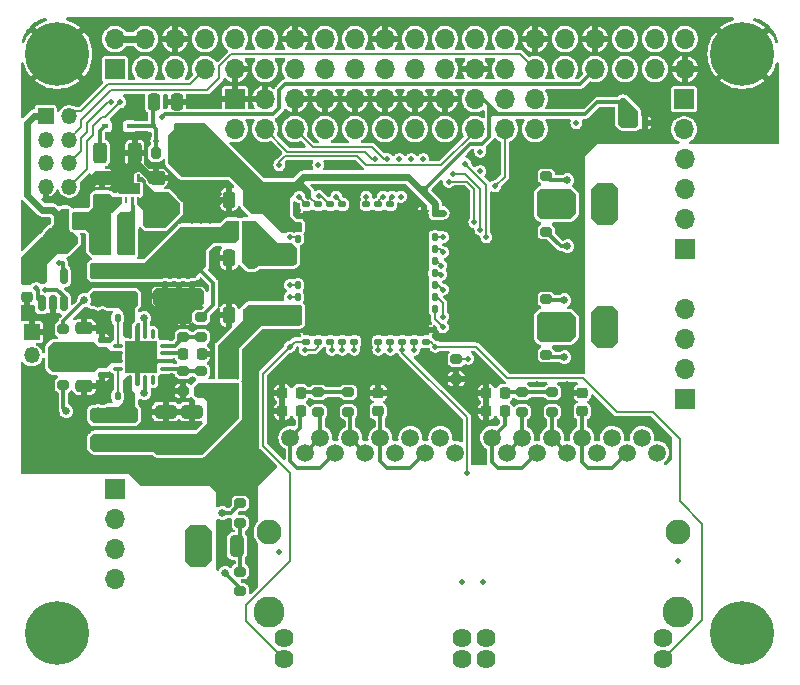
<source format=gtl>
%TF.GenerationSoftware,KiCad,Pcbnew,7.0.1-0*%
%TF.CreationDate,2023-07-11T12:02:19-05:00*%
%TF.ProjectId,little_switch,6c697474-6c65-45f7-9377-697463682e6b,2*%
%TF.SameCoordinates,PX4221330PY3d0af40*%
%TF.FileFunction,Copper,L1,Top*%
%TF.FilePolarity,Positive*%
%FSLAX46Y46*%
G04 Gerber Fmt 4.6, Leading zero omitted, Abs format (unit mm)*
G04 Created by KiCad (PCBNEW 7.0.1-0) date 2023-07-11 12:02:19*
%MOMM*%
%LPD*%
G01*
G04 APERTURE LIST*
G04 Aperture macros list*
%AMRoundRect*
0 Rectangle with rounded corners*
0 $1 Rounding radius*
0 $2 $3 $4 $5 $6 $7 $8 $9 X,Y pos of 4 corners*
0 Add a 4 corners polygon primitive as box body*
4,1,4,$2,$3,$4,$5,$6,$7,$8,$9,$2,$3,0*
0 Add four circle primitives for the rounded corners*
1,1,$1+$1,$2,$3*
1,1,$1+$1,$4,$5*
1,1,$1+$1,$6,$7*
1,1,$1+$1,$8,$9*
0 Add four rect primitives between the rounded corners*
20,1,$1+$1,$2,$3,$4,$5,0*
20,1,$1+$1,$4,$5,$6,$7,0*
20,1,$1+$1,$6,$7,$8,$9,0*
20,1,$1+$1,$8,$9,$2,$3,0*%
%AMFreePoly0*
4,1,19,0.500000,-0.750000,0.000000,-0.750000,0.000000,-0.744911,-0.071157,-0.744911,-0.207708,-0.704816,-0.327430,-0.627875,-0.420627,-0.520320,-0.479746,-0.390866,-0.500000,-0.250000,-0.500000,0.250000,-0.479746,0.390866,-0.420627,0.520320,-0.327430,0.627875,-0.207708,0.704816,-0.071157,0.744911,0.000000,0.744911,0.000000,0.750000,0.500000,0.750000,0.500000,-0.750000,0.500000,-0.750000,
$1*%
%AMFreePoly1*
4,1,19,0.000000,0.744911,0.071157,0.744911,0.207708,0.704816,0.327430,0.627875,0.420627,0.520320,0.479746,0.390866,0.500000,0.250000,0.500000,-0.250000,0.479746,-0.390866,0.420627,-0.520320,0.327430,-0.627875,0.207708,-0.704816,0.071157,-0.744911,0.000000,-0.744911,0.000000,-0.750000,-0.500000,-0.750000,-0.500000,0.750000,0.000000,0.750000,0.000000,0.744911,0.000000,0.744911,
$1*%
G04 Aperture macros list end*
%TA.AperFunction,SMDPad,CuDef*%
%ADD10RoundRect,0.140000X-0.170000X0.140000X-0.170000X-0.140000X0.170000X-0.140000X0.170000X0.140000X0*%
%TD*%
%TA.AperFunction,SMDPad,CuDef*%
%ADD11RoundRect,0.250000X0.650000X-0.325000X0.650000X0.325000X-0.650000X0.325000X-0.650000X-0.325000X0*%
%TD*%
%TA.AperFunction,SMDPad,CuDef*%
%ADD12RoundRect,0.250000X-0.312500X-0.625000X0.312500X-0.625000X0.312500X0.625000X-0.312500X0.625000X0*%
%TD*%
%TA.AperFunction,SMDPad,CuDef*%
%ADD13RoundRect,0.200000X0.275000X-0.200000X0.275000X0.200000X-0.275000X0.200000X-0.275000X-0.200000X0*%
%TD*%
%TA.AperFunction,SMDPad,CuDef*%
%ADD14RoundRect,0.140000X0.140000X0.170000X-0.140000X0.170000X-0.140000X-0.170000X0.140000X-0.170000X0*%
%TD*%
%TA.AperFunction,SMDPad,CuDef*%
%ADD15RoundRect,0.087500X-0.325000X-0.087500X0.325000X-0.087500X0.325000X0.087500X-0.325000X0.087500X0*%
%TD*%
%TA.AperFunction,SMDPad,CuDef*%
%ADD16RoundRect,0.087500X-0.087500X-0.325000X0.087500X-0.325000X0.087500X0.325000X-0.087500X0.325000X0*%
%TD*%
%TA.AperFunction,SMDPad,CuDef*%
%ADD17R,2.700000X2.700000*%
%TD*%
%TA.AperFunction,SMDPad,CuDef*%
%ADD18RoundRect,0.250000X-0.250000X-0.475000X0.250000X-0.475000X0.250000X0.475000X-0.250000X0.475000X0*%
%TD*%
%TA.AperFunction,SMDPad,CuDef*%
%ADD19R,0.250000X0.500000*%
%TD*%
%TA.AperFunction,SMDPad,CuDef*%
%ADD20R,1.600000X0.900000*%
%TD*%
%TA.AperFunction,SMDPad,CuDef*%
%ADD21RoundRect,0.250000X-0.475000X0.250000X-0.475000X-0.250000X0.475000X-0.250000X0.475000X0.250000X0*%
%TD*%
%TA.AperFunction,SMDPad,CuDef*%
%ADD22RoundRect,0.225000X-0.250000X0.225000X-0.250000X-0.225000X0.250000X-0.225000X0.250000X0.225000X0*%
%TD*%
%TA.AperFunction,SMDPad,CuDef*%
%ADD23RoundRect,0.140000X0.170000X-0.140000X0.170000X0.140000X-0.170000X0.140000X-0.170000X-0.140000X0*%
%TD*%
%TA.AperFunction,ComponentPad*%
%ADD24R,1.700000X1.700000*%
%TD*%
%TA.AperFunction,ComponentPad*%
%ADD25O,1.700000X1.700000*%
%TD*%
%TA.AperFunction,SMDPad,CuDef*%
%ADD26RoundRect,0.250000X0.325000X0.650000X-0.325000X0.650000X-0.325000X-0.650000X0.325000X-0.650000X0*%
%TD*%
%TA.AperFunction,SMDPad,CuDef*%
%ADD27RoundRect,0.200000X-0.275000X0.200000X-0.275000X-0.200000X0.275000X-0.200000X0.275000X0.200000X0*%
%TD*%
%TA.AperFunction,ComponentPad*%
%ADD28R,1.350000X1.350000*%
%TD*%
%TA.AperFunction,ComponentPad*%
%ADD29O,1.350000X1.350000*%
%TD*%
%TA.AperFunction,SMDPad,CuDef*%
%ADD30RoundRect,0.140000X-0.140000X-0.170000X0.140000X-0.170000X0.140000X0.170000X-0.140000X0.170000X0*%
%TD*%
%TA.AperFunction,SMDPad,CuDef*%
%ADD31RoundRect,0.250000X-0.650000X0.325000X-0.650000X-0.325000X0.650000X-0.325000X0.650000X0.325000X0*%
%TD*%
%TA.AperFunction,SMDPad,CuDef*%
%ADD32R,1.350000X3.400000*%
%TD*%
%TA.AperFunction,SMDPad,CuDef*%
%ADD33R,3.700000X0.980000*%
%TD*%
%TA.AperFunction,SMDPad,CuDef*%
%ADD34FreePoly0,180.000000*%
%TD*%
%TA.AperFunction,SMDPad,CuDef*%
%ADD35FreePoly1,180.000000*%
%TD*%
%TA.AperFunction,SMDPad,CuDef*%
%ADD36FreePoly0,0.000000*%
%TD*%
%TA.AperFunction,SMDPad,CuDef*%
%ADD37FreePoly1,0.000000*%
%TD*%
%TA.AperFunction,SMDPad,CuDef*%
%ADD38R,0.600000X0.450000*%
%TD*%
%TA.AperFunction,SMDPad,CuDef*%
%ADD39RoundRect,0.250000X-0.325000X-0.650000X0.325000X-0.650000X0.325000X0.650000X-0.325000X0.650000X0*%
%TD*%
%TA.AperFunction,SMDPad,CuDef*%
%ADD40RoundRect,0.150000X0.150000X-0.512500X0.150000X0.512500X-0.150000X0.512500X-0.150000X-0.512500X0*%
%TD*%
%TA.AperFunction,SMDPad,CuDef*%
%ADD41RoundRect,0.250000X0.475000X-0.250000X0.475000X0.250000X-0.475000X0.250000X-0.475000X-0.250000X0*%
%TD*%
%TA.AperFunction,SMDPad,CuDef*%
%ADD42RoundRect,0.225000X-0.225000X-0.250000X0.225000X-0.250000X0.225000X0.250000X-0.225000X0.250000X0*%
%TD*%
%TA.AperFunction,SMDPad,CuDef*%
%ADD43RoundRect,0.225000X0.250000X-0.225000X0.250000X0.225000X-0.250000X0.225000X-0.250000X-0.225000X0*%
%TD*%
%TA.AperFunction,ComponentPad*%
%ADD44C,5.400000*%
%TD*%
%TA.AperFunction,SMDPad,CuDef*%
%ADD45RoundRect,0.200000X-0.200000X-0.275000X0.200000X-0.275000X0.200000X0.275000X-0.200000X0.275000X0*%
%TD*%
%TA.AperFunction,SMDPad,CuDef*%
%ADD46FreePoly0,90.000000*%
%TD*%
%TA.AperFunction,SMDPad,CuDef*%
%ADD47FreePoly1,90.000000*%
%TD*%
%TA.AperFunction,ComponentPad*%
%ADD48C,2.630000*%
%TD*%
%TA.AperFunction,ComponentPad*%
%ADD49C,2.120000*%
%TD*%
%TA.AperFunction,ComponentPad*%
%ADD50C,1.620000*%
%TD*%
%TA.AperFunction,ComponentPad*%
%ADD51C,1.510000*%
%TD*%
%TA.AperFunction,ViaPad*%
%ADD52C,0.508000*%
%TD*%
%TA.AperFunction,ViaPad*%
%ADD53C,0.762000*%
%TD*%
%TA.AperFunction,ViaPad*%
%ADD54C,0.660400*%
%TD*%
%TA.AperFunction,Conductor*%
%ADD55C,0.304800*%
%TD*%
%TA.AperFunction,Conductor*%
%ADD56C,0.609600*%
%TD*%
%TA.AperFunction,Conductor*%
%ADD57C,0.203200*%
%TD*%
%TA.AperFunction,Conductor*%
%ADD58C,0.152400*%
%TD*%
%TA.AperFunction,Conductor*%
%ADD59C,0.127000*%
%TD*%
G04 APERTURE END LIST*
D10*
%TO.P,C24,1*%
%TO.N,GND*%
X25146000Y-23396000D03*
%TO.P,C24,2*%
%TO.N,+1V2*%
X25146000Y-24356000D03*
%TD*%
D11*
%TO.P,C62,1*%
%TO.N,GND*%
X9144000Y-20525000D03*
%TO.P,C62,2*%
%TO.N,Net-(JP1-A)*%
X9144000Y-17575000D03*
%TD*%
%TO.P,C64,1*%
%TO.N,GND*%
X11430000Y-20525000D03*
%TO.P,C64,2*%
%TO.N,Net-(JP1-A)*%
X11430000Y-17575000D03*
%TD*%
D12*
%TO.P,SW1,1,1*%
%TO.N,Net-(D2-K)*%
X3617500Y-8382000D03*
%TO.P,SW1,2,2*%
%TO.N,GND*%
X6542500Y-8382000D03*
%TD*%
D13*
%TO.P,R12,1*%
%TO.N,Net-(R12-Pad1)*%
X15494000Y-45466000D03*
%TO.P,R12,2*%
%TO.N,Net-(C10-Pad2)*%
X15494000Y-43816000D03*
%TD*%
%TO.P,R10,1*%
%TO.N,Net-(R10-Pad1)*%
X41402000Y-15049000D03*
%TO.P,R10,2*%
%TO.N,Net-(C11-Pad2)*%
X41402000Y-13399000D03*
%TD*%
D14*
%TO.P,C46,1*%
%TO.N,GND*%
X21308000Y-15621000D03*
%TO.P,C46,2*%
%TO.N,+1V2*%
X20348000Y-15621000D03*
%TD*%
D15*
%TO.P,U3,1,VBST2*%
%TO.N,Net-(U3-VBST2)*%
X5149500Y-24679000D03*
%TO.P,U3,2,VIN2*%
%TO.N,+5V*%
X5149500Y-25329000D03*
%TO.P,U3,3,VIN1*%
X5149500Y-25979000D03*
%TO.P,U3,4,VBST1*%
%TO.N,Net-(U3-VBST1)*%
X5149500Y-26629000D03*
D16*
%TO.P,U3,5,SW1*%
%TO.N,Net-(U3-SW1)*%
X6137000Y-27616500D03*
%TO.P,U3,6,PGND1*%
%TO.N,GND*%
X6787000Y-27616500D03*
%TO.P,U3,7,EN1*%
%TO.N,/power/1V2_EN*%
X7437000Y-27616500D03*
%TO.P,U3,8,PG1*%
%TO.N,/power/1V2_PG*%
X8087000Y-27616500D03*
D15*
%TO.P,U3,9,VFB1*%
%TO.N,Net-(U3-VFB1)*%
X9074500Y-26629000D03*
%TO.P,U3,10,GND*%
%TO.N,GND*%
X9074500Y-25979000D03*
%TO.P,U3,11,VREG5*%
%TO.N,Net-(U3-VREG5)*%
X9074500Y-25329000D03*
%TO.P,U3,12,VFB2*%
%TO.N,Net-(U3-VFB2)*%
X9074500Y-24679000D03*
D16*
%TO.P,U3,13,PG2*%
%TO.N,/power/2V5_PG*%
X8087000Y-23691500D03*
%TO.P,U3,14,EN2*%
%TO.N,/power/2V5_EN*%
X7437000Y-23691500D03*
%TO.P,U3,15,PGND2*%
%TO.N,GND*%
X6787000Y-23691500D03*
%TO.P,U3,16,SW2*%
%TO.N,Net-(U3-SW2)*%
X6137000Y-23691500D03*
D17*
%TO.P,U3,17,GND*%
%TO.N,GND*%
X7112000Y-25654000D03*
%TD*%
D18*
%TO.P,C14,1*%
%TO.N,GND*%
X14544000Y-12319000D03*
%TO.P,C14,2*%
%TO.N,+3V3*%
X16444000Y-12319000D03*
%TD*%
D19*
%TO.P,U4,1,EN*%
%TO.N,+5V*%
X6846000Y-10480000D03*
%TO.P,U4,2,GND*%
%TO.N,GND*%
X6346000Y-10480000D03*
%TO.P,U4,3,MODE*%
X5846000Y-10480000D03*
%TO.P,U4,4,FB*%
X5346000Y-10480000D03*
%TO.P,U4,5,VOS*%
%TO.N,Net-(JP3-A)*%
X5346000Y-12380000D03*
%TO.P,U4,6,PG*%
%TO.N,/power/3V3_PG*%
X5846000Y-12380000D03*
%TO.P,U4,7,SW*%
%TO.N,Net-(U4-SW)*%
X6346000Y-12380000D03*
%TO.P,U4,8,VIN*%
%TO.N,+5V*%
X6846000Y-12380000D03*
D20*
%TO.P,U4,9,GND*%
%TO.N,GND*%
X6096000Y-11430000D03*
%TD*%
D21*
%TO.P,C63,1*%
%TO.N,GND*%
X3810000Y-10480000D03*
%TO.P,C63,2*%
%TO.N,Net-(JP3-A)*%
X3810000Y-12380000D03*
%TD*%
D13*
%TO.P,R4,1*%
%TO.N,Net-(J3-PadP10B)*%
X22098000Y-30289000D03*
%TO.P,R4,2*%
%TO.N,Net-(C6-Pad2)*%
X22098000Y-28639000D03*
%TD*%
D22*
%TO.P,C1,1*%
%TO.N,GND*%
X44450000Y-28689000D03*
%TO.P,C1,2*%
%TO.N,Net-(C1-Pad2)*%
X44450000Y-30239000D03*
%TD*%
D10*
%TO.P,C29,1*%
%TO.N,GND*%
X31242000Y-23396000D03*
%TO.P,C29,2*%
%TO.N,+2V5*%
X31242000Y-24356000D03*
%TD*%
D23*
%TO.P,C42,1*%
%TO.N,GND*%
X23114000Y-13688000D03*
%TO.P,C42,2*%
%TO.N,+1V2*%
X23114000Y-12728000D03*
%TD*%
D24*
%TO.P,J6,1,Pin_1*%
%TO.N,/phy/JRX1_N*%
X53129993Y-29210000D03*
D25*
%TO.P,J6,2,Pin_2*%
%TO.N,/phy/JRX1_P*%
X53129993Y-26670000D03*
%TO.P,J6,3,Pin_3*%
%TO.N,/phy/JTX1_N*%
X53129993Y-24130000D03*
%TO.P,J6,4,Pin_4*%
%TO.N,/phy/JTX1_P*%
X53129993Y-21590000D03*
%TD*%
D26*
%TO.P,C11,1*%
%TO.N,GNDPWR*%
X45925000Y-12700000D03*
%TO.P,C11,2*%
%TO.N,Net-(C11-Pad2)*%
X42975000Y-12700000D03*
%TD*%
%TO.P,C12,1*%
%TO.N,GNDPWR*%
X45925000Y-23114000D03*
%TO.P,C12,2*%
%TO.N,Net-(C12-Pad2)*%
X42975000Y-23114000D03*
%TD*%
D27*
%TO.P,R24,1*%
%TO.N,Net-(U1C-ISET)*%
X33782000Y-25845000D03*
%TO.P,R24,2*%
%TO.N,GND*%
X33782000Y-27495000D03*
%TD*%
D28*
%TO.P,J2,1,Pin_1*%
%TO.N,+3V3*%
X-999998Y-5250002D03*
D29*
%TO.P,J2,2,Pin_2*%
%TO.N,/phy/TIMEPIX_TX*%
X1000002Y-5250002D03*
%TO.P,J2,3,Pin_3*%
%TO.N,unconnected-(J2-Pin_3-Pad3)*%
X-999998Y-7250002D03*
%TO.P,J2,4,Pin_4*%
%TO.N,/phy/TIMEPIX_RX*%
X1000002Y-7250002D03*
%TO.P,J2,5,Pin_5*%
%TO.N,unconnected-(J2-Pin_5-Pad5)*%
X-999998Y-9250002D03*
%TO.P,J2,6,Pin_6*%
%TO.N,/phy/TIMEPIX_RTS*%
X1000002Y-9250002D03*
%TO.P,J2,7,Pin_7*%
%TO.N,GND*%
X-999998Y-11250002D03*
%TO.P,J2,8,Pin_8*%
%TO.N,/phy/TIMEPIX_CTS*%
X1000002Y-11250002D03*
%TD*%
D27*
%TO.P,R30,1*%
%TO.N,Net-(JP1-A)*%
X12192000Y-22289000D03*
%TO.P,R30,2*%
%TO.N,Net-(U3-VFB2)*%
X12192000Y-23939000D03*
%TD*%
D30*
%TO.P,C32,1*%
%TO.N,GND*%
X31016000Y-19558000D03*
%TO.P,C32,2*%
%TO.N,+1V2*%
X31976000Y-19558000D03*
%TD*%
D10*
%TO.P,C22,1*%
%TO.N,GND*%
X23114000Y-23396000D03*
%TO.P,C22,2*%
%TO.N,+1V2*%
X23114000Y-24356000D03*
%TD*%
D18*
%TO.P,C49,1*%
%TO.N,/config/nRST_SWITCH*%
X8194000Y-4064000D03*
%TO.P,C49,2*%
%TO.N,GND*%
X10094000Y-4064000D03*
%TD*%
D31*
%TO.P,C53,1*%
%TO.N,GND*%
X11430000Y-30275000D03*
%TO.P,C53,2*%
%TO.N,Net-(JP2-A)*%
X11430000Y-33225000D03*
%TD*%
D14*
%TO.P,C16,1*%
%TO.N,GND*%
X21308000Y-19558000D03*
%TO.P,C16,2*%
%TO.N,+1V2*%
X20348000Y-19558000D03*
%TD*%
D23*
%TO.P,C61,1*%
%TO.N,GND*%
X3810000Y-27150000D03*
%TO.P,C61,2*%
%TO.N,+5V*%
X3810000Y-26190000D03*
%TD*%
D10*
%TO.P,C20,1*%
%TO.N,GND*%
X21082000Y-23396000D03*
%TO.P,C20,2*%
%TO.N,+2V5*%
X21082000Y-24356000D03*
%TD*%
D32*
%TO.P,L3,1,1*%
%TO.N,Net-(U4-SW)*%
X5901000Y-15240000D03*
%TO.P,L3,2,2*%
%TO.N,Net-(JP3-A)*%
X3751000Y-15240000D03*
%TD*%
D10*
%TO.P,C27,1*%
%TO.N,GND*%
X29210000Y-23396000D03*
%TO.P,C27,2*%
%TO.N,+2V5*%
X29210000Y-24356000D03*
%TD*%
D27*
%TO.P,R13,1*%
%TO.N,Net-(R13-Pad1)*%
X41402000Y-10351000D03*
%TO.P,R13,2*%
%TO.N,Net-(C11-Pad2)*%
X41402000Y-12001000D03*
%TD*%
D13*
%TO.P,R27,1*%
%TO.N,GND*%
X10668000Y-28511000D03*
%TO.P,R27,2*%
%TO.N,Net-(U3-VFB1)*%
X10668000Y-26861000D03*
%TD*%
D14*
%TO.P,C17,1*%
%TO.N,GND*%
X21308000Y-20574000D03*
%TO.P,C17,2*%
%TO.N,+2V5*%
X20348000Y-20574000D03*
%TD*%
%TO.P,C50,1*%
%TO.N,GND*%
X49756000Y-5842000D03*
%TO.P,C50,2*%
%TO.N,+3V3*%
X48796000Y-5842000D03*
%TD*%
D30*
%TO.P,C30,1*%
%TO.N,GND*%
X31016000Y-21565997D03*
%TO.P,C30,2*%
%TO.N,+1V2*%
X31976000Y-21565997D03*
%TD*%
D28*
%TO.P,J9,1,Pin_1*%
%TO.N,GND*%
X-2159000Y-23511000D03*
D29*
%TO.P,J9,2,Pin_2*%
%TO.N,/phy/CMD_RX_RS232*%
X-2159000Y-25511000D03*
%TD*%
D13*
%TO.P,R31,1*%
%TO.N,Net-(U3-VFB2)*%
X10668000Y-23939000D03*
%TO.P,R31,2*%
%TO.N,GND*%
X10668000Y-22289000D03*
%TD*%
D23*
%TO.P,C43,1*%
%TO.N,GND*%
X22098000Y-13688000D03*
%TO.P,C43,2*%
%TO.N,+3V3*%
X22098000Y-12728000D03*
%TD*%
D31*
%TO.P,C52,1*%
%TO.N,GND*%
X9180000Y-30275000D03*
%TO.P,C52,2*%
%TO.N,Net-(JP2-A)*%
X9180000Y-33225000D03*
%TD*%
D10*
%TO.P,C23,1*%
%TO.N,GND*%
X24130000Y-23396000D03*
%TO.P,C23,2*%
%TO.N,+2V5*%
X24130000Y-24356000D03*
%TD*%
D30*
%TO.P,C36,1*%
%TO.N,GND*%
X31016000Y-15494000D03*
%TO.P,C36,2*%
%TO.N,+1V2*%
X31976000Y-15494000D03*
%TD*%
D33*
%TO.P,L2,1,1*%
%TO.N,Net-(U3-SW2)*%
X4826000Y-20743000D03*
%TO.P,L2,2,2*%
%TO.N,Net-(JP1-A)*%
X4826000Y-18373000D03*
%TD*%
D30*
%TO.P,C34,1*%
%TO.N,GND*%
X31016000Y-17526000D03*
%TO.P,C34,2*%
%TO.N,+2V5*%
X31976000Y-17526000D03*
%TD*%
D18*
%TO.P,C15,1*%
%TO.N,GND*%
X14544000Y-17272000D03*
%TO.P,C15,2*%
%TO.N,+2V5*%
X16444000Y-17272000D03*
%TD*%
D30*
%TO.P,C55,1*%
%TO.N,Net-(U3-VBST1)*%
X5108000Y-28956000D03*
%TO.P,C55,2*%
%TO.N,Net-(U3-SW1)*%
X6068000Y-28956000D03*
%TD*%
D27*
%TO.P,R26,1*%
%TO.N,Net-(U3-VFB1)*%
X12192000Y-26861000D03*
%TO.P,R26,2*%
%TO.N,Net-(JP2-A)*%
X12192000Y-28511000D03*
%TD*%
D34*
%TO.P,JP3,1,A*%
%TO.N,Net-(JP3-A)*%
X1793000Y-14097000D03*
D35*
%TO.P,JP3,2,B*%
%TO.N,+3V3*%
X493000Y-14097000D03*
%TD*%
D24*
%TO.P,J7,1,Pin_1*%
%TO.N,GND*%
X15029993Y-3810000D03*
D25*
%TO.P,J7,2,Pin_2*%
%TO.N,Net-(J7-Pin_2)*%
X15029993Y-6350000D03*
%TO.P,J7,3,Pin_3*%
%TO.N,GND*%
X17569993Y-3810000D03*
%TO.P,J7,4,Pin_4*%
%TO.N,Net-(J7-Pin_4)*%
X17569993Y-6350000D03*
%TO.P,J7,5,Pin_5*%
%TO.N,GND*%
X20109993Y-3810000D03*
%TO.P,J7,6,Pin_6*%
%TO.N,Net-(J7-Pin_6)*%
X20109993Y-6350000D03*
%TO.P,J7,7,Pin_7*%
%TO.N,GND*%
X22649993Y-3810000D03*
%TO.P,J7,8,Pin_8*%
%TO.N,Net-(J7-Pin_8)*%
X22649993Y-6350000D03*
%TO.P,J7,9,Pin_9*%
%TO.N,GND*%
X25189993Y-3810000D03*
%TO.P,J7,10,Pin_10*%
%TO.N,Net-(J7-Pin_10)*%
X25189993Y-6350000D03*
%TO.P,J7,11,Pin_11*%
%TO.N,GND*%
X27729993Y-3810000D03*
%TO.P,J7,12,Pin_12*%
%TO.N,Net-(J7-Pin_12)*%
X27729993Y-6350000D03*
%TO.P,J7,13,Pin_13*%
%TO.N,GND*%
X30269993Y-3810000D03*
%TO.P,J7,14,Pin_14*%
%TO.N,Net-(J7-Pin_14)*%
X30269993Y-6350000D03*
%TO.P,J7,15,Pin_15*%
%TO.N,GND*%
X32809993Y-3810000D03*
%TO.P,J7,16,Pin_16*%
%TO.N,Net-(J7-Pin_16)*%
X32809993Y-6350000D03*
%TO.P,J7,17,Pin_17*%
%TO.N,+3V3*%
X35349993Y-3810000D03*
%TO.P,J7,18,Pin_18*%
%TO.N,Net-(J7-Pin_18)*%
X35349993Y-6350000D03*
%TO.P,J7,19,Pin_19*%
%TO.N,/config/SPI.SDI*%
X37889993Y-3810000D03*
%TO.P,J7,20,Pin_20*%
%TO.N,/config/SPI.nCS3*%
X37889993Y-6350000D03*
%TO.P,J7,21,Pin_21*%
%TO.N,/config/SPI.SDO*%
X40429993Y-3810000D03*
%TO.P,J7,22,Pin_22*%
%TO.N,/config/SPI.SCK*%
X40429993Y-6350000D03*
%TD*%
D13*
%TO.P,R3,1*%
%TO.N,Net-(J3-PadP10A)*%
X39370000Y-30289000D03*
%TO.P,R3,2*%
%TO.N,Net-(C5-Pad2)*%
X39370000Y-28639000D03*
%TD*%
D10*
%TO.P,C56,1*%
%TO.N,GND*%
X3810000Y-24186000D03*
%TO.P,C56,2*%
%TO.N,+5V*%
X3810000Y-25146000D03*
%TD*%
D23*
%TO.P,C39,1*%
%TO.N,GND*%
X27178000Y-13688000D03*
%TO.P,C39,2*%
%TO.N,+1V2*%
X27178000Y-12728000D03*
%TD*%
D36*
%TO.P,JP1,1,A*%
%TO.N,Net-(JP1-A)*%
X14844000Y-14986000D03*
D37*
%TO.P,JP1,2,B*%
%TO.N,+2V5*%
X16144000Y-14986000D03*
%TD*%
D27*
%TO.P,R14,1*%
%TO.N,Net-(R14-Pad1)*%
X41402000Y-20765000D03*
%TO.P,R14,2*%
%TO.N,Net-(C12-Pad2)*%
X41402000Y-22415000D03*
%TD*%
D18*
%TO.P,C13,1*%
%TO.N,GND*%
X14544000Y-22098000D03*
%TO.P,C13,2*%
%TO.N,+1V2*%
X16444000Y-22098000D03*
%TD*%
D38*
%TO.P,D1,1,K*%
%TO.N,+3V3*%
X10194000Y-6096000D03*
%TO.P,D1,2,A*%
%TO.N,/config/nRST_SWITCH*%
X8094000Y-6096000D03*
%TD*%
D39*
%TO.P,C10,1*%
%TO.N,GNDPWR*%
X12241000Y-41656000D03*
%TO.P,C10,2*%
%TO.N,Net-(C10-Pad2)*%
X15191000Y-41656000D03*
%TD*%
D21*
%TO.P,C54,1*%
%TO.N,GND*%
X2286000Y-23180000D03*
%TO.P,C54,2*%
%TO.N,+5V*%
X2286000Y-25080000D03*
%TD*%
D13*
%TO.P,R35,1*%
%TO.N,+5V*%
X508000Y-24955000D03*
%TO.P,R35,2*%
%TO.N,/power/2V5_EN*%
X508000Y-23305000D03*
%TD*%
D10*
%TO.P,C28,1*%
%TO.N,GND*%
X30226000Y-23396000D03*
%TO.P,C28,2*%
%TO.N,+1V2*%
X30226000Y-24356000D03*
%TD*%
D23*
%TO.P,C44,1*%
%TO.N,GND*%
X21082000Y-13688000D03*
%TO.P,C44,2*%
%TO.N,+1V2*%
X21082000Y-12728000D03*
%TD*%
D24*
%TO.P,J4,1,Pin_1*%
%TO.N,/phy/JRX4_N*%
X4869993Y-36830000D03*
D25*
%TO.P,J4,2,Pin_2*%
%TO.N,/phy/JRX4_P*%
X4869993Y-39370000D03*
%TO.P,J4,3,Pin_3*%
%TO.N,/phy/JTX4_N*%
X4869993Y-41910000D03*
%TO.P,J4,4,Pin_4*%
%TO.N,/phy/JTX4_P*%
X4869993Y-44450000D03*
%TD*%
D23*
%TO.P,C38,1*%
%TO.N,GND*%
X28194000Y-13688000D03*
%TO.P,C38,2*%
%TO.N,+1V2*%
X28194000Y-12728000D03*
%TD*%
D14*
%TO.P,C45,1*%
%TO.N,GND*%
X21308000Y-14732000D03*
%TO.P,C45,2*%
%TO.N,+3V3*%
X20348000Y-14732000D03*
%TD*%
%TO.P,C18,1*%
%TO.N,GND*%
X21308000Y-21590000D03*
%TO.P,C18,2*%
%TO.N,+1V2*%
X20348000Y-21590000D03*
%TD*%
D21*
%TO.P,C57,1*%
%TO.N,GND*%
X8382000Y-10480000D03*
%TO.P,C57,2*%
%TO.N,+5V*%
X8382000Y-12380000D03*
%TD*%
D40*
%TO.P,U5,1,~{INVALID}*%
%TO.N,/phy/nCMD_INVALID*%
X-1331000Y-21076500D03*
%TO.P,U5,2,GND*%
%TO.N,GND*%
X-381000Y-21076500D03*
%TO.P,U5,3,OUT*%
%TO.N,/phy/CMD_RX*%
X569000Y-21076500D03*
%TO.P,U5,4,IN*%
%TO.N,/phy/CMD_RX_RS232*%
X569000Y-18801500D03*
%TO.P,U5,5,VCC*%
%TO.N,+3V3*%
X-1331000Y-18801500D03*
%TD*%
D24*
%TO.P,J1,1,Pin_1*%
%TO.N,unconnected-(J1-Pin_1-Pad1)*%
X4870000Y-1270000D03*
D25*
%TO.P,J1,2,Pin_2*%
%TO.N,+5V*%
X4870000Y1270000D03*
%TO.P,J1,3,Pin_3*%
%TO.N,unconnected-(J1-Pin_3-Pad3)*%
X7410000Y-1270000D03*
%TO.P,J1,4,Pin_4*%
%TO.N,+5V*%
X7410000Y1270000D03*
%TO.P,J1,5,Pin_5*%
%TO.N,unconnected-(J1-Pin_5-Pad5)*%
X9950000Y-1270000D03*
%TO.P,J1,6,Pin_6*%
%TO.N,GND*%
X9950000Y1270000D03*
%TO.P,J1,7,Pin_7*%
%TO.N,/phy/TIMEPIX_TX*%
X12490000Y-1270000D03*
%TO.P,J1,8,Pin_8*%
%TO.N,unconnected-(J1-Pin_8-Pad8)*%
X12490000Y1270000D03*
%TO.P,J1,9,Pin_9*%
%TO.N,GND*%
X15030000Y-1270000D03*
%TO.P,J1,10,Pin_10*%
%TO.N,unconnected-(J1-Pin_10-Pad10)*%
X15030000Y1270000D03*
%TO.P,J1,11,Pin_11*%
%TO.N,/phy/RTS0{slash}1*%
X17570000Y-1270000D03*
%TO.P,J1,12,Pin_12*%
%TO.N,unconnected-(J1-Pin_12-Pad12)*%
X17570000Y1270000D03*
%TO.P,J1,13,Pin_13*%
%TO.N,/phy/nCMD_INVALID*%
X20110000Y-1270000D03*
%TO.P,J1,14,Pin_14*%
%TO.N,GND*%
X20110000Y1270000D03*
%TO.P,J1,15,Pin_15*%
%TO.N,unconnected-(J1-Pin_15-Pad15)*%
X22650000Y-1270000D03*
%TO.P,J1,16,Pin_16*%
%TO.N,unconnected-(J1-Pin_16-Pad16)*%
X22650000Y1270000D03*
%TO.P,J1,17,Pin_17*%
%TO.N,unconnected-(J1-Pin_17-Pad17)*%
X25190000Y-1270000D03*
%TO.P,J1,18,Pin_18*%
%TO.N,unconnected-(J1-Pin_18-Pad18)*%
X25190000Y1270000D03*
%TO.P,J1,19,Pin_19*%
%TO.N,unconnected-(J1-Pin_19-Pad19)*%
X27730000Y-1270000D03*
%TO.P,J1,20,Pin_20*%
%TO.N,GND*%
X27730000Y1270000D03*
%TO.P,J1,21,Pin_21*%
%TO.N,unconnected-(J1-Pin_21-Pad21)*%
X30270000Y-1270000D03*
%TO.P,J1,22,Pin_22*%
%TO.N,unconnected-(J1-Pin_22-Pad22)*%
X30270000Y1270000D03*
%TO.P,J1,23,Pin_23*%
%TO.N,unconnected-(J1-Pin_23-Pad23)*%
X32810000Y-1270000D03*
%TO.P,J1,24,Pin_24*%
%TO.N,unconnected-(J1-Pin_24-Pad24)*%
X32810000Y1270000D03*
%TO.P,J1,25,Pin_25*%
%TO.N,GND*%
X35350000Y-1270000D03*
%TO.P,J1,26,Pin_26*%
%TO.N,/phy/TIMEPIX_RTS*%
X35350000Y1270000D03*
%TO.P,J1,27,Pin_27*%
%TO.N,unconnected-(J1-Pin_27-Pad27)*%
X37890000Y-1270000D03*
%TO.P,J1,28,Pin_28*%
%TO.N,unconnected-(J1-Pin_28-Pad28)*%
X37890000Y1270000D03*
%TO.P,J1,29,Pin_29*%
%TO.N,/phy/TIMEPIX_RX*%
X40430000Y-1270000D03*
%TO.P,J1,30,Pin_30*%
%TO.N,GND*%
X40430000Y1270000D03*
%TO.P,J1,31,Pin_31*%
%TO.N,/phy/TIMEPIX_CTS*%
X42970000Y-1270000D03*
%TO.P,J1,32,Pin_32*%
%TO.N,/phy/CMD_TX*%
X42970000Y1270000D03*
%TO.P,J1,33,Pin_33*%
%TO.N,/phy/CMD_RX*%
X45510000Y-1270000D03*
%TO.P,J1,34,Pin_34*%
%TO.N,GND*%
X45510000Y1270000D03*
%TO.P,J1,35,Pin_35*%
%TO.N,unconnected-(J1-Pin_35-Pad35)*%
X48050000Y-1270000D03*
%TO.P,J1,36,Pin_36*%
%TO.N,/phy/CTS0{slash}1*%
X48050000Y1270000D03*
%TO.P,J1,37,Pin_37*%
%TO.N,unconnected-(J1-Pin_37-Pad37)*%
X50590000Y-1270000D03*
%TO.P,J1,38,Pin_38*%
%TO.N,unconnected-(J1-Pin_38-Pad38)*%
X50590000Y1270000D03*
%TO.P,J1,39,Pin_39*%
%TO.N,GND*%
X53130000Y-1270000D03*
%TO.P,J1,40,Pin_40*%
%TO.N,unconnected-(J1-Pin_40-Pad40)*%
X53130000Y1270000D03*
%TD*%
D41*
%TO.P,C58,1*%
%TO.N,GND*%
X2286000Y-28128000D03*
%TO.P,C58,2*%
%TO.N,+5V*%
X2286000Y-26228000D03*
%TD*%
D10*
%TO.P,C26,1*%
%TO.N,GND*%
X28194000Y-23396000D03*
%TO.P,C26,2*%
%TO.N,+1V2*%
X28194000Y-24356000D03*
%TD*%
D22*
%TO.P,C2,1*%
%TO.N,GND*%
X27178000Y-28689000D03*
%TO.P,C2,2*%
%TO.N,Net-(C2-Pad2)*%
X27178000Y-30239000D03*
%TD*%
D14*
%TO.P,C19,1*%
%TO.N,GND*%
X21308000Y-22606000D03*
%TO.P,C19,2*%
%TO.N,+1V2*%
X20348000Y-22606000D03*
%TD*%
D30*
%TO.P,C31,1*%
%TO.N,GND*%
X31016000Y-20574000D03*
%TO.P,C31,2*%
%TO.N,+2V5*%
X31976000Y-20574000D03*
%TD*%
D23*
%TO.P,C40,1*%
%TO.N,GND*%
X26162000Y-13688000D03*
%TO.P,C40,2*%
%TO.N,+2V5*%
X26162000Y-12728000D03*
%TD*%
D42*
%TO.P,C5,1*%
%TO.N,GND*%
X36309000Y-28702000D03*
%TO.P,C5,2*%
%TO.N,Net-(C5-Pad2)*%
X37859000Y-28702000D03*
%TD*%
D10*
%TO.P,C21,1*%
%TO.N,GND*%
X22098000Y-23396000D03*
%TO.P,C21,2*%
%TO.N,+1V2*%
X22098000Y-24356000D03*
%TD*%
D43*
%TO.P,C65,1*%
%TO.N,GND*%
X-2540000Y-20587000D03*
%TO.P,C65,2*%
%TO.N,+3V3*%
X-2540000Y-19037000D03*
%TD*%
D13*
%TO.P,R2,1*%
%TO.N,Net-(J3-PadP7B)*%
X24638000Y-30289000D03*
%TO.P,R2,2*%
%TO.N,Net-(C6-Pad2)*%
X24638000Y-28639000D03*
%TD*%
D24*
%TO.P,J5,1,Pin_1*%
%TO.N,/phy/JRX5_N*%
X53129993Y-16510000D03*
D25*
%TO.P,J5,2,Pin_2*%
%TO.N,/phy/JRX5_P*%
X53129993Y-13970000D03*
%TO.P,J5,3,Pin_3*%
%TO.N,/phy/JTX5_N*%
X53129993Y-11430000D03*
%TO.P,J5,4,Pin_4*%
%TO.N,/phy/JTX5_P*%
X53129993Y-8890000D03*
%TD*%
D30*
%TO.P,C35,1*%
%TO.N,GND*%
X31016000Y-16510000D03*
%TO.P,C35,2*%
%TO.N,+1V2*%
X31976000Y-16510000D03*
%TD*%
D23*
%TO.P,C41,1*%
%TO.N,GND*%
X24130000Y-13688000D03*
%TO.P,C41,2*%
%TO.N,+1V2*%
X24130000Y-12728000D03*
%TD*%
D44*
%TO.P,H1,1,1*%
%TO.N,GND*%
X0Y0D03*
%TD*%
D45*
%TO.P,R25,1*%
%TO.N,/config/nRST_SWITCH*%
X8319000Y-8382000D03*
%TO.P,R25,2*%
%TO.N,+3V3*%
X9969000Y-8382000D03*
%TD*%
D13*
%TO.P,R1,1*%
%TO.N,Net-(J3-PadP7A)*%
X41910000Y-30289000D03*
%TO.P,R1,2*%
%TO.N,Net-(C5-Pad2)*%
X41910000Y-28639000D03*
%TD*%
D27*
%TO.P,R9,1*%
%TO.N,Net-(R9-Pad1)*%
X15494000Y-38037000D03*
%TO.P,R9,2*%
%TO.N,Net-(C10-Pad2)*%
X15494000Y-39687000D03*
%TD*%
D33*
%TO.P,L1,1,1*%
%TO.N,Net-(JP2-A)*%
X4826000Y-32935000D03*
%TO.P,L1,2,2*%
%TO.N,Net-(U3-SW1)*%
X4826000Y-30565000D03*
%TD*%
D44*
%TO.P,H2,1,1*%
%TO.N,GND*%
X58000000Y0D03*
%TD*%
D46*
%TO.P,JP2,1,A*%
%TO.N,Net-(JP2-A)*%
X14478000Y-28336000D03*
D47*
%TO.P,JP2,2,B*%
%TO.N,+1V2*%
X14478000Y-27036000D03*
%TD*%
D30*
%TO.P,C33,1*%
%TO.N,GND*%
X30988009Y-18542000D03*
%TO.P,C33,2*%
%TO.N,+1V2*%
X31948009Y-18542000D03*
%TD*%
%TO.P,C37,1*%
%TO.N,GND*%
X31016000Y-13462000D03*
%TO.P,C37,2*%
%TO.N,+3V3*%
X31976000Y-13462000D03*
%TD*%
D14*
%TO.P,C60,1*%
%TO.N,Net-(U3-SW2)*%
X6068000Y-22352000D03*
%TO.P,C60,2*%
%TO.N,Net-(U3-VBST2)*%
X5108000Y-22352000D03*
%TD*%
D48*
%TO.P,J3,H1A*%
%TO.N,GNDPWR*%
X52575000Y-47220000D03*
%TO.P,J3,H1B*%
X17925000Y-47220000D03*
D49*
%TO.P,J3,H2A*%
X52575000Y-40460000D03*
%TO.P,J3,H2B*%
X17925000Y-40460000D03*
D50*
%TO.P,J3,L1A*%
%TO.N,Net-(J3-PadL1A)*%
X36265000Y-49450000D03*
%TO.P,J3,L1B*%
%TO.N,Net-(J3-PadL1B)*%
X19195000Y-49450000D03*
%TO.P,J3,L2A*%
%TO.N,+2V5*%
X36265000Y-51230000D03*
%TO.P,J3,L2B*%
X19195000Y-51230000D03*
%TO.P,J3,L3A*%
%TO.N,Net-(J3-PadL3A)*%
X51305000Y-49450000D03*
%TO.P,J3,L3B*%
%TO.N,Net-(J3-PadL3B)*%
X34235000Y-49450000D03*
%TO.P,J3,L4A*%
%TO.N,+2V5*%
X51305000Y-51230000D03*
%TO.P,J3,L4B*%
X34235000Y-51230000D03*
D51*
%TO.P,J3,P1A*%
%TO.N,/phy/TX2_P*%
X50770000Y-33750000D03*
%TO.P,J3,P1B*%
%TO.N,/phy/TX3_P*%
X33700000Y-33750000D03*
%TO.P,J3,P2A*%
%TO.N,/phy/TX2_N*%
X49500000Y-32480000D03*
%TO.P,J3,P2B*%
%TO.N,/phy/TX3_N*%
X32430000Y-32480000D03*
%TO.P,J3,P3A*%
%TO.N,Net-(C1-Pad2)*%
X48230000Y-33750000D03*
%TO.P,J3,P3B*%
%TO.N,Net-(C2-Pad2)*%
X31160000Y-33750000D03*
%TO.P,J3,P4A*%
%TO.N,/phy/RX2_P*%
X46960000Y-32480000D03*
%TO.P,J3,P4B*%
%TO.N,/phy/RX3_P*%
X29890000Y-32480000D03*
%TO.P,J3,P5A*%
%TO.N,/phy/RX2_N*%
X45690000Y-33750000D03*
%TO.P,J3,P5B*%
%TO.N,/phy/RX3_N*%
X28620000Y-33750000D03*
%TO.P,J3,P6A*%
%TO.N,Net-(C1-Pad2)*%
X44420000Y-32480000D03*
%TO.P,J3,P6B*%
%TO.N,Net-(C2-Pad2)*%
X27350000Y-32480000D03*
%TO.P,J3,P7A*%
%TO.N,Net-(J3-PadP7A)*%
X43150000Y-33750000D03*
%TO.P,J3,P7B*%
%TO.N,Net-(J3-PadP7B)*%
X26080000Y-33750000D03*
%TO.P,J3,P8A*%
%TO.N,Net-(J3-PadP7A)*%
X41880000Y-32480000D03*
%TO.P,J3,P8B*%
%TO.N,Net-(J3-PadP7B)*%
X24810000Y-32480000D03*
%TO.P,J3,P9A*%
%TO.N,Net-(C3-Pad2)*%
X40610000Y-33750000D03*
%TO.P,J3,P9B*%
%TO.N,Net-(C4-Pad2)*%
X23540000Y-33750000D03*
%TO.P,J3,P10A*%
%TO.N,Net-(J3-PadP10A)*%
X39340000Y-32480000D03*
%TO.P,J3,P10B*%
%TO.N,Net-(J3-PadP10B)*%
X22270000Y-32480000D03*
%TO.P,J3,P11A*%
%TO.N,Net-(J3-PadP10A)*%
X38070000Y-33750000D03*
%TO.P,J3,P11B*%
%TO.N,Net-(J3-PadP10B)*%
X21000000Y-33750000D03*
%TO.P,J3,P12A*%
%TO.N,Net-(C3-Pad2)*%
X36800000Y-32480000D03*
%TO.P,J3,P12B*%
%TO.N,Net-(C4-Pad2)*%
X19730000Y-32480000D03*
%TD*%
D44*
%TO.P,H3,1,1*%
%TO.N,GNDPWR*%
X0Y-49000000D03*
%TD*%
D13*
%TO.P,R11,1*%
%TO.N,Net-(R11-Pad1)*%
X41402000Y-25463000D03*
%TO.P,R11,2*%
%TO.N,Net-(C12-Pad2)*%
X41402000Y-23813000D03*
%TD*%
D44*
%TO.P,H4,1,1*%
%TO.N,GNDPWR*%
X58000000Y-49000000D03*
%TD*%
D10*
%TO.P,C25,1*%
%TO.N,GND*%
X27178000Y-23396000D03*
%TO.P,C25,2*%
%TO.N,+1V2*%
X27178000Y-24356000D03*
%TD*%
D42*
%TO.P,C6,1*%
%TO.N,GND*%
X19037000Y-28702000D03*
%TO.P,C6,2*%
%TO.N,Net-(C6-Pad2)*%
X20587000Y-28702000D03*
%TD*%
D38*
%TO.P,D2,1,K*%
%TO.N,Net-(D2-K)*%
X4030000Y-6096000D03*
%TO.P,D2,2,A*%
%TO.N,/config/nRST_SWITCH*%
X6130000Y-6096000D03*
%TD*%
D42*
%TO.P,C4,1*%
%TO.N,GND*%
X19037000Y-30226000D03*
%TO.P,C4,2*%
%TO.N,Net-(C4-Pad2)*%
X20587000Y-30226000D03*
%TD*%
%TO.P,C3,1*%
%TO.N,GND*%
X36309000Y-30226000D03*
%TO.P,C3,2*%
%TO.N,Net-(C3-Pad2)*%
X37859000Y-30226000D03*
%TD*%
D27*
%TO.P,R34,1*%
%TO.N,+5V*%
X508000Y-26353000D03*
%TO.P,R34,2*%
%TO.N,/power/1V2_EN*%
X508000Y-28003000D03*
%TD*%
D42*
%TO.P,C59,1*%
%TO.N,Net-(U3-VREG5)*%
X10655000Y-25400000D03*
%TO.P,C59,2*%
%TO.N,GND*%
X12205000Y-25400000D03*
%TD*%
D24*
%TO.P,J8,1,Pin_1*%
%TO.N,/config/SYNC+*%
X53061006Y-3829990D03*
D25*
%TO.P,J8,2,Pin_2*%
%TO.N,/config/SYNC-*%
X53061006Y-6369990D03*
%TD*%
D52*
%TO.N,GND*%
X9652000Y-28448000D03*
X-2286000Y-14224000D03*
X1270000Y-32766000D03*
X508000Y-34290000D03*
X6604000Y-34290000D03*
X38354000Y-13462000D03*
X16002000Y-19558000D03*
X42926000Y-17526000D03*
X-1016000Y-34290000D03*
X40640000Y-19050000D03*
X8890000Y-22352000D03*
X43180000Y-27940000D03*
X9652000Y-29210000D03*
X48260000Y-31877000D03*
X40640000Y-17526000D03*
X-1524000Y-14224000D03*
D53*
X23114000Y-16510000D03*
D52*
X3810000Y-28702000D03*
X16002000Y-18796000D03*
X3810000Y-21844000D03*
X39116000Y-9271000D03*
D53*
X25146000Y-18542000D03*
X28194000Y-18542000D03*
X28194000Y-16510000D03*
D52*
X3048000Y-21844000D03*
X-2667000Y-22098000D03*
X8128000Y-24638000D03*
X16764000Y-19558000D03*
X16764000Y-20320000D03*
X15240000Y-18796000D03*
X6096000Y-26670000D03*
D53*
X25146000Y-16510000D03*
D52*
X5080000Y-9144000D03*
D53*
X26162000Y-19558000D03*
X23114000Y-20574000D03*
D52*
X-1905001Y-22098000D03*
X11430000Y-13335000D03*
X-2540000Y-33528000D03*
D53*
X26162000Y-16510000D03*
D52*
X12954000Y-11811000D03*
D53*
X25146000Y-20574000D03*
D52*
X42164000Y-7112000D03*
X35179000Y-20701000D03*
X-1524000Y-14986000D03*
D53*
X24130000Y-15494000D03*
X24130000Y-19558000D03*
D52*
X2794000Y-35052000D03*
D53*
X24130000Y-20574000D03*
D52*
X8890000Y-21590000D03*
X39116000Y-13462000D03*
X12192000Y-11049000D03*
X-2286000Y-13462000D03*
D53*
X27178000Y-15494000D03*
D52*
X10668000Y-11811000D03*
X35179000Y-22987000D03*
X10668000Y-11049000D03*
X508000Y-33528000D03*
X12954000Y-12573000D03*
X42164000Y-7874000D03*
X5080000Y-7620000D03*
D53*
X29210000Y-19558000D03*
X27178000Y-20574000D03*
D52*
X3810000Y-29464000D03*
X12192000Y-13335000D03*
D53*
X27178000Y-19558000D03*
D52*
X12192000Y-35052000D03*
X508000Y-32766000D03*
D53*
X29210000Y-15494000D03*
D52*
X25273000Y-9525000D03*
X5080000Y-6858000D03*
X508000Y-35052000D03*
X38481000Y-24257000D03*
X2286000Y-21844000D03*
X12192000Y-14097000D03*
X40640000Y-18288000D03*
X6604000Y-35052000D03*
X9652000Y-35052000D03*
X13716000Y-11811000D03*
X11430000Y-14097000D03*
D53*
X27178000Y-17526000D03*
D52*
X-1016000Y-33528000D03*
X11430000Y-12573000D03*
X39116000Y-11811000D03*
X-1016000Y-35052000D03*
D54*
X49784000Y-5080000D03*
D52*
X37592000Y-13462000D03*
D53*
X27178000Y-16510000D03*
D52*
X-1778000Y-34290000D03*
X39878000Y-18288000D03*
X42164000Y-18288000D03*
X9652000Y-35814000D03*
X12954000Y-35814000D03*
D53*
X26162000Y-15494000D03*
D52*
X38481000Y-26543000D03*
X39116000Y-12700000D03*
X11430000Y-11049000D03*
X14478000Y-20320000D03*
D53*
X28194000Y-17526000D03*
D52*
X35052000Y-26670000D03*
D53*
X25146000Y-15494000D03*
X28194000Y-15494000D03*
D52*
X7620000Y-15748000D03*
D53*
X27178000Y-21590000D03*
X29210000Y-18542000D03*
D52*
X41402000Y-17526000D03*
X-2540000Y-34290000D03*
X11430000Y-19431000D03*
X-1778000Y-33528000D03*
X15240000Y-19558000D03*
X12954000Y-14097000D03*
D53*
X25146000Y-19558000D03*
D52*
X4318000Y-35052000D03*
X2032000Y-33528000D03*
X12192000Y-12573000D03*
X13970000Y-41275000D03*
D53*
X26162000Y-21590000D03*
X23114000Y-21590000D03*
D52*
X2032000Y-35052000D03*
D53*
X28194000Y-20574000D03*
D52*
X8128000Y-35814000D03*
X21336000Y-9398000D03*
X13970000Y-42037000D03*
X1270000Y-33528000D03*
D53*
X28194000Y-21590000D03*
X26162000Y-18542000D03*
D52*
X7366000Y-35814000D03*
X-2286000Y-14986000D03*
X38481000Y-25781000D03*
X8890000Y-29210000D03*
D53*
X27178000Y-18542000D03*
D52*
X8890000Y-35814000D03*
X35179000Y-21463000D03*
X-2540000Y-35052000D03*
D53*
X24130000Y-18542000D03*
D52*
X2032000Y-32766000D03*
X40640000Y-16764000D03*
X3556000Y-34290000D03*
X16764000Y-18796000D03*
D53*
X23114000Y-18542000D03*
D52*
X-254000Y-34290000D03*
D53*
X29210000Y-21590000D03*
D52*
X8128000Y-26670000D03*
X8890000Y-28448000D03*
X35052000Y-8509000D03*
D53*
X29210000Y-20574000D03*
D52*
X14478000Y-18796000D03*
X43180000Y-31496000D03*
D54*
X50673000Y-5080000D03*
D52*
X42164000Y-26670000D03*
X12954000Y-35052000D03*
X3810000Y-27940000D03*
X9144000Y-19431000D03*
D53*
X23114000Y-19558000D03*
X23114000Y-17526000D03*
D52*
X9906000Y-19431000D03*
X8382000Y-15748000D03*
X16002000Y-20320000D03*
X5842000Y-35052000D03*
X35179000Y-22225000D03*
X-762000Y-14224000D03*
X5842000Y-34290000D03*
X23622000Y-31496000D03*
D53*
X24130000Y-17526000D03*
D52*
X5080000Y-35052000D03*
X13716000Y-12573000D03*
X7112000Y-24638000D03*
X7112000Y-25654000D03*
X-1778000Y-35052000D03*
X8128000Y-25654000D03*
X1270000Y-35052000D03*
X41402000Y-16764000D03*
X38354000Y-12700000D03*
X18288000Y-31496000D03*
X2032000Y-34290000D03*
X24511000Y-9525000D03*
X3810000Y-22606000D03*
X2286000Y-29464000D03*
X40640000Y-31496000D03*
X12192000Y-11811000D03*
D53*
X26162000Y-17526000D03*
D52*
X37211000Y-9271000D03*
X3810000Y-23368000D03*
D53*
X24130000Y-16510000D03*
X23114000Y-15494000D03*
D52*
X42926000Y-7112000D03*
X15240000Y-20320000D03*
X7620000Y-16510000D03*
X38481000Y-9906000D03*
X12954000Y-13335000D03*
D53*
X29210000Y-17526000D03*
D52*
X14478000Y-19558000D03*
X11430000Y-11811000D03*
X-254000Y-33528000D03*
X5080000Y-8382000D03*
X13716000Y-13335000D03*
X7112000Y-26670000D03*
X7366000Y-35052000D03*
X42926000Y-26670000D03*
X1270000Y-34290000D03*
X38354000Y-14224000D03*
X10668000Y-19431000D03*
X5080000Y-34290000D03*
X37592000Y-14986000D03*
X41402000Y-18288000D03*
X6096000Y-24638000D03*
X8890000Y-35052000D03*
X8128000Y-35052000D03*
D53*
X25146000Y-21590000D03*
D52*
X40640000Y-27940000D03*
X38481000Y-25019000D03*
X6096000Y-25654000D03*
X3556000Y-35052000D03*
X42164000Y-17526000D03*
D53*
X24130000Y-21590000D03*
X25146000Y-17526000D03*
D52*
X9652000Y-21590000D03*
X4318000Y-34290000D03*
X7366000Y-34290000D03*
X39878000Y-17526000D03*
X9652000Y-22352000D03*
D53*
X26162000Y-20574000D03*
D52*
X37592000Y-14224000D03*
X-254000Y-35052000D03*
X12954000Y-11049000D03*
X2540000Y-10922000D03*
X3048000Y-29464000D03*
X2794000Y-34290000D03*
D53*
X29210000Y-16510000D03*
X28194000Y-19558000D03*
D52*
%TO.N,+5V*%
X508000Y-25654000D03*
X1270000Y-25654000D03*
X7620000Y-13462000D03*
X8382000Y-13462000D03*
X1270000Y-26416000D03*
X9906000Y-13462000D03*
X9906000Y-12700000D03*
X-254000Y-24892000D03*
X1270000Y-24892000D03*
X9144000Y-13462000D03*
X7620000Y-14224000D03*
X9144000Y-14224000D03*
X-254000Y-25654000D03*
X8382000Y-14224000D03*
X-254000Y-26416000D03*
%TO.N,+1V2*%
X19685000Y-15494000D03*
X27178000Y-25019000D03*
X27575490Y-12074886D03*
X22148800Y-12059564D03*
X32639000Y-19939000D03*
X25146000Y-25019000D03*
X20447000Y-12065000D03*
X20955000Y-25019000D03*
X23622000Y-12065000D03*
X19685000Y-19558000D03*
X32512000Y-18669000D03*
X28194000Y-25019000D03*
X30226000Y-25019000D03*
X32639000Y-15494000D03*
X32639000Y-16764000D03*
X19685000Y-22606000D03*
X32639000Y-23114000D03*
X23241000Y-25019000D03*
X19685000Y-21590000D03*
X28321000Y-12065000D03*
%TO.N,+2V5*%
X19685000Y-17526000D03*
X24130000Y-25019000D03*
X32512000Y-17907000D03*
X26162000Y-12065000D03*
X22098000Y-9398000D03*
X32004000Y-24765000D03*
X19685000Y-24765000D03*
X19685000Y-16510000D03*
X32639000Y-22225000D03*
X29210000Y-25019000D03*
X34671000Y-35433000D03*
X19685000Y-20574000D03*
%TO.N,GNDPWR*%
X46990000Y-13335000D03*
X46482000Y-21844000D03*
X46482000Y-24384000D03*
X45593000Y-13970000D03*
X46990000Y-12573000D03*
X45593000Y-11430000D03*
X46482000Y-11430000D03*
X46990000Y-23749000D03*
X46482000Y-13970000D03*
X12700000Y-40386000D03*
X11303000Y-41021000D03*
X12700000Y-42926000D03*
X11938000Y-42926000D03*
X46990000Y-22987000D03*
X11303000Y-41783000D03*
X45593000Y-21844000D03*
X11938000Y-40386000D03*
X45593000Y-24384000D03*
%TO.N,+3V3*%
X11430000Y-9271000D03*
X9906000Y-9271000D03*
X762000Y-15748000D03*
X12192000Y-8509000D03*
X0Y-16510000D03*
D54*
X47879000Y-4064000D03*
D52*
X32639000Y-13462000D03*
D54*
X47879000Y-5842000D03*
D52*
X12192000Y-9271000D03*
X19685000Y-14478000D03*
X11430000Y-8509000D03*
X11430000Y-7747000D03*
X10668000Y-6985000D03*
X1524000Y-15748000D03*
X10668000Y-7747000D03*
X10668000Y-8509000D03*
X21209000Y-12065000D03*
X12192000Y-6985000D03*
X11430000Y-6223000D03*
D54*
X47879000Y-4953000D03*
D52*
X10668000Y-10033000D03*
X9906000Y-6985000D03*
X11430000Y-6985000D03*
X10668000Y-9271000D03*
X12192000Y-7747000D03*
X11430000Y-10033000D03*
X762000Y-16510000D03*
%TO.N,/config/nRST_SWITCH*%
X35814000Y-8255000D03*
X8382000Y-7366000D03*
D54*
%TO.N,/power/1V2_EN*%
X762000Y-30226000D03*
X7366000Y-28702000D03*
%TO.N,/power/2V5_EN*%
X7366000Y-22352000D03*
X2286000Y-20828000D03*
D52*
%TO.N,/config/LED3_0*%
X29083000Y-12065000D03*
X18796000Y-42164000D03*
%TO.N,/config/LED3_1*%
X28956000Y-8890000D03*
X34290000Y-44704000D03*
%TO.N,/config/SYNC*%
X43942000Y-5842000D03*
X35814000Y-9906000D03*
%TO.N,/config/LED2_0*%
X29972000Y-8890000D03*
X36068000Y-44704000D03*
%TO.N,/config/LED2_1*%
X52578000Y-42926000D03*
X30988000Y-8890000D03*
%TO.N,/config/SPI.nCS3*%
X37084000Y-11176000D03*
%TO.N,/config/LED5_1*%
X33147000Y-10795000D03*
X35306000Y-14224000D03*
%TO.N,/config/LED1_0*%
X33528000Y-10160000D03*
X35814000Y-14859000D03*
%TO.N,/config/LED1_1*%
X34544000Y-9271000D03*
X36322000Y-15494000D03*
%TO.N,Net-(J7-Pin_4)*%
X26924000Y-8890000D03*
%TO.N,Net-(J7-Pin_6)*%
X27940000Y-8890000D03*
%TO.N,Net-(J7-Pin_18)*%
X18796000Y-9398000D03*
%TO.N,Net-(U1C-ISET)*%
X34798000Y-25781000D03*
D54*
%TO.N,Net-(R9-Pad1)*%
X13970000Y-38862000D03*
%TO.N,Net-(R10-Pad1)*%
X43180000Y-16256000D03*
D52*
%TO.N,/phy/TIMEPIX_RTS*%
X4572000Y-4064000D03*
%TO.N,/phy/TIMEPIX_CTS*%
X5334000Y-4064000D03*
D54*
%TO.N,Net-(R14-Pad1)*%
X42926000Y-20828000D03*
%TO.N,Net-(R11-Pad1)*%
X42926000Y-25654000D03*
D52*
%TO.N,/phy/nCMD_INVALID*%
X-1786989Y-19814247D03*
D54*
%TO.N,Net-(R12-Pad1)*%
X14224000Y-43942000D03*
%TO.N,Net-(R13-Pad1)*%
X43180000Y-10668000D03*
D52*
%TO.N,/phy/CMD_RX*%
X8890000Y-5334000D03*
X-1016000Y-19939000D03*
%TO.N,/phy/CMD_RX_RS232*%
X127000Y-17653000D03*
%TD*%
D55*
%TO.N,GND*%
X49784000Y-5814000D02*
X49756000Y-5842000D01*
X49784000Y-5080000D02*
X49784000Y-5814000D01*
D56*
%TO.N,+5V*%
X4870000Y1270000D02*
X7410000Y1270000D01*
D55*
%TO.N,Net-(C1-Pad2)*%
X46928000Y-35052000D02*
X48230000Y-33750000D01*
X44420000Y-32480000D02*
X44420000Y-34514000D01*
X44420000Y-34514000D02*
X44958000Y-35052000D01*
X44420000Y-32480000D02*
X44420000Y-30269000D01*
X44958000Y-35052000D02*
X46928000Y-35052000D01*
X44420000Y-30269000D02*
X44450000Y-30239000D01*
%TO.N,Net-(C2-Pad2)*%
X27350000Y-32480000D02*
X27350000Y-30411000D01*
X27350000Y-30411000D02*
X27178000Y-30239000D01*
X29858000Y-35052000D02*
X31160000Y-33750000D01*
X27350000Y-34462000D02*
X27940000Y-35052000D01*
X27940000Y-35052000D02*
X29858000Y-35052000D01*
X27350000Y-32480000D02*
X27350000Y-34462000D01*
%TO.N,Net-(C3-Pad2)*%
X36800000Y-32480000D02*
X36800000Y-34514000D01*
X37338000Y-35052000D02*
X39308000Y-35052000D01*
X37859000Y-30226000D02*
X37859000Y-31421000D01*
X36800000Y-34514000D02*
X37338000Y-35052000D01*
X39308000Y-35052000D02*
X40610000Y-33750000D01*
X37859000Y-31421000D02*
X36800000Y-32480000D01*
%TO.N,Net-(C4-Pad2)*%
X19730000Y-34462000D02*
X20320000Y-35052000D01*
X20320000Y-35052000D02*
X22238000Y-35052000D01*
X20574000Y-31636000D02*
X20574000Y-30239000D01*
X19730000Y-32480000D02*
X20574000Y-31636000D01*
X20574000Y-30239000D02*
X20587000Y-30226000D01*
X19730000Y-32480000D02*
X19730000Y-34462000D01*
X22238000Y-35052000D02*
X23540000Y-33750000D01*
D57*
%TO.N,+1V2*%
X32258000Y-19558000D02*
X32639000Y-19939000D01*
X32639000Y-23114000D02*
X31976000Y-22451000D01*
X28194000Y-12192000D02*
X28321000Y-12065000D01*
X31976000Y-22451000D02*
X31976000Y-21566000D01*
X22148800Y-12059564D02*
X22348904Y-12059564D01*
X31948000Y-18542000D02*
X32385000Y-18542000D01*
X27178000Y-25019000D02*
X27178000Y-24356000D01*
X20348000Y-19558000D02*
X19685000Y-19558000D01*
X28194000Y-12728000D02*
X28194000Y-12192000D01*
X20955000Y-25019000D02*
X21844000Y-25019000D01*
X31976000Y-15494000D02*
X32639000Y-15494000D01*
X27178000Y-12472376D02*
X27178000Y-12728000D01*
X21844000Y-25019000D02*
X22098000Y-24765000D01*
X20348000Y-21590000D02*
X19685000Y-21590000D01*
X23241000Y-25019000D02*
X23241000Y-24483000D01*
X32385000Y-18542000D02*
X32512000Y-18669000D01*
X21082000Y-12728000D02*
X21082000Y-12700000D01*
X23017340Y-12728000D02*
X23114000Y-12728000D01*
X24130000Y-12573000D02*
X24130000Y-12728000D01*
X31976000Y-16510000D02*
X32385000Y-16510000D01*
X32385000Y-16510000D02*
X32639000Y-16764000D01*
X28194000Y-24356000D02*
X28194000Y-25019000D01*
X20348000Y-15494000D02*
X19685000Y-15494000D01*
X31976000Y-19558000D02*
X32258000Y-19558000D01*
X22098000Y-24765000D02*
X22098000Y-24356000D01*
X30226000Y-24356000D02*
X30226000Y-25019000D01*
X23241000Y-24483000D02*
X23114000Y-24356000D01*
X22348904Y-12059564D02*
X23017340Y-12728000D01*
X20348000Y-22606000D02*
X19685000Y-22606000D01*
X21082000Y-12700000D02*
X20447000Y-12065000D01*
X23622000Y-12065000D02*
X24130000Y-12573000D01*
X25146000Y-25019000D02*
X25146000Y-24356000D01*
X27575490Y-12074886D02*
X27178000Y-12472376D01*
D55*
%TO.N,Net-(C5-Pad2)*%
X39370000Y-28639000D02*
X41910000Y-28639000D01*
X37922000Y-28639000D02*
X37859000Y-28702000D01*
X39370000Y-28639000D02*
X37922000Y-28639000D01*
D57*
%TO.N,+2V5*%
X17399000Y-33147000D02*
X17399000Y-27051000D01*
X54610000Y-47925000D02*
X54610000Y-39751000D01*
X34683600Y-35420400D02*
X34683600Y-30746600D01*
X52705000Y-32575500D02*
X50457100Y-30327600D01*
X34683600Y-30746600D02*
X29210000Y-25273000D01*
X19685000Y-35433000D02*
X17399000Y-33147000D01*
X20348000Y-20574000D02*
X19685000Y-20574000D01*
X16002000Y-46609000D02*
X19685000Y-42926000D01*
X26162000Y-12728000D02*
X26162000Y-12065000D01*
X38100000Y-27432000D02*
X35433000Y-24765000D01*
X32131000Y-17526000D02*
X32512000Y-17907000D01*
X51305000Y-51230000D02*
X54610000Y-47925000D01*
X32004000Y-24765000D02*
X31595000Y-24356000D01*
X47396400Y-30327600D02*
X44500800Y-27432000D01*
X31976000Y-17526000D02*
X32131000Y-17526000D01*
X19685000Y-42926000D02*
X19685000Y-35433000D01*
X52705000Y-37846000D02*
X52705000Y-32575500D01*
X50457100Y-30327600D02*
X47396400Y-30327600D01*
X31976000Y-20574000D02*
X32131000Y-20574000D01*
X44500800Y-27432000D02*
X38100000Y-27432000D01*
X35433000Y-24765000D02*
X32004000Y-24765000D01*
X32131000Y-20574000D02*
X32639000Y-21082000D01*
X24130000Y-25019000D02*
X24130000Y-24356000D01*
X54610000Y-39751000D02*
X52705000Y-37846000D01*
X19195000Y-51230000D02*
X16002000Y-48037000D01*
X20094000Y-24356000D02*
X19685000Y-24765000D01*
X21082000Y-24356000D02*
X20094000Y-24356000D01*
X34671000Y-35433000D02*
X34683600Y-35420400D01*
X29210000Y-25273000D02*
X29210000Y-25019000D01*
X17399000Y-27051000D02*
X19685000Y-24765000D01*
X29210000Y-25019000D02*
X29210000Y-24356000D01*
X32639000Y-21082000D02*
X32639000Y-22225000D01*
X16002000Y-48037000D02*
X16002000Y-46609000D01*
X31595000Y-24356000D02*
X31242000Y-24356000D01*
D55*
%TO.N,+3V3*%
X36830000Y-4953000D02*
X36703000Y-4826000D01*
X34925000Y-7620000D02*
X35941000Y-7620000D01*
X36639500Y-4381500D02*
X36068000Y-3810000D01*
X30607000Y-11303000D02*
X31242000Y-11303000D01*
X31242000Y-11303000D02*
X34925000Y-7620000D01*
D56*
X31178500Y-11874500D02*
X32004000Y-12700000D01*
D55*
X36068000Y-3810000D02*
X35350000Y-3810000D01*
D56*
X18931000Y-12319000D02*
X16444000Y-12319000D01*
D55*
X45720000Y-4064000D02*
X47879000Y-4064000D01*
D56*
X-2540000Y-5842000D02*
X-2540000Y-11938000D01*
X32004000Y-13434000D02*
X31976000Y-13462000D01*
D55*
X36576000Y-4953000D02*
X36576000Y-4826000D01*
X37211000Y-4953000D02*
X37338000Y-5080000D01*
D56*
X-2540000Y-11938000D02*
X-1270000Y-13208000D01*
X32004000Y-12700000D02*
X32004000Y-13434000D01*
D55*
X36576000Y-4318000D02*
X36639500Y-4381500D01*
X36830000Y-4953000D02*
X37211000Y-4953000D01*
X36576000Y-4826000D02*
X36576000Y-4318000D01*
X37338000Y-5080000D02*
X36639500Y-4381500D01*
X36703000Y-4826000D02*
X36576000Y-4826000D01*
X36576000Y-4953000D02*
X36830000Y-4953000D01*
D56*
X20836000Y-10414000D02*
X18931000Y-12319000D01*
D55*
X35941000Y-7620000D02*
X36576000Y-6985000D01*
X36576000Y-5334000D02*
X36830000Y-5080000D01*
X44704000Y-5080000D02*
X37338000Y-5080000D01*
D56*
X-1270000Y-13208000D02*
X-396000Y-13208000D01*
X30607000Y-11303000D02*
X31178500Y-11874500D01*
D55*
X36576000Y-5334000D02*
X36576000Y-4953000D01*
X31178500Y-11874500D02*
X31242000Y-11811000D01*
D56*
X-1000000Y-5250000D02*
X-1948000Y-5250000D01*
D57*
X22098000Y-12728000D02*
X21999000Y-12728000D01*
X21336000Y-12065000D02*
X21209000Y-12065000D01*
D55*
X44704000Y-5080000D02*
X45720000Y-4064000D01*
X36830000Y-5080000D02*
X37338000Y-5080000D01*
D56*
X32639000Y-13462000D02*
X31976000Y-13462000D01*
D57*
X21999000Y-12728000D02*
X21336000Y-12065000D01*
D55*
X31242000Y-11811000D02*
X31242000Y-11303000D01*
X36576000Y-6985000D02*
X36576000Y-5334000D01*
D56*
X-1948000Y-5250000D02*
X-2540000Y-5842000D01*
X-396000Y-13208000D02*
X493000Y-14097000D01*
X29718000Y-10414000D02*
X20836000Y-10414000D01*
X30607000Y-11303000D02*
X29718000Y-10414000D01*
D55*
%TO.N,/config/nRST_SWITCH*%
X8382000Y-7366000D02*
X8319000Y-7429000D01*
X8094000Y-4164000D02*
X8194000Y-4064000D01*
X8382000Y-6384000D02*
X8382000Y-7366000D01*
X6130000Y-6096000D02*
X8094000Y-6096000D01*
X8094000Y-6096000D02*
X8094000Y-4164000D01*
X8319000Y-7429000D02*
X8319000Y-8382000D01*
X8094000Y-6096000D02*
X8382000Y-6384000D01*
%TO.N,Net-(C6-Pad2)*%
X20650000Y-28639000D02*
X20587000Y-28702000D01*
X22098000Y-28639000D02*
X20650000Y-28639000D01*
X24638000Y-28639000D02*
X22098000Y-28639000D01*
%TO.N,/power/1V2_EN*%
X7437000Y-27616500D02*
X7437000Y-28631000D01*
X7437000Y-28631000D02*
X7366000Y-28702000D01*
X508000Y-28003000D02*
X508000Y-29972000D01*
X508000Y-29972000D02*
X762000Y-30226000D01*
%TO.N,/power/2V5_EN*%
X508000Y-23305000D02*
X508000Y-22606000D01*
X7437000Y-22423000D02*
X7366000Y-22352000D01*
X7437000Y-23691500D02*
X7437000Y-22423000D01*
X508000Y-22606000D02*
X2286000Y-20828000D01*
%TO.N,Net-(C10-Pad2)*%
X15494000Y-41959000D02*
X15191000Y-41656000D01*
X15494000Y-43816000D02*
X15494000Y-41959000D01*
X15494000Y-41353000D02*
X15191000Y-41656000D01*
X15494000Y-39687000D02*
X15494000Y-41353000D01*
D57*
%TO.N,Net-(U3-VBST1)*%
X5149500Y-26629000D02*
X5149500Y-28914500D01*
X5149500Y-28914500D02*
X5108000Y-28956000D01*
D55*
%TO.N,Net-(U3-VREG5)*%
X9074500Y-25329000D02*
X10584000Y-25329000D01*
X10584000Y-25329000D02*
X10655000Y-25400000D01*
D57*
%TO.N,Net-(U3-VBST2)*%
X5108000Y-24637500D02*
X5149500Y-24679000D01*
X5108000Y-22352000D02*
X5108000Y-24637500D01*
D55*
%TO.N,Net-(D2-K)*%
X3617500Y-8382000D02*
X3617500Y-6508500D01*
X3617500Y-6508500D02*
X4030000Y-6096000D01*
D57*
%TO.N,/config/SPI.nCS3*%
X37890000Y-10370000D02*
X37890000Y-6350000D01*
X37084000Y-11176000D02*
X37890000Y-10370000D01*
D58*
%TO.N,/config/LED5_1*%
X34671000Y-10795000D02*
X33147000Y-10795000D01*
X35306000Y-11430000D02*
X34671000Y-10795000D01*
X35306000Y-14224000D02*
X35306000Y-11430000D01*
D59*
%TO.N,/config/LED1_0*%
X34544000Y-10160000D02*
X35814000Y-11430000D01*
X35814000Y-11430000D02*
X35814000Y-14859000D01*
X33528000Y-10160000D02*
X34544000Y-10160000D01*
%TO.N,/config/LED1_1*%
X34544000Y-9271000D02*
X36322000Y-11049000D01*
X36322000Y-11049000D02*
X36322000Y-15494000D01*
D58*
%TO.N,Net-(J7-Pin_4)*%
X26035000Y-8255000D02*
X19475000Y-8255000D01*
X26924000Y-8890000D02*
X26670000Y-8890000D01*
X19475000Y-8255000D02*
X17570000Y-6350000D01*
X26670000Y-8890000D02*
X26035000Y-8255000D01*
%TO.N,Net-(J7-Pin_6)*%
X21634000Y-7874000D02*
X20110000Y-6350000D01*
X27940000Y-8890000D02*
X27686000Y-8890000D01*
X26670000Y-7874000D02*
X21634000Y-7874000D01*
X27686000Y-8890000D02*
X26670000Y-7874000D01*
%TO.N,Net-(J7-Pin_18)*%
X32512000Y-9398000D02*
X35350000Y-6560000D01*
X19304000Y-8636000D02*
X25400000Y-8636000D01*
X25400000Y-8636000D02*
X26162000Y-9398000D01*
X26162000Y-9398000D02*
X32512000Y-9398000D01*
X18796000Y-9144000D02*
X19304000Y-8636000D01*
X18796000Y-9398000D02*
X18796000Y-9144000D01*
X35350000Y-6560000D02*
X35350000Y-6350000D01*
D57*
%TO.N,Net-(U1C-ISET)*%
X33846000Y-25781000D02*
X33782000Y-25845000D01*
X34798000Y-25781000D02*
X33846000Y-25781000D01*
D55*
%TO.N,Net-(U3-VFB1)*%
X10668000Y-26861000D02*
X12192000Y-26861000D01*
X9074500Y-26629000D02*
X10436000Y-26629000D01*
X10436000Y-26629000D02*
X10668000Y-26861000D01*
%TO.N,Net-(U3-VFB2)*%
X9074500Y-24679000D02*
X9928000Y-24679000D01*
X10668000Y-23939000D02*
X12192000Y-23939000D01*
X9928000Y-24679000D02*
X10668000Y-23939000D01*
D57*
%TO.N,/phy/TIMEPIX_TX*%
X12490000Y-1270000D02*
X11220000Y-2540000D01*
X1424000Y-4826000D02*
X1000000Y-5250000D01*
X2032000Y-4826000D02*
X1424000Y-4826000D01*
X11220000Y-2540000D02*
X4318000Y-2540000D01*
X4318000Y-2540000D02*
X2032000Y-4826000D01*
D55*
%TO.N,Net-(J3-PadP7A)*%
X41880000Y-32480000D02*
X41880000Y-30319000D01*
X41880000Y-32480000D02*
X43150000Y-33750000D01*
X41880000Y-30319000D02*
X41910000Y-30289000D01*
%TO.N,Net-(J3-PadP7B)*%
X24810000Y-32480000D02*
X26080000Y-33750000D01*
X24810000Y-30461000D02*
X24638000Y-30289000D01*
X24810000Y-32480000D02*
X24810000Y-30461000D01*
%TO.N,Net-(J3-PadP10A)*%
X39340000Y-32480000D02*
X39340000Y-30319000D01*
X38070000Y-33750000D02*
X39340000Y-32480000D01*
X39340000Y-30319000D02*
X39370000Y-30289000D01*
%TO.N,Net-(J3-PadP10B)*%
X22270000Y-32480000D02*
X21000000Y-33750000D01*
X22270000Y-30461000D02*
X22098000Y-30289000D01*
X22270000Y-32480000D02*
X22270000Y-30461000D01*
%TO.N,Net-(R9-Pad1)*%
X14669000Y-38862000D02*
X15494000Y-38037000D01*
X13970000Y-38862000D02*
X14669000Y-38862000D01*
%TO.N,Net-(R10-Pad1)*%
X42609000Y-16256000D02*
X41402000Y-15049000D01*
X43180000Y-16256000D02*
X42609000Y-16256000D01*
D57*
%TO.N,/phy/TIMEPIX_RX*%
X39160000Y0D02*
X14732000Y0D01*
X12700000Y-3048000D02*
X4572000Y-3048000D01*
X4572000Y-3048000D02*
X2032000Y-5588000D01*
X13716000Y-1016000D02*
X13716000Y-2032000D01*
X13716000Y-2032000D02*
X12700000Y-3048000D01*
X40430000Y-1270000D02*
X39160000Y0D01*
X2032000Y-5588000D02*
X2032000Y-6218000D01*
X2032000Y-6218000D02*
X1000000Y-7250000D01*
X14732000Y0D02*
X13716000Y-1016000D01*
%TO.N,/phy/TIMEPIX_RTS*%
X4572000Y-4064000D02*
X4318000Y-4064000D01*
X2540000Y-6604000D02*
X2032000Y-7112000D01*
X4318000Y-4064000D02*
X2540000Y-5842000D01*
X2032000Y-8218000D02*
X1000000Y-9250000D01*
X2032000Y-7112000D02*
X2032000Y-8218000D01*
X2540000Y-5842000D02*
X2540000Y-6604000D01*
%TO.N,/phy/TIMEPIX_CTS*%
X4064000Y-5334000D02*
X3810000Y-5334000D01*
X2540000Y-7366000D02*
X2540000Y-9710000D01*
X2540000Y-9710000D02*
X1000000Y-11250000D01*
X5334000Y-4064000D02*
X4064000Y-5334000D01*
X3810000Y-5334000D02*
X3048000Y-6096000D01*
X3048000Y-6858000D02*
X2540000Y-7366000D01*
X3048000Y-6096000D02*
X3048000Y-6858000D01*
D55*
%TO.N,Net-(R14-Pad1)*%
X42926000Y-20828000D02*
X41719000Y-20828000D01*
X41719000Y-20828000D02*
X41656000Y-20765000D01*
%TO.N,Net-(R11-Pad1)*%
X42926000Y-25654000D02*
X41847000Y-25654000D01*
X41847000Y-25654000D02*
X41656000Y-25463000D01*
%TO.N,/phy/nCMD_INVALID*%
X-1651000Y-20756500D02*
X-1331000Y-21076500D01*
X-1786989Y-19814247D02*
X-1651000Y-19950236D01*
X-1651000Y-19950236D02*
X-1651000Y-20756500D01*
%TO.N,Net-(R12-Pad1)*%
X15494000Y-45466000D02*
X15494000Y-45212000D01*
X15494000Y-45212000D02*
X14224000Y-43942000D01*
%TO.N,Net-(R13-Pad1)*%
X41719000Y-10668000D02*
X41402000Y-10351000D01*
X43180000Y-10668000D02*
X41719000Y-10668000D01*
%TO.N,/phy/CMD_RX*%
X9144000Y-5080000D02*
X8890000Y-5334000D01*
X19304000Y-2540000D02*
X18796000Y-3048000D01*
X18796000Y-4572000D02*
X18288000Y-5080000D01*
X18288000Y-5080000D02*
X13208000Y-5080000D01*
X18796000Y-3048000D02*
X18796000Y-4572000D01*
X44240000Y-2540000D02*
X19304000Y-2540000D01*
X569000Y-20505368D02*
X569000Y-21076500D01*
X45510000Y-1270000D02*
X44240000Y-2540000D01*
X2632Y-19939000D02*
X569000Y-20505368D01*
X-1016000Y-19939000D02*
X2632Y-19939000D01*
X13208000Y-5080000D02*
X9144000Y-5080000D01*
%TO.N,/phy/CMD_RX_RS232*%
X127000Y-17653000D02*
X508000Y-17653000D01*
X508000Y-18740500D02*
X569000Y-18801500D01*
X508000Y-17653000D02*
X508000Y-18740500D01*
%TO.N,Net-(JP1-A)*%
X13208000Y-19353000D02*
X11430000Y-17575000D01*
X13208000Y-21273000D02*
X13208000Y-19353000D01*
X12192000Y-22289000D02*
X13208000Y-21273000D01*
%TD*%
%TA.AperFunction,Conductor*%
%TO.N,Net-(C11-Pad2)*%
G36*
X43430028Y-11439591D02*
G01*
X43470905Y-11466905D01*
X43905095Y-11901095D01*
X43932409Y-11941972D01*
X43942000Y-11990190D01*
X43942000Y-13409810D01*
X43932409Y-13458028D01*
X43905095Y-13498905D01*
X43470905Y-13933095D01*
X43430028Y-13960409D01*
X43381810Y-13970000D01*
X40946190Y-13970000D01*
X40897972Y-13960409D01*
X40857095Y-13933095D01*
X40676905Y-13752905D01*
X40649591Y-13712028D01*
X40640000Y-13663810D01*
X40640000Y-11736190D01*
X40649591Y-11687972D01*
X40676905Y-11647095D01*
X40857095Y-11466905D01*
X40897972Y-11439591D01*
X40946190Y-11430000D01*
X43381810Y-11430000D01*
X43430028Y-11439591D01*
G37*
%TD.AperFunction*%
%TD*%
%TA.AperFunction,Conductor*%
%TO.N,+2V5*%
G36*
X16761630Y-14102724D02*
G01*
X16786025Y-14119025D01*
X18669000Y-16002000D01*
X19599375Y-16002000D01*
X19602852Y-16002500D01*
X19611889Y-16002500D01*
X19758111Y-16002500D01*
X19767148Y-16002500D01*
X19770625Y-16002000D01*
X19780852Y-16002000D01*
X19809630Y-16007724D01*
X19834026Y-16024026D01*
X20297974Y-16487974D01*
X20314276Y-16512370D01*
X20320000Y-16541148D01*
X20320000Y-17621852D01*
X20314276Y-17650630D01*
X20297974Y-17675026D01*
X20088026Y-17884974D01*
X20063630Y-17901276D01*
X20034852Y-17907000D01*
X17018000Y-17907000D01*
X16786026Y-18138974D01*
X16761630Y-18155276D01*
X16732852Y-18161000D01*
X16160148Y-18161000D01*
X16131370Y-18155276D01*
X16106974Y-18138974D01*
X15643026Y-17675026D01*
X15626724Y-17650630D01*
X15621000Y-17621852D01*
X15621000Y-15755350D01*
X15621362Y-15747980D01*
X15626500Y-15695810D01*
X15626500Y-14223002D01*
X15621643Y-14186106D01*
X15621000Y-14176291D01*
X15621000Y-14172200D01*
X15631075Y-14134600D01*
X15658600Y-14107075D01*
X15696200Y-14097000D01*
X16732852Y-14097000D01*
X16761630Y-14102724D01*
G37*
%TD.AperFunction*%
%TD*%
%TA.AperFunction,Conductor*%
%TO.N,+5V*%
G36*
X3045630Y-24389724D02*
G01*
X3070026Y-24406026D01*
X3429000Y-24765000D01*
X4159852Y-24765000D01*
X4188630Y-24770724D01*
X4213026Y-24787026D01*
X4572000Y-25146000D01*
X5334000Y-25146000D01*
X5432300Y-25146000D01*
X5469900Y-25156075D01*
X5497425Y-25183600D01*
X5507500Y-25221200D01*
X5507501Y-26086800D01*
X5497426Y-26124400D01*
X5469901Y-26151925D01*
X5432301Y-26162000D01*
X4572000Y-26162000D01*
X4213026Y-26520974D01*
X4188630Y-26537276D01*
X4159852Y-26543000D01*
X3429000Y-26543000D01*
X3070026Y-26901974D01*
X3045630Y-26918276D01*
X3016852Y-26924000D01*
X-349852Y-26924000D01*
X-378630Y-26918276D01*
X-403026Y-26901974D01*
X-739974Y-26565026D01*
X-756276Y-26540630D01*
X-762000Y-26511852D01*
X-762000Y-24796148D01*
X-756276Y-24767370D01*
X-739974Y-24742974D01*
X-403026Y-24406026D01*
X-378630Y-24389724D01*
X-349852Y-24384000D01*
X3016852Y-24384000D01*
X3045630Y-24389724D01*
G37*
%TD.AperFunction*%
%TD*%
%TA.AperFunction,Conductor*%
%TO.N,GNDPWR*%
G36*
X46986028Y-21345591D02*
G01*
X47026905Y-21372905D01*
X47461095Y-21807095D01*
X47488409Y-21847972D01*
X47498000Y-21896190D01*
X47498000Y-24331810D01*
X47488409Y-24380028D01*
X47461095Y-24420905D01*
X47026905Y-24855095D01*
X46986028Y-24882409D01*
X46937810Y-24892000D01*
X45772190Y-24892000D01*
X45723972Y-24882409D01*
X45683095Y-24855095D01*
X45248905Y-24420905D01*
X45221591Y-24380028D01*
X45212000Y-24331810D01*
X45212000Y-21896190D01*
X45221591Y-21847972D01*
X45248905Y-21807095D01*
X45683095Y-21372905D01*
X45723972Y-21345591D01*
X45772190Y-21336000D01*
X46937810Y-21336000D01*
X46986028Y-21345591D01*
G37*
%TD.AperFunction*%
%TD*%
%TA.AperFunction,Conductor*%
%TO.N,+3V3*%
G36*
X12443630Y-5847724D02*
G01*
X12468026Y-5864026D01*
X17399000Y-10795000D01*
X20669852Y-10795000D01*
X20698630Y-10800724D01*
X20723026Y-10817026D01*
X21440974Y-11534974D01*
X21457276Y-11559370D01*
X21463000Y-11588148D01*
X21463000Y-12160851D01*
X21457275Y-12189631D01*
X21440972Y-12214028D01*
X21421692Y-12233306D01*
X21381579Y-12254186D01*
X21354046Y-12250562D01*
X21353804Y-12252401D01*
X21342328Y-12250890D01*
X21292272Y-12244300D01*
X21292270Y-12244300D01*
X21089209Y-12244300D01*
X21060432Y-12238576D01*
X21036035Y-12222275D01*
X21009035Y-12195275D01*
X20977025Y-12163265D01*
X20960724Y-12138870D01*
X20955000Y-12110092D01*
X20955000Y-11811000D01*
X20701000Y-11557000D01*
X20320000Y-11557000D01*
X20198250Y-11678748D01*
X20185735Y-11688834D01*
X20152687Y-11710073D01*
X20144188Y-11715536D01*
X20144187Y-11715536D01*
X20144187Y-11715537D01*
X20052043Y-11821875D01*
X20045045Y-11831953D01*
X19766908Y-12110092D01*
X19685000Y-12192000D01*
X19685000Y-13716000D01*
X20193000Y-14224000D01*
X20542852Y-14224000D01*
X20571630Y-14229724D01*
X20596026Y-14246026D01*
X20678974Y-14328974D01*
X20695276Y-14353370D01*
X20701000Y-14382148D01*
X20701000Y-14954852D01*
X20695276Y-14983630D01*
X20678976Y-15008023D01*
X20613621Y-15073379D01*
X20599940Y-15087060D01*
X20570940Y-15105093D01*
X20536955Y-15108442D01*
X20528276Y-15107300D01*
X20528272Y-15107300D01*
X20167728Y-15107300D01*
X20144352Y-15110377D01*
X20129315Y-15112357D01*
X20119500Y-15113000D01*
X19960821Y-15113000D01*
X19920165Y-15101062D01*
X19877091Y-15073380D01*
X19877090Y-15073379D01*
X19877089Y-15073379D01*
X19750807Y-15036300D01*
X19619193Y-15036300D01*
X19492910Y-15073379D01*
X19478205Y-15082829D01*
X19449834Y-15101062D01*
X19409179Y-15113000D01*
X18954148Y-15113000D01*
X18925370Y-15107276D01*
X18900974Y-15090974D01*
X17348200Y-13538200D01*
X16439548Y-13538200D01*
X16410770Y-13532476D01*
X16386374Y-13516174D01*
X15770026Y-12899826D01*
X15753724Y-12875430D01*
X15748000Y-12846652D01*
X15748000Y-11557000D01*
X14605000Y-10414000D01*
X10572148Y-10414000D01*
X10543370Y-10408276D01*
X10518974Y-10391974D01*
X9420026Y-9293026D01*
X9403724Y-9268630D01*
X9398000Y-9239852D01*
X9398000Y-6889148D01*
X9403724Y-6860370D01*
X9420026Y-6835974D01*
X9420026Y-6835973D01*
X9906000Y-6350000D01*
X9906000Y-5917200D01*
X9916075Y-5879600D01*
X9943600Y-5852075D01*
X9981200Y-5842000D01*
X12414852Y-5842000D01*
X12443630Y-5847724D01*
G37*
%TD.AperFunction*%
%TD*%
%TA.AperFunction,Conductor*%
%TO.N,+3V3*%
G36*
X48002028Y-3692591D02*
G01*
X48042905Y-3719905D01*
X49112095Y-4789095D01*
X49139409Y-4829972D01*
X49149000Y-4878190D01*
X49149000Y-6043810D01*
X49139409Y-6092028D01*
X49112095Y-6132905D01*
X49058905Y-6186095D01*
X49018028Y-6213409D01*
X48969810Y-6223000D01*
X47804190Y-6223000D01*
X47755972Y-6213409D01*
X47715095Y-6186095D01*
X47534905Y-6005905D01*
X47507591Y-5965028D01*
X47498000Y-5916810D01*
X47498000Y-3989190D01*
X47507591Y-3940972D01*
X47534905Y-3900095D01*
X47715095Y-3719905D01*
X47755972Y-3692591D01*
X47804190Y-3683000D01*
X47953810Y-3683000D01*
X48002028Y-3692591D01*
G37*
%TD.AperFunction*%
%TD*%
%TA.AperFunction,Conductor*%
%TO.N,GND*%
G36*
X21804573Y-13247868D02*
G01*
X21896955Y-13262500D01*
X22299044Y-13262499D01*
X22299045Y-13262499D01*
X22322139Y-13258841D01*
X22391427Y-13247868D01*
X22469672Y-13208000D01*
X22742328Y-13208000D01*
X22820573Y-13247868D01*
X22912955Y-13262500D01*
X23315044Y-13262499D01*
X23315045Y-13262499D01*
X23338139Y-13258841D01*
X23407427Y-13247868D01*
X23485672Y-13208000D01*
X23758328Y-13208000D01*
X23836573Y-13247868D01*
X23928955Y-13262500D01*
X24331044Y-13262499D01*
X24331045Y-13262499D01*
X24354139Y-13258841D01*
X24423427Y-13247868D01*
X24501672Y-13208000D01*
X25790328Y-13208000D01*
X25868573Y-13247868D01*
X25960955Y-13262500D01*
X26363044Y-13262499D01*
X26363045Y-13262499D01*
X26386139Y-13258841D01*
X26455427Y-13247868D01*
X26533672Y-13208000D01*
X26806328Y-13208000D01*
X26884573Y-13247868D01*
X26976955Y-13262500D01*
X27379044Y-13262499D01*
X27379045Y-13262499D01*
X27402139Y-13258841D01*
X27471427Y-13247868D01*
X27549672Y-13208000D01*
X27822328Y-13208000D01*
X27900573Y-13247868D01*
X27992955Y-13262500D01*
X28395044Y-13262499D01*
X28395045Y-13262499D01*
X28418139Y-13258841D01*
X28487427Y-13247868D01*
X28565672Y-13208000D01*
X31444700Y-13208000D01*
X31444700Y-13234833D01*
X31443774Y-13246597D01*
X31441500Y-13260954D01*
X31441500Y-13278524D01*
X31436257Y-13306111D01*
X31427493Y-13328334D01*
X31427424Y-13329011D01*
X31423479Y-13346492D01*
X31423250Y-13347134D01*
X31418742Y-13413029D01*
X31418523Y-13415584D01*
X31411770Y-13481275D01*
X31411886Y-13481945D01*
X31412804Y-13499846D01*
X31412757Y-13500526D01*
X31426192Y-13565178D01*
X31426671Y-13567700D01*
X31439650Y-13642970D01*
X31438312Y-13643200D01*
X31441500Y-13657333D01*
X31441500Y-13663044D01*
X31456131Y-13755424D01*
X31456131Y-13755425D01*
X31456132Y-13755427D01*
X31489725Y-13821356D01*
X31496000Y-13833672D01*
X31496000Y-15122327D01*
X31456131Y-15200574D01*
X31441500Y-15292954D01*
X31441500Y-15695045D01*
X31456131Y-15787424D01*
X31456131Y-15787425D01*
X31456132Y-15787427D01*
X31473771Y-15822045D01*
X31496000Y-15865672D01*
X31496000Y-16138327D01*
X31456131Y-16216574D01*
X31441500Y-16308954D01*
X31441500Y-16711045D01*
X31456131Y-16803424D01*
X31456131Y-16803425D01*
X31456132Y-16803427D01*
X31480608Y-16851463D01*
X31496000Y-16881672D01*
X31496000Y-17154327D01*
X31456131Y-17232574D01*
X31441500Y-17324954D01*
X31441500Y-17727045D01*
X31456131Y-17819424D01*
X31456131Y-17819425D01*
X31456132Y-17819427D01*
X31476051Y-17858520D01*
X31496000Y-17897672D01*
X31496000Y-18126102D01*
X31484874Y-18137228D01*
X31428140Y-18248574D01*
X31413509Y-18340954D01*
X31413509Y-18743045D01*
X31428140Y-18835424D01*
X31428140Y-18835425D01*
X31428141Y-18835427D01*
X31482900Y-18942898D01*
X31484875Y-18946773D01*
X31496000Y-18957898D01*
X31496000Y-19186327D01*
X31456131Y-19264574D01*
X31441500Y-19356954D01*
X31441500Y-19759045D01*
X31456131Y-19851424D01*
X31456131Y-19851425D01*
X31456132Y-19851427D01*
X31488066Y-19914100D01*
X31496000Y-19929672D01*
X31496000Y-20202327D01*
X31456131Y-20280574D01*
X31441500Y-20372954D01*
X31441500Y-20775045D01*
X31456131Y-20867424D01*
X31456131Y-20867425D01*
X31456132Y-20867427D01*
X31488066Y-20930100D01*
X31496000Y-20945672D01*
X31496000Y-21194324D01*
X31456131Y-21272571D01*
X31441500Y-21364951D01*
X31441500Y-21767042D01*
X31456131Y-21859421D01*
X31456131Y-21859422D01*
X31456132Y-21859424D01*
X31489725Y-21925353D01*
X31496000Y-21937669D01*
X31496000Y-23829887D01*
X31443045Y-23821500D01*
X31040954Y-23821500D01*
X30948575Y-23836131D01*
X30870327Y-23876000D01*
X30597672Y-23876000D01*
X30519427Y-23836132D01*
X30519426Y-23836131D01*
X30519425Y-23836131D01*
X30427045Y-23821500D01*
X30024954Y-23821500D01*
X29932575Y-23836131D01*
X29854327Y-23876000D01*
X29581672Y-23876000D01*
X29503427Y-23836132D01*
X29503426Y-23836131D01*
X29503425Y-23836131D01*
X29411045Y-23821500D01*
X29008954Y-23821500D01*
X28916575Y-23836131D01*
X28838327Y-23876000D01*
X28565672Y-23876000D01*
X28487427Y-23836132D01*
X28487426Y-23836131D01*
X28487425Y-23836131D01*
X28395045Y-23821500D01*
X27992954Y-23821500D01*
X27900575Y-23836131D01*
X27822327Y-23876000D01*
X27549672Y-23876000D01*
X27471427Y-23836132D01*
X27471426Y-23836131D01*
X27471425Y-23836131D01*
X27379045Y-23821500D01*
X26976954Y-23821500D01*
X26884575Y-23836131D01*
X26806327Y-23876000D01*
X25517672Y-23876000D01*
X25439427Y-23836132D01*
X25439426Y-23836131D01*
X25439425Y-23836131D01*
X25347045Y-23821500D01*
X24944954Y-23821500D01*
X24852575Y-23836131D01*
X24774327Y-23876000D01*
X24501672Y-23876000D01*
X24423427Y-23836132D01*
X24423426Y-23836131D01*
X24423425Y-23836131D01*
X24331045Y-23821500D01*
X23928954Y-23821500D01*
X23836575Y-23836131D01*
X23758327Y-23876000D01*
X23485672Y-23876000D01*
X23407427Y-23836132D01*
X23407426Y-23836131D01*
X23407425Y-23836131D01*
X23315045Y-23821500D01*
X22912954Y-23821500D01*
X22820575Y-23836131D01*
X22742327Y-23876000D01*
X22469672Y-23876000D01*
X22391427Y-23836132D01*
X22391426Y-23836131D01*
X22391425Y-23836131D01*
X22299045Y-23821500D01*
X21896954Y-23821500D01*
X21804575Y-23836131D01*
X21726327Y-23876000D01*
X21453672Y-23876000D01*
X21375427Y-23836132D01*
X21375426Y-23836131D01*
X21375425Y-23836131D01*
X21283045Y-23821500D01*
X20880954Y-23821500D01*
X20828000Y-23829887D01*
X20828000Y-23099988D01*
X20862464Y-23065524D01*
X20862464Y-23065523D01*
X20862468Y-23065520D01*
X20894736Y-23026203D01*
X20911038Y-23001807D01*
X20935022Y-22956939D01*
X20949790Y-22908253D01*
X20955514Y-22879475D01*
X20960500Y-22828852D01*
X20960500Y-21367148D01*
X20955514Y-21316525D01*
X20949790Y-21287747D01*
X20935022Y-21239061D01*
X20935021Y-21239059D01*
X20911040Y-21194195D01*
X20894736Y-21169797D01*
X20862464Y-21130475D01*
X20828000Y-21096011D01*
X20828000Y-20945671D01*
X20835934Y-20930100D01*
X20867868Y-20867427D01*
X20882500Y-20775045D01*
X20882499Y-20372956D01*
X20867868Y-20280573D01*
X20828000Y-20202328D01*
X20828000Y-19929672D01*
X20867868Y-19851427D01*
X20882500Y-19759045D01*
X20882499Y-19356956D01*
X20867868Y-19264573D01*
X20828000Y-19186328D01*
X20828000Y-15992672D01*
X20867868Y-15914427D01*
X20882500Y-15822045D01*
X20882499Y-15419956D01*
X20867868Y-15327573D01*
X20844924Y-15282544D01*
X20837655Y-15236639D01*
X20858758Y-15195228D01*
X20862471Y-15191516D01*
X20894738Y-15152200D01*
X20911038Y-15127807D01*
X20913968Y-15122327D01*
X20922069Y-15107170D01*
X20935022Y-15082939D01*
X20949790Y-15034253D01*
X20955514Y-15005475D01*
X20960500Y-14954852D01*
X20960500Y-14382148D01*
X20955514Y-14331525D01*
X20949790Y-14302747D01*
X20935022Y-14254061D01*
X20927509Y-14240006D01*
X20911040Y-14209195D01*
X20894736Y-14184797D01*
X20862464Y-14145475D01*
X20828000Y-14111011D01*
X20828000Y-13254113D01*
X20880955Y-13262500D01*
X21283044Y-13262499D01*
X21283045Y-13262499D01*
X21306139Y-13258841D01*
X21375427Y-13247868D01*
X21453672Y-13208000D01*
X21726328Y-13208000D01*
X21804573Y-13247868D01*
G37*
%TD.AperFunction*%
%TD*%
%TA.AperFunction,Conductor*%
%TO.N,+3V3*%
G36*
X953000Y-13097881D02*
G01*
X999119Y-13144000D01*
X1016000Y-13207000D01*
X1016000Y-13410964D01*
X1014922Y-13427410D01*
X1010500Y-13461000D01*
X1010500Y-14733000D01*
X1019342Y-14800163D01*
X1037119Y-14866510D01*
X1038991Y-14874537D01*
X1053266Y-14946301D01*
X1109515Y-15030484D01*
X1165765Y-15068068D01*
X1193699Y-15086734D01*
X1293000Y-15106486D01*
X1300410Y-15106486D01*
X1320571Y-15109140D01*
X1320645Y-15108580D01*
X1337471Y-15110794D01*
X1361079Y-15113902D01*
X1400361Y-15125817D01*
X1433729Y-15149729D01*
X1741095Y-15457095D01*
X1768409Y-15497972D01*
X1778000Y-15546190D01*
X1778000Y-15949810D01*
X1768409Y-15998028D01*
X1741095Y-16038905D01*
X925905Y-16854095D01*
X885028Y-16881409D01*
X836810Y-16891000D01*
X-2Y-16891000D01*
X-889000Y-17779998D01*
X-889000Y-19251810D01*
X-898591Y-19300028D01*
X-925905Y-19340905D01*
X-978595Y-19393595D01*
X-1019472Y-19420909D01*
X-1067690Y-19430500D01*
X-1089112Y-19430500D01*
X-1229412Y-19471696D01*
X-1254183Y-19487615D01*
X-1310326Y-19507046D01*
X-1369132Y-19498590D01*
X-1417526Y-19464129D01*
X-1450568Y-19425997D01*
X-1573579Y-19346942D01*
X-1713877Y-19305747D01*
X-1713878Y-19305747D01*
X-1860100Y-19305747D01*
X-1860101Y-19305747D01*
X-2000400Y-19346942D01*
X-2123411Y-19425997D01*
X-2200110Y-19514513D01*
X-2242992Y-19546614D01*
X-2295334Y-19558000D01*
X-2868810Y-19558000D01*
X-2917028Y-19548409D01*
X-2957905Y-19521095D01*
X-3056195Y-19422805D01*
X-3083509Y-19381928D01*
X-3093100Y-19333710D01*
X-3093100Y-17242290D01*
X-3083509Y-17194072D01*
X-3056199Y-17153198D01*
X-1398043Y-15495042D01*
X-1344456Y-15463248D01*
X-1310589Y-15453304D01*
X-1187579Y-15374250D01*
X-1091824Y-15263743D01*
X-1038291Y-15146521D01*
X-1012780Y-15109779D01*
X-636045Y-14733044D01*
X-582456Y-14701248D01*
X-548589Y-14691304D01*
X-425579Y-14612250D01*
X-329824Y-14501743D01*
X-276293Y-14384526D01*
X-255459Y-14354521D01*
X-254000Y-14351000D01*
X-254000Y-14272855D01*
X-252717Y-14254922D01*
X-248271Y-14224000D01*
X-252717Y-14193078D01*
X-254000Y-14175145D01*
X-254000Y-13768190D01*
X-244409Y-13719972D01*
X-217095Y-13679095D01*
X344095Y-13117905D01*
X384972Y-13090591D01*
X433190Y-13081000D01*
X890000Y-13081000D01*
X953000Y-13097881D01*
G37*
%TD.AperFunction*%
%TD*%
%TA.AperFunction,Conductor*%
%TO.N,Net-(U3-SW1)*%
G36*
X6312400Y-27268575D02*
G01*
X6339925Y-27296100D01*
X6350000Y-27333700D01*
X6350000Y-28448000D01*
X6581974Y-28679974D01*
X6598276Y-28704370D01*
X6604000Y-28733148D01*
X6604000Y-29845000D01*
X6835974Y-30076974D01*
X6852276Y-30101370D01*
X6858000Y-30130148D01*
X6858000Y-30956852D01*
X6852276Y-30985630D01*
X6835974Y-31010026D01*
X6626026Y-31219974D01*
X6601630Y-31236276D01*
X6572852Y-31242000D01*
X3079148Y-31242000D01*
X3050370Y-31236276D01*
X3025974Y-31219974D01*
X2816026Y-31010026D01*
X2799724Y-30985630D01*
X2794000Y-30956852D01*
X2794000Y-30130149D01*
X2799724Y-30101371D01*
X2816025Y-30076975D01*
X2816025Y-30076974D01*
X2901296Y-29991703D01*
X2935872Y-29972015D01*
X2964076Y-29972518D01*
X2964076Y-29972500D01*
X3121111Y-29972500D01*
X3261411Y-29931304D01*
X3377127Y-29856937D01*
X3417782Y-29845000D01*
X3440218Y-29845000D01*
X3480872Y-29856937D01*
X3596589Y-29931304D01*
X3736889Y-29972500D01*
X3883111Y-29972500D01*
X4023411Y-29931304D01*
X4139127Y-29856937D01*
X4179782Y-29845000D01*
X5207000Y-29845000D01*
X5588000Y-29464000D01*
X5588000Y-29345726D01*
X5596196Y-29311586D01*
X5627868Y-29249427D01*
X5642500Y-29157045D01*
X5642499Y-28754956D01*
X5627868Y-28662573D01*
X5596195Y-28600413D01*
X5588000Y-28566274D01*
X5588000Y-27590148D01*
X5593724Y-27561370D01*
X5610026Y-27536974D01*
X5866474Y-27280526D01*
X5890870Y-27264224D01*
X5919648Y-27258500D01*
X6274800Y-27258500D01*
X6312400Y-27268575D01*
G37*
%TD.AperFunction*%
%TD*%
%TA.AperFunction,Conductor*%
%TO.N,Net-(JP1-A)*%
G36*
X15304000Y-14113881D02*
G01*
X15350119Y-14160000D01*
X15367000Y-14223000D01*
X15367000Y-15695810D01*
X15357409Y-15744028D01*
X15330095Y-15784905D01*
X15149905Y-15965095D01*
X15109028Y-15992409D01*
X15060810Y-16002000D01*
X13207998Y-16002000D01*
X12573000Y-16636998D01*
X12573000Y-17981809D01*
X12563409Y-18030027D01*
X12536095Y-18070905D01*
X11696190Y-18910809D01*
X11638256Y-18943799D01*
X11571597Y-18942609D01*
X11503112Y-18922500D01*
X11503111Y-18922500D01*
X11356889Y-18922500D01*
X11356888Y-18922500D01*
X11216589Y-18963695D01*
X11117121Y-19027620D01*
X11049000Y-19047622D01*
X10980879Y-19027620D01*
X10881410Y-18963695D01*
X10741112Y-18922500D01*
X10741111Y-18922500D01*
X10594889Y-18922500D01*
X10594888Y-18922500D01*
X10454589Y-18963695D01*
X10355121Y-19027620D01*
X10287000Y-19047622D01*
X10218879Y-19027620D01*
X10119410Y-18963695D01*
X9979112Y-18922500D01*
X9979111Y-18922500D01*
X9832889Y-18922500D01*
X9832888Y-18922500D01*
X9692589Y-18963695D01*
X9593121Y-19027620D01*
X9525000Y-19047622D01*
X9456879Y-19027620D01*
X9357410Y-18963695D01*
X9217112Y-18922500D01*
X9217111Y-18922500D01*
X9070889Y-18922500D01*
X9070888Y-18922500D01*
X8930589Y-18963695D01*
X8855055Y-19012238D01*
X8827420Y-19029998D01*
X8794799Y-19044896D01*
X8759301Y-19050000D01*
X2973190Y-19050000D01*
X2924972Y-19040409D01*
X2884095Y-19013095D01*
X2830905Y-18959905D01*
X2803591Y-18919028D01*
X2794000Y-18870810D01*
X2794000Y-17832190D01*
X2803591Y-17783972D01*
X2830905Y-17743095D01*
X2884095Y-17689905D01*
X2924972Y-17662591D01*
X2973190Y-17653000D01*
X7366000Y-17653000D01*
X10377095Y-14641905D01*
X10417972Y-14614591D01*
X10466190Y-14605000D01*
X11337072Y-14605000D01*
X11340550Y-14605500D01*
X11356889Y-14605500D01*
X11503111Y-14605500D01*
X11519450Y-14605500D01*
X11522928Y-14605000D01*
X12099072Y-14605000D01*
X12102550Y-14605500D01*
X12118889Y-14605500D01*
X12265111Y-14605500D01*
X12281450Y-14605500D01*
X12284928Y-14605000D01*
X12861072Y-14605000D01*
X12864550Y-14605500D01*
X12880889Y-14605500D01*
X13027111Y-14605500D01*
X13043450Y-14605500D01*
X13046928Y-14605000D01*
X13842999Y-14605000D01*
X13843000Y-14605000D01*
X14314097Y-14133902D01*
X14354972Y-14106591D01*
X14403190Y-14097000D01*
X15241000Y-14097000D01*
X15304000Y-14113881D01*
G37*
%TD.AperFunction*%
%TD*%
%TA.AperFunction,Conductor*%
%TO.N,+1V2*%
G36*
X20571630Y-21214724D02*
G01*
X20596026Y-21231026D01*
X20678974Y-21313974D01*
X20695276Y-21338370D01*
X20701000Y-21367148D01*
X20701000Y-22828852D01*
X20695276Y-22857630D01*
X20678974Y-22882026D01*
X20596026Y-22964974D01*
X20571630Y-22981276D01*
X20542852Y-22987000D01*
X17272000Y-22987000D01*
X15367000Y-24891999D01*
X15367000Y-27483800D01*
X15356925Y-27521400D01*
X15329400Y-27548925D01*
X15291800Y-27559000D01*
X15287709Y-27559000D01*
X15277894Y-27558357D01*
X15275549Y-27558048D01*
X15241000Y-27553500D01*
X13664200Y-27553500D01*
X13626600Y-27543425D01*
X13599075Y-27515900D01*
X13589000Y-27478300D01*
X13589000Y-24669148D01*
X13594724Y-24640370D01*
X13611026Y-24615974D01*
X13611026Y-24615973D01*
X15748000Y-22479000D01*
X15748000Y-21621148D01*
X15753724Y-21592370D01*
X15770026Y-21567974D01*
X16106974Y-21231026D01*
X16131370Y-21214724D01*
X16160148Y-21209000D01*
X20542852Y-21209000D01*
X20571630Y-21214724D01*
G37*
%TD.AperFunction*%
%TD*%
%TA.AperFunction,Conductor*%
%TO.N,GND*%
G36*
X12446000Y-20066000D02*
G01*
X12446000Y-21082000D01*
X12192000Y-21336000D01*
X11684000Y-21336000D01*
X11430000Y-21590000D01*
X11430000Y-22606000D01*
X11176000Y-22860000D01*
X8890000Y-22860000D01*
X8636000Y-22606000D01*
X8636000Y-21590000D01*
X8128000Y-21082000D01*
X8128000Y-20066000D01*
X8382000Y-19812000D01*
X12192000Y-19812000D01*
X12446000Y-20066000D01*
G37*
%TD.AperFunction*%
%TD*%
%TA.AperFunction,Conductor*%
%TO.N,GNDPWR*%
G36*
X46986028Y-10931591D02*
G01*
X47026905Y-10958905D01*
X47461095Y-11393095D01*
X47488409Y-11433972D01*
X47498000Y-11482190D01*
X47498000Y-13917810D01*
X47488409Y-13966028D01*
X47461095Y-14006905D01*
X47026905Y-14441095D01*
X46986028Y-14468409D01*
X46937810Y-14478000D01*
X45772190Y-14478000D01*
X45723972Y-14468409D01*
X45683095Y-14441095D01*
X45248905Y-14006905D01*
X45221591Y-13966028D01*
X45212000Y-13917810D01*
X45212000Y-11482190D01*
X45221591Y-11433972D01*
X45248905Y-11393095D01*
X45683095Y-10958905D01*
X45723972Y-10931591D01*
X45772190Y-10922000D01*
X46937810Y-10922000D01*
X46986028Y-10931591D01*
G37*
%TD.AperFunction*%
%TD*%
%TA.AperFunction,Conductor*%
%TO.N,GND*%
G36*
X6985000Y-23368000D02*
G01*
X6985000Y-24257000D01*
X7112000Y-24384000D01*
X8255000Y-24384000D01*
X8382000Y-24511000D01*
X8382000Y-25654000D01*
X8509000Y-25781000D01*
X9398000Y-25781000D01*
X9525000Y-25908000D01*
X9525000Y-26035000D01*
X9398000Y-26162000D01*
X8509000Y-26162000D01*
X8382000Y-26289000D01*
X8382000Y-26797000D01*
X8255000Y-26924000D01*
X7112000Y-26924000D01*
X6985000Y-27051000D01*
X6985000Y-27940000D01*
X6858000Y-28067000D01*
X6731000Y-28067000D01*
X6609500Y-27945500D01*
X6609500Y-27333703D01*
X6609500Y-27333700D01*
X6604000Y-27291922D01*
X6604000Y-27051000D01*
X6477000Y-26924000D01*
X5969000Y-26924000D01*
X5842000Y-26797000D01*
X5842000Y-24511000D01*
X5969000Y-24384000D01*
X6477000Y-24384000D01*
X6604000Y-24257000D01*
X6604000Y-24016079D01*
X6609500Y-23974301D01*
X6609500Y-23362500D01*
X6731000Y-23241000D01*
X6858000Y-23241000D01*
X6985000Y-23368000D01*
G37*
%TD.AperFunction*%
%TD*%
%TA.AperFunction,Conductor*%
%TO.N,GND*%
G36*
X7112000Y-7620000D02*
G01*
X7112000Y-9144000D01*
X7874000Y-9906000D01*
X9017000Y-9906000D01*
X9144000Y-10033000D01*
X9144000Y-10922000D01*
X9017000Y-11049000D01*
X8128000Y-11049000D01*
X7620000Y-10541000D01*
X7112000Y-10033000D01*
X7015019Y-10033000D01*
X6988268Y-10017555D01*
X6950668Y-10007480D01*
X6950667Y-10007479D01*
X6909800Y-10002100D01*
X6806200Y-10002100D01*
X6775549Y-10006134D01*
X6765331Y-10007480D01*
X6727731Y-10017555D01*
X6700980Y-10033000D01*
X6604000Y-10033000D01*
X6477000Y-10160000D01*
X6477000Y-10922000D01*
X6700981Y-10922000D01*
X6727732Y-10937445D01*
X6765332Y-10947520D01*
X6806200Y-10952900D01*
X6985000Y-10952900D01*
X6985000Y-11811000D01*
X5334000Y-11811000D01*
X4445000Y-11049000D01*
X3302000Y-11049000D01*
X2540000Y-11811000D01*
X2286000Y-11811000D01*
X2159000Y-11684000D01*
X2159000Y-10922000D01*
X3175000Y-9906000D01*
X5207000Y-9906000D01*
X5969000Y-9144000D01*
X5969000Y-7620000D01*
X6096000Y-7493000D01*
X6985000Y-7493000D01*
X7112000Y-7620000D01*
G37*
%TD.AperFunction*%
%TD*%
%TA.AperFunction,Conductor*%
%TO.N,+5V*%
G36*
X6947400Y-10170075D02*
G01*
X6974925Y-10197600D01*
X6985000Y-10235200D01*
X6985000Y-10287000D01*
X7112000Y-10414000D01*
X7207852Y-10414000D01*
X7236630Y-10419724D01*
X7261026Y-10436026D01*
X7470974Y-10645974D01*
X7487276Y-10670370D01*
X7493000Y-10699148D01*
X7493000Y-10922000D01*
X8255000Y-11684000D01*
X9366852Y-11684000D01*
X9395630Y-11689724D01*
X9420026Y-11706026D01*
X10391974Y-12677974D01*
X10408276Y-12702370D01*
X10414000Y-12731148D01*
X10414000Y-13430852D01*
X10408276Y-13459630D01*
X10391974Y-13484026D01*
X9166026Y-14709974D01*
X9141630Y-14726276D01*
X9112852Y-14732000D01*
X7524148Y-14732000D01*
X7495370Y-14726276D01*
X7470974Y-14709974D01*
X7261026Y-14500026D01*
X7244724Y-14475630D01*
X7239000Y-14446852D01*
X7239000Y-13208000D01*
X6753026Y-12722026D01*
X6736724Y-12697630D01*
X6731000Y-12668852D01*
X6731000Y-12267200D01*
X6741075Y-12229600D01*
X6768600Y-12202075D01*
X6806200Y-12192000D01*
X6985000Y-12192000D01*
X7239000Y-11938000D01*
X7239000Y-10922000D01*
X7112000Y-10795000D01*
X6806200Y-10795000D01*
X6768600Y-10784925D01*
X6741075Y-10757400D01*
X6731000Y-10719800D01*
X6731000Y-10235200D01*
X6741075Y-10197600D01*
X6768600Y-10170075D01*
X6806200Y-10160000D01*
X6909800Y-10160000D01*
X6947400Y-10170075D01*
G37*
%TD.AperFunction*%
%TD*%
%TA.AperFunction,Conductor*%
%TO.N,Net-(U4-SW)*%
G36*
X6464800Y-12075075D02*
G01*
X6492325Y-12102600D01*
X6502400Y-12140200D01*
X6502400Y-12700000D01*
X6581974Y-12779574D01*
X6598276Y-12803970D01*
X6604000Y-12832748D01*
X6604000Y-16942800D01*
X6593925Y-16980400D01*
X6566400Y-17007925D01*
X6528800Y-17018000D01*
X5238148Y-17018000D01*
X5209370Y-17012276D01*
X5184974Y-16995974D01*
X5102026Y-16913026D01*
X5085724Y-16888630D01*
X5080000Y-16859852D01*
X5080000Y-13620148D01*
X5085724Y-13591370D01*
X5102026Y-13566974D01*
X5311974Y-13357026D01*
X5336370Y-13340724D01*
X5365148Y-13335000D01*
X6096000Y-13335000D01*
X6223000Y-13208000D01*
X6223000Y-12140200D01*
X6233075Y-12102600D01*
X6260600Y-12075075D01*
X6298200Y-12065000D01*
X6427200Y-12065000D01*
X6464800Y-12075075D01*
G37*
%TD.AperFunction*%
%TD*%
%TA.AperFunction,Conductor*%
%TO.N,GNDPWR*%
G36*
X12569028Y-39887591D02*
G01*
X12609905Y-39914905D01*
X13044095Y-40349095D01*
X13071409Y-40389972D01*
X13081000Y-40438190D01*
X13081000Y-42873810D01*
X13071409Y-42922028D01*
X13044095Y-42962905D01*
X12609905Y-43397095D01*
X12569028Y-43424409D01*
X12520810Y-43434000D01*
X11355190Y-43434000D01*
X11306972Y-43424409D01*
X11266095Y-43397095D01*
X10831905Y-42962905D01*
X10804591Y-42922028D01*
X10795000Y-42873810D01*
X10795000Y-40438190D01*
X10804591Y-40389972D01*
X10831905Y-40349095D01*
X11266095Y-39914905D01*
X11306972Y-39887591D01*
X11355190Y-39878000D01*
X12520810Y-39878000D01*
X12569028Y-39887591D01*
G37*
%TD.AperFunction*%
%TD*%
%TA.AperFunction,Conductor*%
%TO.N,Net-(JP3-A)*%
G36*
X4441028Y-11820591D02*
G01*
X4481902Y-11847902D01*
X4699000Y-12065000D01*
X5076562Y-12065000D01*
X5113138Y-12070425D01*
X5146564Y-12086235D01*
X5178116Y-12107317D01*
X5196699Y-12119734D01*
X5270933Y-12134500D01*
X5270933Y-12134499D01*
X5270934Y-12134500D01*
X5335000Y-12134500D01*
X5398000Y-12151381D01*
X5444119Y-12197500D01*
X5461000Y-12260500D01*
X5461000Y-12647810D01*
X5451409Y-12696028D01*
X5424095Y-12736905D01*
X4735905Y-13425095D01*
X4695028Y-13452409D01*
X4646810Y-13462000D01*
X4572000Y-13462000D01*
X4572000Y-16838810D01*
X4562409Y-16887028D01*
X4535095Y-16927905D01*
X4481905Y-16981095D01*
X4441028Y-17008409D01*
X4392810Y-17018000D01*
X3100190Y-17018000D01*
X3051972Y-17008409D01*
X3011095Y-16981095D01*
X2703905Y-16673905D01*
X2676591Y-16633028D01*
X2667000Y-16584810D01*
X2667000Y-15113000D01*
X2666999Y-15112998D01*
X2413001Y-14859000D01*
X2413000Y-14859000D01*
X1396000Y-14859000D01*
X1333000Y-14842119D01*
X1286881Y-14796000D01*
X1270000Y-14733000D01*
X1270000Y-13461000D01*
X1286881Y-13398000D01*
X1333000Y-13351881D01*
X1396000Y-13335000D01*
X2667000Y-13335000D01*
X3048000Y-12954000D01*
X3048000Y-11990190D01*
X3057591Y-11941972D01*
X3084905Y-11901095D01*
X3138095Y-11847905D01*
X3178972Y-11820591D01*
X3227190Y-11811000D01*
X4392810Y-11811000D01*
X4441028Y-11820591D01*
G37*
%TD.AperFunction*%
%TD*%
%TA.AperFunction,Conductor*%
%TO.N,Net-(U3-SW2)*%
G36*
X6601630Y-20071724D02*
G01*
X6626026Y-20088026D01*
X6835974Y-20297974D01*
X6852276Y-20322370D01*
X6858000Y-20351148D01*
X6858000Y-21177852D01*
X6852276Y-21206630D01*
X6835974Y-21231026D01*
X6604000Y-21462999D01*
X6604000Y-22574852D01*
X6598276Y-22603630D01*
X6581974Y-22628026D01*
X6350000Y-22859999D01*
X6350000Y-23974301D01*
X6339925Y-24011901D01*
X6312400Y-24039426D01*
X6274800Y-24049501D01*
X5792649Y-24049501D01*
X5763871Y-24043777D01*
X5739475Y-24027475D01*
X5610026Y-23898026D01*
X5593724Y-23873630D01*
X5588000Y-23844852D01*
X5588000Y-22741726D01*
X5596196Y-22707586D01*
X5605328Y-22689663D01*
X5627868Y-22645427D01*
X5642500Y-22553045D01*
X5642499Y-22150956D01*
X5637872Y-22121743D01*
X5627868Y-22058574D01*
X5627868Y-22058573D01*
X5596195Y-21996413D01*
X5588000Y-21962274D01*
X5588000Y-21844000D01*
X5207000Y-21463000D01*
X4179782Y-21463000D01*
X4139127Y-21451062D01*
X4057081Y-21398334D01*
X4023410Y-21376695D01*
X3883111Y-21335500D01*
X3736889Y-21335500D01*
X3596589Y-21376695D01*
X3534732Y-21416448D01*
X3480872Y-21451062D01*
X3440218Y-21463000D01*
X3417782Y-21463000D01*
X3377127Y-21451062D01*
X3295081Y-21398334D01*
X3261410Y-21376695D01*
X3121111Y-21335500D01*
X2974889Y-21335500D01*
X2964077Y-21335500D01*
X2964077Y-21335482D01*
X2935871Y-21335985D01*
X2901295Y-21316295D01*
X2816026Y-21231026D01*
X2799724Y-21206630D01*
X2794000Y-21177852D01*
X2794000Y-21144432D01*
X2799724Y-21115654D01*
X2855650Y-20980637D01*
X2875745Y-20828000D01*
X2855650Y-20675363D01*
X2799723Y-20540345D01*
X2794000Y-20511569D01*
X2794000Y-20351148D01*
X2799724Y-20322370D01*
X2816026Y-20297974D01*
X3025974Y-20088026D01*
X3050370Y-20071724D01*
X3079148Y-20066000D01*
X6572852Y-20066000D01*
X6601630Y-20071724D01*
G37*
%TD.AperFunction*%
%TD*%
%TA.AperFunction,Conductor*%
%TO.N,Net-(C12-Pad2)*%
G36*
X43430028Y-21853591D02*
G01*
X43470905Y-21880905D01*
X43905095Y-22315095D01*
X43932409Y-22355972D01*
X43942000Y-22404190D01*
X43942000Y-23823810D01*
X43932409Y-23872028D01*
X43905095Y-23912905D01*
X43470905Y-24347095D01*
X43430028Y-24374409D01*
X43381810Y-24384000D01*
X40946190Y-24384000D01*
X40897972Y-24374409D01*
X40857095Y-24347095D01*
X40676905Y-24166905D01*
X40649591Y-24126028D01*
X40640000Y-24077810D01*
X40640000Y-22150190D01*
X40649591Y-22101972D01*
X40676905Y-22061095D01*
X40857095Y-21880905D01*
X40897972Y-21853591D01*
X40946190Y-21844000D01*
X43381810Y-21844000D01*
X43430028Y-21853591D01*
G37*
%TD.AperFunction*%
%TD*%
%TA.AperFunction,Conductor*%
%TO.N,Net-(JP2-A)*%
G36*
X15304000Y-27829881D02*
G01*
X15350119Y-27876000D01*
X15367000Y-27939000D01*
X15367000Y-30808810D01*
X15357409Y-30857028D01*
X15330095Y-30897905D01*
X12355905Y-33872095D01*
X12315028Y-33899409D01*
X12266810Y-33909000D01*
X8434190Y-33909000D01*
X8385972Y-33899409D01*
X8345097Y-33872097D01*
X8128000Y-33655000D01*
X3100190Y-33655000D01*
X3051972Y-33645409D01*
X3011095Y-33618095D01*
X2830905Y-33437905D01*
X2803591Y-33397028D01*
X2794000Y-33348810D01*
X2794000Y-32437190D01*
X2803591Y-32388972D01*
X2830905Y-32348095D01*
X3011095Y-32167905D01*
X3051972Y-32140591D01*
X3100190Y-32131000D01*
X11811000Y-32131000D01*
X12700000Y-31242000D01*
X12700000Y-29337000D01*
X12699999Y-29336998D01*
X12446001Y-29083000D01*
X12446000Y-29083000D01*
X11863190Y-29083000D01*
X11814972Y-29073409D01*
X11774095Y-29046095D01*
X11593905Y-28865905D01*
X11566591Y-28825028D01*
X11557000Y-28776810D01*
X11557000Y-28246190D01*
X11566591Y-28197972D01*
X11593905Y-28157095D01*
X11901095Y-27849905D01*
X11941972Y-27822591D01*
X11990190Y-27813000D01*
X15241000Y-27813000D01*
X15304000Y-27829881D01*
G37*
%TD.AperFunction*%
%TD*%
%TA.AperFunction,Conductor*%
%TO.N,GND*%
G36*
X57222359Y3078580D02*
G01*
X57267547Y3038367D01*
X57288786Y2981728D01*
X57281181Y2921718D01*
X57246486Y2872167D01*
X57192696Y2844496D01*
X57151344Y2834696D01*
X56828001Y2717009D01*
X56520490Y2562571D01*
X56233008Y2373491D01*
X56098545Y2260665D01*
X57999999Y359210D01*
X58000001Y359210D01*
X59901453Y2260664D01*
X59901453Y2260665D01*
X59766997Y2373486D01*
X59479503Y2562574D01*
X59171998Y2717009D01*
X58958610Y2794676D01*
X58907667Y2829215D01*
X58879162Y2883765D01*
X58879897Y2945309D01*
X58909698Y2999162D01*
X58961452Y3032474D01*
X59022807Y3037297D01*
X59070051Y3029270D01*
X59083809Y3026130D01*
X59349651Y2949542D01*
X59362982Y2944877D01*
X59618577Y2839006D01*
X59631287Y2832885D01*
X59873417Y2699065D01*
X59885376Y2691550D01*
X60111006Y2531456D01*
X60122052Y2522647D01*
X60328322Y2338315D01*
X60338314Y2328323D01*
X60522646Y2122053D01*
X60531455Y2111007D01*
X60691549Y1885377D01*
X60699067Y1873413D01*
X60811100Y1670703D01*
X60832877Y1631302D01*
X60839008Y1618571D01*
X60944875Y1362986D01*
X60949542Y1349649D01*
X61026127Y1083818D01*
X61029271Y1070043D01*
X61034541Y1039027D01*
X61029322Y976512D01*
X60994606Y924262D01*
X60938997Y895227D01*
X60876279Y896607D01*
X60822000Y928057D01*
X60789614Y981784D01*
X60780554Y1012045D01*
X60644263Y1327999D01*
X60472215Y1625996D01*
X60266724Y1902019D01*
X60264057Y1904847D01*
X60264054Y1904847D01*
X58359210Y1D01*
X58359210Y-1D01*
X60264054Y-1904845D01*
X60264056Y-1904845D01*
X60266728Y-1902013D01*
X60472215Y-1625995D01*
X60644263Y-1327998D01*
X60780554Y-1012044D01*
X60846393Y-792129D01*
X60884991Y-732693D01*
X60949564Y-703492D01*
X61019685Y-713763D01*
X61073170Y-760257D01*
X61093100Y-828266D01*
X61093100Y-7494000D01*
X61076219Y-7557000D01*
X61030100Y-7603119D01*
X60967100Y-7620000D01*
X53565910Y-7620000D01*
X53499579Y-7601127D01*
X53453119Y-7550163D01*
X53440448Y-7482374D01*
X53465360Y-7418068D01*
X53520393Y-7376508D01*
X53555433Y-7362934D01*
X53729468Y-7255176D01*
X53880738Y-7117275D01*
X54004094Y-6953925D01*
X54095334Y-6770691D01*
X54151351Y-6573811D01*
X54170238Y-6369990D01*
X54151351Y-6166169D01*
X54095334Y-5969289D01*
X54069205Y-5916815D01*
X54004095Y-5786056D01*
X53940615Y-5701995D01*
X53880738Y-5622705D01*
X53729468Y-5484804D01*
X53624438Y-5419772D01*
X53555434Y-5377046D01*
X53413730Y-5322150D01*
X53364562Y-5303102D01*
X53163353Y-5265490D01*
X52958659Y-5265490D01*
X52774371Y-5299939D01*
X52757450Y-5303102D01*
X52566577Y-5377046D01*
X52392545Y-5484803D01*
X52326755Y-5544779D01*
X52247446Y-5617079D01*
X52241273Y-5622706D01*
X52117916Y-5786056D01*
X52026678Y-5969287D01*
X51970660Y-6166170D01*
X51951773Y-6369990D01*
X51970660Y-6573809D01*
X52026678Y-6770692D01*
X52117916Y-6953923D01*
X52169481Y-7022206D01*
X52241274Y-7117275D01*
X52392544Y-7255176D01*
X52481248Y-7310099D01*
X52554564Y-7355495D01*
X52566579Y-7362934D01*
X52601618Y-7376508D01*
X52656652Y-7418068D01*
X52681564Y-7482374D01*
X52668893Y-7550163D01*
X52622433Y-7601127D01*
X52556102Y-7620000D01*
X45719998Y-7620000D01*
X44704000Y-8635998D01*
X44704000Y-26949900D01*
X44687119Y-27012900D01*
X44641000Y-27059019D01*
X44578000Y-27075900D01*
X44571041Y-27075900D01*
X44553880Y-27073399D01*
X44496044Y-27075792D01*
X44490836Y-27075900D01*
X38299691Y-27075900D01*
X38251473Y-27066309D01*
X38210596Y-27038995D01*
X35720158Y-24548557D01*
X35703770Y-24528377D01*
X35698614Y-24520485D01*
X35675331Y-24502363D01*
X35664149Y-24492487D01*
X35648023Y-24480973D01*
X35643890Y-24477892D01*
X35604828Y-24447489D01*
X35604825Y-24447488D01*
X35598833Y-24442824D01*
X35544137Y-24426539D01*
X35539181Y-24424951D01*
X35485242Y-24406434D01*
X35428244Y-24408792D01*
X35423036Y-24408900D01*
X32425822Y-24408900D01*
X32373483Y-24397515D01*
X32356689Y-24384944D01*
X32355661Y-24386544D01*
X32217410Y-24297695D01*
X32077112Y-24256500D01*
X32077111Y-24256500D01*
X32051291Y-24256500D01*
X32003073Y-24246909D01*
X31962196Y-24219595D01*
X31882158Y-24139557D01*
X31865770Y-24119377D01*
X31860614Y-24111485D01*
X31837331Y-24093363D01*
X31826149Y-24083487D01*
X31818205Y-24077815D01*
X40380500Y-24077815D01*
X40385484Y-24128426D01*
X40387698Y-24139557D01*
X40395077Y-24176653D01*
X40409845Y-24225336D01*
X40433827Y-24270202D01*
X40461141Y-24311079D01*
X40493411Y-24350399D01*
X40493414Y-24350402D01*
X40493419Y-24350408D01*
X40673591Y-24530580D01*
X40673596Y-24530584D01*
X40673601Y-24530589D01*
X40712921Y-24562859D01*
X40753798Y-24590173D01*
X40798664Y-24614155D01*
X40847347Y-24628923D01*
X40861814Y-24631800D01*
X40914309Y-24655704D01*
X40950651Y-24700497D01*
X40963224Y-24756792D01*
X40949392Y-24812791D01*
X40912054Y-24856758D01*
X40801990Y-24937989D01*
X40720629Y-25048228D01*
X40675379Y-25177545D01*
X40672500Y-25208253D01*
X40672500Y-25717747D01*
X40675379Y-25748452D01*
X40711411Y-25851424D01*
X40720631Y-25877773D01*
X40746870Y-25913326D01*
X40801989Y-25988010D01*
X40912228Y-26069370D01*
X41041545Y-26114620D01*
X41041546Y-26114620D01*
X41041549Y-26114621D01*
X41072251Y-26117500D01*
X41731748Y-26117499D01*
X41762451Y-26114621D01*
X41830727Y-26090729D01*
X41895770Y-26067971D01*
X41937385Y-26060900D01*
X42453037Y-26060900D01*
X42493539Y-26067587D01*
X42529741Y-26086938D01*
X42631125Y-26164733D01*
X42631126Y-26164733D01*
X42631127Y-26164734D01*
X42773363Y-26223650D01*
X42926000Y-26243745D01*
X43078637Y-26223650D01*
X43220873Y-26164734D01*
X43343013Y-26071013D01*
X43436734Y-25948873D01*
X43495650Y-25806637D01*
X43515745Y-25654000D01*
X43495650Y-25501363D01*
X43436734Y-25359128D01*
X43343013Y-25236987D01*
X43343011Y-25236985D01*
X43343010Y-25236984D01*
X43220874Y-25143266D01*
X43078636Y-25084349D01*
X42926000Y-25064255D01*
X42773364Y-25084349D01*
X42725489Y-25104180D01*
X42639518Y-25139791D01*
X42631126Y-25143267D01*
X42529739Y-25221063D01*
X42493537Y-25240413D01*
X42453036Y-25247100D01*
X42242359Y-25247100D01*
X42191972Y-25236587D01*
X42149994Y-25206801D01*
X42123430Y-25162715D01*
X42117581Y-25146000D01*
X42083369Y-25048227D01*
X42002010Y-24937990D01*
X42002008Y-24937989D01*
X42002008Y-24937988D01*
X41911079Y-24870879D01*
X41871573Y-24822465D01*
X41860185Y-24761024D01*
X41879717Y-24701668D01*
X41925364Y-24658995D01*
X41985900Y-24643500D01*
X43381815Y-24643500D01*
X43432426Y-24638515D01*
X43432427Y-24638514D01*
X43432435Y-24638514D01*
X43480653Y-24628923D01*
X43529336Y-24614155D01*
X43574202Y-24590173D01*
X43615079Y-24562859D01*
X43654399Y-24530589D01*
X44088589Y-24096399D01*
X44120859Y-24057079D01*
X44148173Y-24016202D01*
X44172155Y-23971336D01*
X44186923Y-23922653D01*
X44196514Y-23874435D01*
X44198958Y-23849619D01*
X44201500Y-23823815D01*
X44201500Y-22404185D01*
X44196515Y-22353573D01*
X44196514Y-22353570D01*
X44196514Y-22353565D01*
X44186923Y-22305347D01*
X44172155Y-22256664D01*
X44148173Y-22211798D01*
X44120859Y-22170921D01*
X44088589Y-22131601D01*
X44088584Y-22131596D01*
X44088580Y-22131591D01*
X43654408Y-21697419D01*
X43654402Y-21697414D01*
X43654399Y-21697411D01*
X43615079Y-21665141D01*
X43574202Y-21637827D01*
X43529336Y-21613845D01*
X43480653Y-21599077D01*
X43480648Y-21599076D01*
X43432426Y-21589484D01*
X43381815Y-21584500D01*
X43381810Y-21584500D01*
X43260987Y-21584500D01*
X43195152Y-21565933D01*
X43148720Y-21515703D01*
X43135375Y-21448614D01*
X43159051Y-21384439D01*
X43212769Y-21342091D01*
X43218118Y-21339875D01*
X43220873Y-21338734D01*
X43343013Y-21245013D01*
X43436734Y-21122873D01*
X43495650Y-20980637D01*
X43515745Y-20828000D01*
X43495650Y-20675363D01*
X43436734Y-20533128D01*
X43343013Y-20410987D01*
X43343011Y-20410985D01*
X43343010Y-20410984D01*
X43220874Y-20317266D01*
X43078636Y-20258349D01*
X42926000Y-20238255D01*
X42773364Y-20258349D01*
X42631126Y-20317267D01*
X42529739Y-20395063D01*
X42493537Y-20414413D01*
X42453036Y-20421100D01*
X42197571Y-20421100D01*
X42147188Y-20410588D01*
X42105212Y-20380808D01*
X42095577Y-20364821D01*
X42094647Y-20365508D01*
X42002010Y-20239989D01*
X41891771Y-20158629D01*
X41762454Y-20113379D01*
X41747099Y-20111939D01*
X41731749Y-20110500D01*
X41731746Y-20110500D01*
X41072252Y-20110500D01*
X41041547Y-20113379D01*
X40912228Y-20158630D01*
X40801989Y-20239989D01*
X40720629Y-20350228D01*
X40675379Y-20479545D01*
X40672500Y-20510253D01*
X40672500Y-21019747D01*
X40675379Y-21050452D01*
X40717140Y-21169797D01*
X40720631Y-21179773D01*
X40798194Y-21284866D01*
X40801991Y-21290011D01*
X40912053Y-21371241D01*
X40949391Y-21415206D01*
X40963224Y-21471204D01*
X40950653Y-21527499D01*
X40914313Y-21572292D01*
X40861819Y-21596198D01*
X40847350Y-21599076D01*
X40798663Y-21613845D01*
X40753803Y-21637824D01*
X40753800Y-21637825D01*
X40753798Y-21637827D01*
X40753725Y-21637876D01*
X40712922Y-21665140D01*
X40673591Y-21697419D01*
X40493419Y-21877591D01*
X40493411Y-21877601D01*
X40461141Y-21916921D01*
X40440871Y-21947257D01*
X40433824Y-21957803D01*
X40409845Y-22002663D01*
X40395077Y-22051346D01*
X40385484Y-22099573D01*
X40380500Y-22150185D01*
X40380500Y-24077815D01*
X31818205Y-24077815D01*
X31810023Y-24071973D01*
X31805883Y-24068886D01*
X31784791Y-24052470D01*
X31749918Y-24010243D01*
X31735135Y-23981229D01*
X31735134Y-23981228D01*
X31735133Y-23981226D01*
X31718649Y-23964742D01*
X31686037Y-23908258D01*
X31686037Y-23843036D01*
X31718649Y-23786552D01*
X31734724Y-23770476D01*
X31791387Y-23659268D01*
X31792855Y-23650001D01*
X31792854Y-23650000D01*
X26627146Y-23650000D01*
X26627144Y-23650001D01*
X26628612Y-23659268D01*
X26685275Y-23770476D01*
X26701351Y-23786552D01*
X26733963Y-23843036D01*
X26733963Y-23908258D01*
X26701351Y-23964742D01*
X26684866Y-23981226D01*
X26628132Y-24092572D01*
X26625175Y-24111245D01*
X26615242Y-24173960D01*
X26613500Y-24184957D01*
X26613500Y-24527043D01*
X26623431Y-24589743D01*
X26628132Y-24619427D01*
X26653464Y-24669144D01*
X26691917Y-24744612D01*
X26705621Y-24799115D01*
X26694265Y-24854154D01*
X26685080Y-24874266D01*
X26664270Y-25019000D01*
X26685080Y-25163731D01*
X26685080Y-25163732D01*
X26685081Y-25163734D01*
X26719285Y-25238631D01*
X26745824Y-25296743D01*
X26841578Y-25407250D01*
X26964589Y-25486304D01*
X27104888Y-25527500D01*
X27104889Y-25527500D01*
X27251111Y-25527500D01*
X27251112Y-25527500D01*
X27324152Y-25506053D01*
X27391411Y-25486304D01*
X27514421Y-25407250D01*
X27590776Y-25319131D01*
X27633656Y-25287031D01*
X27685998Y-25275644D01*
X27738341Y-25287030D01*
X27781223Y-25319131D01*
X27849092Y-25397456D01*
X27857579Y-25407250D01*
X27975109Y-25482782D01*
X27980589Y-25486304D01*
X28120888Y-25527500D01*
X28120889Y-25527500D01*
X28267111Y-25527500D01*
X28267112Y-25527500D01*
X28340152Y-25506053D01*
X28407411Y-25486304D01*
X28530421Y-25407250D01*
X28606777Y-25319130D01*
X28649657Y-25287030D01*
X28702000Y-25275644D01*
X28754343Y-25287031D01*
X28797222Y-25319130D01*
X28823042Y-25348927D01*
X28875661Y-25409653D01*
X28891231Y-25432160D01*
X28892071Y-25433711D01*
X28894459Y-25438350D01*
X28903370Y-25456576D01*
X28919517Y-25489606D01*
X28961513Y-25528265D01*
X28965271Y-25531872D01*
X34290595Y-30857197D01*
X34317909Y-30898074D01*
X34327500Y-30946292D01*
X34327500Y-32730527D01*
X34311131Y-32792632D01*
X34266277Y-32838601D01*
X34204592Y-32856489D01*
X34142105Y-32841649D01*
X34088188Y-32812830D01*
X33897897Y-32755106D01*
X33897894Y-32755105D01*
X33897892Y-32755105D01*
X33699999Y-32735614D01*
X33569250Y-32748492D01*
X33514452Y-32741733D01*
X33467804Y-32712194D01*
X33438265Y-32665546D01*
X33431507Y-32610749D01*
X33444385Y-32480000D01*
X33441240Y-32448073D01*
X33440168Y-32437185D01*
X33424894Y-32282103D01*
X33367170Y-32091812D01*
X33273430Y-31916438D01*
X33164213Y-31783355D01*
X33147279Y-31762720D01*
X33044603Y-31678458D01*
X32993562Y-31636570D01*
X32818188Y-31542830D01*
X32627897Y-31485106D01*
X32627894Y-31485105D01*
X32627892Y-31485105D01*
X32430000Y-31465614D01*
X32232107Y-31485105D01*
X32232104Y-31485105D01*
X32232103Y-31485106D01*
X32178059Y-31501500D01*
X32041811Y-31542830D01*
X31959872Y-31586628D01*
X31866438Y-31636570D01*
X31866436Y-31636571D01*
X31866437Y-31636571D01*
X31712720Y-31762720D01*
X31631320Y-31861909D01*
X31586570Y-31916438D01*
X31550233Y-31984419D01*
X31492830Y-32091811D01*
X31492830Y-32091812D01*
X31435107Y-32282102D01*
X31435105Y-32282107D01*
X31415614Y-32480000D01*
X31428492Y-32610749D01*
X31421734Y-32665547D01*
X31392194Y-32712194D01*
X31345547Y-32741734D01*
X31290749Y-32748492D01*
X31159999Y-32735614D01*
X31029250Y-32748492D01*
X30974452Y-32741733D01*
X30927804Y-32712194D01*
X30898265Y-32665546D01*
X30891507Y-32610749D01*
X30904385Y-32480000D01*
X30901240Y-32448073D01*
X30900168Y-32437185D01*
X30884894Y-32282103D01*
X30827170Y-32091812D01*
X30733430Y-31916438D01*
X30624213Y-31783355D01*
X30607279Y-31762720D01*
X30504603Y-31678458D01*
X30453562Y-31636570D01*
X30278188Y-31542830D01*
X30087897Y-31485106D01*
X30087894Y-31485105D01*
X30087892Y-31485105D01*
X29890000Y-31465614D01*
X29692107Y-31485105D01*
X29692104Y-31485105D01*
X29692103Y-31485106D01*
X29638059Y-31501500D01*
X29501811Y-31542830D01*
X29419872Y-31586628D01*
X29326438Y-31636570D01*
X29326436Y-31636571D01*
X29326437Y-31636571D01*
X29172720Y-31762720D01*
X29091320Y-31861909D01*
X29046570Y-31916438D01*
X29010233Y-31984419D01*
X28952830Y-32091811D01*
X28952830Y-32091812D01*
X28895107Y-32282102D01*
X28895105Y-32282107D01*
X28875614Y-32480000D01*
X28888492Y-32610749D01*
X28881734Y-32665547D01*
X28852194Y-32712194D01*
X28805547Y-32741734D01*
X28750749Y-32748492D01*
X28619999Y-32735614D01*
X28489250Y-32748492D01*
X28434452Y-32741733D01*
X28387804Y-32712194D01*
X28358265Y-32665546D01*
X28351507Y-32610749D01*
X28364385Y-32480000D01*
X28361240Y-32448073D01*
X28360168Y-32437185D01*
X28344894Y-32282103D01*
X28287170Y-32091812D01*
X28193430Y-31916438D01*
X28084213Y-31783355D01*
X28067279Y-31762720D01*
X27964603Y-31678458D01*
X27913562Y-31636570D01*
X27823503Y-31588432D01*
X27774826Y-31542088D01*
X27756900Y-31477311D01*
X27756900Y-30866707D01*
X27763348Y-30826916D01*
X27782030Y-30791200D01*
X27853175Y-30696163D01*
X27901360Y-30566973D01*
X27907500Y-30509864D01*
X27907500Y-29968136D01*
X27901360Y-29911027D01*
X27853175Y-29781837D01*
X27824726Y-29743834D01*
X27770544Y-29671455D01*
X27660164Y-29588825D01*
X27648414Y-29584443D01*
X27641297Y-29581788D01*
X27591294Y-29547596D01*
X27563025Y-29494020D01*
X27563026Y-29433443D01*
X27591296Y-29379867D01*
X27641301Y-29345676D01*
X27659924Y-29338730D01*
X27770187Y-29256187D01*
X27852731Y-29145922D01*
X27900866Y-29016865D01*
X27907000Y-28959820D01*
X27907000Y-28943000D01*
X26449000Y-28943000D01*
X26449000Y-28959820D01*
X26455133Y-29016865D01*
X26503268Y-29145922D01*
X26585812Y-29256187D01*
X26696077Y-29338732D01*
X26714699Y-29345677D01*
X26764703Y-29379868D01*
X26792973Y-29433443D01*
X26792974Y-29494020D01*
X26764706Y-29547596D01*
X26714702Y-29581788D01*
X26695837Y-29588824D01*
X26585455Y-29671455D01*
X26502825Y-29781836D01*
X26468365Y-29874228D01*
X26454640Y-29911027D01*
X26448500Y-29968136D01*
X26448500Y-30509864D01*
X26454640Y-30566973D01*
X26493247Y-30670483D01*
X26502825Y-30696163D01*
X26585455Y-30806544D01*
X26636414Y-30844691D01*
X26695837Y-30889175D01*
X26825027Y-30937360D01*
X26830572Y-30937956D01*
X26887726Y-30958888D01*
X26928399Y-31004170D01*
X26943100Y-31063234D01*
X26943100Y-31477311D01*
X26925174Y-31542088D01*
X26876496Y-31588433D01*
X26786439Y-31636569D01*
X26632720Y-31762720D01*
X26551320Y-31861909D01*
X26506570Y-31916438D01*
X26470233Y-31984419D01*
X26412830Y-32091811D01*
X26412830Y-32091812D01*
X26355107Y-32282102D01*
X26355105Y-32282107D01*
X26335614Y-32480000D01*
X26348492Y-32610749D01*
X26341734Y-32665547D01*
X26312194Y-32712194D01*
X26265547Y-32741734D01*
X26210749Y-32748492D01*
X26079999Y-32735614D01*
X25949250Y-32748492D01*
X25894452Y-32741733D01*
X25847804Y-32712194D01*
X25818265Y-32665546D01*
X25811507Y-32610749D01*
X25824385Y-32480000D01*
X25821240Y-32448073D01*
X25820168Y-32437185D01*
X25804894Y-32282103D01*
X25747170Y-32091812D01*
X25653430Y-31916438D01*
X25544213Y-31783355D01*
X25527279Y-31762720D01*
X25424603Y-31678458D01*
X25373562Y-31636570D01*
X25283503Y-31588432D01*
X25234826Y-31542088D01*
X25216900Y-31477311D01*
X25216900Y-30884075D01*
X25223213Y-30844691D01*
X25241521Y-30809253D01*
X25276751Y-30761518D01*
X25319369Y-30703773D01*
X25323255Y-30692669D01*
X25364620Y-30574454D01*
X25364620Y-30574453D01*
X25364621Y-30574451D01*
X25367500Y-30543749D01*
X25367499Y-30034252D01*
X25364621Y-30003549D01*
X25319369Y-29874227D01*
X25273962Y-29812703D01*
X25238010Y-29763989D01*
X25127771Y-29682629D01*
X24998454Y-29637379D01*
X24983099Y-29635939D01*
X24967749Y-29634500D01*
X24967746Y-29634500D01*
X24308252Y-29634500D01*
X24277547Y-29637379D01*
X24148228Y-29682630D01*
X24037989Y-29763989D01*
X23956629Y-29874228D01*
X23911379Y-30003545D01*
X23908500Y-30034253D01*
X23908500Y-30543747D01*
X23911379Y-30574452D01*
X23952963Y-30693291D01*
X23956631Y-30703773D01*
X23971924Y-30724494D01*
X24037989Y-30814010D01*
X24148228Y-30895370D01*
X24277545Y-30940620D01*
X24277546Y-30940620D01*
X24277549Y-30940621D01*
X24288864Y-30941682D01*
X24346775Y-30962149D01*
X24388129Y-31007563D01*
X24403100Y-31067132D01*
X24403100Y-31477311D01*
X24385174Y-31542088D01*
X24336496Y-31588433D01*
X24246439Y-31636569D01*
X24092720Y-31762720D01*
X24011320Y-31861909D01*
X23966570Y-31916438D01*
X23930233Y-31984419D01*
X23872830Y-32091811D01*
X23872830Y-32091812D01*
X23815107Y-32282102D01*
X23815105Y-32282107D01*
X23795614Y-32480000D01*
X23808492Y-32610749D01*
X23801734Y-32665547D01*
X23772194Y-32712194D01*
X23725547Y-32741734D01*
X23670749Y-32748492D01*
X23539999Y-32735614D01*
X23409250Y-32748492D01*
X23354452Y-32741733D01*
X23307804Y-32712194D01*
X23278265Y-32665546D01*
X23271507Y-32610749D01*
X23284385Y-32480000D01*
X23281240Y-32448073D01*
X23280168Y-32437185D01*
X23264894Y-32282103D01*
X23207170Y-32091812D01*
X23113430Y-31916438D01*
X23004213Y-31783355D01*
X22987279Y-31762720D01*
X22884603Y-31678458D01*
X22833562Y-31636570D01*
X22743503Y-31588432D01*
X22694826Y-31542088D01*
X22676900Y-31477311D01*
X22676900Y-30884075D01*
X22683213Y-30844691D01*
X22701521Y-30809253D01*
X22736751Y-30761518D01*
X22779369Y-30703773D01*
X22783255Y-30692669D01*
X22824620Y-30574454D01*
X22824620Y-30574453D01*
X22824621Y-30574451D01*
X22827500Y-30543749D01*
X22827499Y-30034252D01*
X22824621Y-30003549D01*
X22779369Y-29874227D01*
X22733962Y-29812703D01*
X22698010Y-29763989D01*
X22587771Y-29682629D01*
X22458454Y-29637379D01*
X22443099Y-29635939D01*
X22427749Y-29634500D01*
X22427746Y-29634500D01*
X21768252Y-29634500D01*
X21737547Y-29637379D01*
X21608228Y-29682630D01*
X21497988Y-29763990D01*
X21467864Y-29804807D01*
X21415295Y-29846146D01*
X21348976Y-29854761D01*
X21287590Y-29828226D01*
X21248431Y-29774017D01*
X21237175Y-29743837D01*
X21215787Y-29715266D01*
X21154544Y-29633455D01*
X21062922Y-29564868D01*
X21025759Y-29520400D01*
X21012431Y-29464000D01*
X21025759Y-29407600D01*
X21062922Y-29363132D01*
X21154544Y-29294544D01*
X21188319Y-29249426D01*
X21237175Y-29184163D01*
X21248431Y-29153982D01*
X21287590Y-29099774D01*
X21348976Y-29073238D01*
X21415296Y-29081853D01*
X21467865Y-29123193D01*
X21484640Y-29145922D01*
X21497990Y-29164010D01*
X21525296Y-29184163D01*
X21608228Y-29245370D01*
X21737545Y-29290620D01*
X21737546Y-29290620D01*
X21737549Y-29290621D01*
X21768251Y-29293500D01*
X22427748Y-29293499D01*
X22458451Y-29290621D01*
X22587773Y-29245369D01*
X22698010Y-29164010D01*
X22711360Y-29145922D01*
X22747408Y-29097079D01*
X22792004Y-29059420D01*
X22848787Y-29045900D01*
X23887213Y-29045900D01*
X23943996Y-29059420D01*
X23988592Y-29097079D01*
X24037988Y-29164009D01*
X24148228Y-29245370D01*
X24277545Y-29290620D01*
X24277546Y-29290620D01*
X24277549Y-29290621D01*
X24308251Y-29293500D01*
X24967748Y-29293499D01*
X24998451Y-29290621D01*
X25127773Y-29245369D01*
X25238010Y-29164010D01*
X25319369Y-29053773D01*
X25334659Y-29010079D01*
X25364620Y-28924454D01*
X25364620Y-28924453D01*
X25364621Y-28924451D01*
X25367500Y-28893749D01*
X25367499Y-28435000D01*
X26449000Y-28435000D01*
X26924000Y-28435000D01*
X26924000Y-27985000D01*
X27432000Y-27985000D01*
X27432000Y-28435000D01*
X27907000Y-28435000D01*
X27907000Y-28418180D01*
X27900866Y-28361134D01*
X27852731Y-28232077D01*
X27770187Y-28121812D01*
X27659922Y-28039268D01*
X27530865Y-27991133D01*
X27473820Y-27985000D01*
X27432000Y-27985000D01*
X26924000Y-27985000D01*
X26882180Y-27985000D01*
X26825134Y-27991133D01*
X26696077Y-28039268D01*
X26585812Y-28121812D01*
X26503268Y-28232077D01*
X26455133Y-28361134D01*
X26449000Y-28418180D01*
X26449000Y-28435000D01*
X25367499Y-28435000D01*
X25367499Y-28384252D01*
X25364621Y-28353549D01*
X25319369Y-28224227D01*
X25262629Y-28147347D01*
X25238010Y-28113989D01*
X25127771Y-28032629D01*
X24998454Y-27987379D01*
X24983100Y-27985939D01*
X24967749Y-27984500D01*
X24967746Y-27984500D01*
X24308252Y-27984500D01*
X24277547Y-27987379D01*
X24148228Y-28032630D01*
X24037988Y-28113990D01*
X23988592Y-28180921D01*
X23943996Y-28218580D01*
X23887213Y-28232100D01*
X22848787Y-28232100D01*
X22792004Y-28218580D01*
X22747408Y-28180921D01*
X22698011Y-28113990D01*
X22587771Y-28032629D01*
X22458454Y-27987379D01*
X22443100Y-27985939D01*
X22427749Y-27984500D01*
X22427746Y-27984500D01*
X21768252Y-27984500D01*
X21737547Y-27987379D01*
X21608228Y-28032630D01*
X21497988Y-28113990D01*
X21448592Y-28180921D01*
X21403996Y-28218580D01*
X21347213Y-28232100D01*
X21309426Y-28232100D01*
X21253026Y-28218772D01*
X21208558Y-28181609D01*
X21154544Y-28109455D01*
X21044163Y-28026825D01*
X21015054Y-28015968D01*
X20914973Y-27978640D01*
X20857864Y-27972500D01*
X20316136Y-27972500D01*
X20272737Y-27977166D01*
X20259027Y-27978640D01*
X20129836Y-28026825D01*
X20019455Y-28109455D01*
X19936824Y-28219837D01*
X19929788Y-28238702D01*
X19895596Y-28288706D01*
X19842020Y-28316974D01*
X19781443Y-28316973D01*
X19727868Y-28288703D01*
X19693677Y-28238699D01*
X19686732Y-28220077D01*
X19604187Y-28109812D01*
X19493922Y-28027268D01*
X19364865Y-27979133D01*
X19307820Y-27973000D01*
X19291000Y-27973000D01*
X19291000Y-30955000D01*
X19307820Y-30955000D01*
X19364865Y-30948866D01*
X19493922Y-30900731D01*
X19604187Y-30818187D01*
X19686730Y-30707924D01*
X19693676Y-30689301D01*
X19727867Y-30639296D01*
X19781443Y-30611026D01*
X19842020Y-30611025D01*
X19895596Y-30639294D01*
X19929789Y-30689298D01*
X19936825Y-30708164D01*
X20019455Y-30818544D01*
X20116609Y-30891273D01*
X20153772Y-30935741D01*
X20167100Y-30992141D01*
X20167100Y-31387776D01*
X20153646Y-31444427D01*
X20116158Y-31488980D01*
X20062641Y-31511921D01*
X20004526Y-31508351D01*
X19927897Y-31485106D01*
X19927894Y-31485105D01*
X19927892Y-31485105D01*
X19730000Y-31465614D01*
X19532107Y-31485105D01*
X19532104Y-31485105D01*
X19532103Y-31485106D01*
X19478059Y-31501500D01*
X19341811Y-31542830D01*
X19259872Y-31586628D01*
X19166438Y-31636570D01*
X19166436Y-31636571D01*
X19166437Y-31636571D01*
X19012720Y-31762720D01*
X18931320Y-31861909D01*
X18886570Y-31916438D01*
X18850233Y-31984419D01*
X18792830Y-32091811D01*
X18792830Y-32091812D01*
X18735107Y-32282102D01*
X18735105Y-32282107D01*
X18715614Y-32480000D01*
X18735105Y-32677892D01*
X18735105Y-32677894D01*
X18735106Y-32677897D01*
X18792830Y-32868188D01*
X18886570Y-33043562D01*
X18930425Y-33097000D01*
X19012720Y-33197279D01*
X19076978Y-33250013D01*
X19166438Y-33323430D01*
X19238805Y-33362111D01*
X19256496Y-33371567D01*
X19305174Y-33417912D01*
X19323100Y-33482689D01*
X19323100Y-34263309D01*
X19309367Y-34320512D01*
X19271161Y-34365245D01*
X19216811Y-34387758D01*
X19158164Y-34383142D01*
X19108005Y-34352404D01*
X17792005Y-33036404D01*
X17764691Y-32995527D01*
X17755100Y-32947309D01*
X17755100Y-30480000D01*
X18333000Y-30480000D01*
X18333000Y-30521820D01*
X18339133Y-30578865D01*
X18387268Y-30707922D01*
X18469812Y-30818187D01*
X18580077Y-30900731D01*
X18709134Y-30948866D01*
X18766180Y-30955000D01*
X18783000Y-30955000D01*
X18783000Y-30480000D01*
X18333000Y-30480000D01*
X17755100Y-30480000D01*
X17755100Y-28956000D01*
X18333000Y-28956000D01*
X18333000Y-28997820D01*
X18339133Y-29054865D01*
X18387268Y-29183922D01*
X18469811Y-29294185D01*
X18561911Y-29363132D01*
X18599074Y-29407601D01*
X18612401Y-29464000D01*
X18599074Y-29520399D01*
X18561911Y-29564868D01*
X18469811Y-29633814D01*
X18387268Y-29744077D01*
X18339133Y-29873134D01*
X18333000Y-29930180D01*
X18333000Y-29972000D01*
X18783000Y-29972000D01*
X18783000Y-28956000D01*
X18333000Y-28956000D01*
X17755100Y-28956000D01*
X17755100Y-28448000D01*
X18333000Y-28448000D01*
X18783000Y-28448000D01*
X18783000Y-27973000D01*
X18766180Y-27973000D01*
X18709134Y-27979133D01*
X18580077Y-28027268D01*
X18469812Y-28109812D01*
X18387268Y-28220077D01*
X18339133Y-28349134D01*
X18333000Y-28406180D01*
X18333000Y-28448000D01*
X17755100Y-28448000D01*
X17755100Y-27250691D01*
X17764691Y-27202473D01*
X17792005Y-27161596D01*
X19643197Y-25310405D01*
X19684074Y-25283091D01*
X19732292Y-25273500D01*
X19758112Y-25273500D01*
X19828260Y-25252902D01*
X19898411Y-25232304D01*
X20021421Y-25153250D01*
X20117176Y-25042743D01*
X20177919Y-24909734D01*
X20190796Y-24820168D01*
X20212878Y-24765013D01*
X20257778Y-24726107D01*
X20315514Y-24712100D01*
X20340080Y-24712100D01*
X20400437Y-24727497D01*
X20446043Y-24769925D01*
X20465752Y-24829015D01*
X20460944Y-24855800D01*
X20464659Y-24856335D01*
X20441270Y-25019000D01*
X20462080Y-25163731D01*
X20462080Y-25163732D01*
X20462081Y-25163734D01*
X20496285Y-25238631D01*
X20522824Y-25296743D01*
X20618578Y-25407250D01*
X20741589Y-25486304D01*
X20881888Y-25527500D01*
X20881889Y-25527500D01*
X21028111Y-25527500D01*
X21028112Y-25527500D01*
X21101152Y-25506053D01*
X21168411Y-25486304D01*
X21291421Y-25407250D01*
X21291420Y-25407250D01*
X21306661Y-25397456D01*
X21307689Y-25399055D01*
X21324483Y-25386485D01*
X21376822Y-25375100D01*
X21794000Y-25375100D01*
X21819857Y-25377782D01*
X21829081Y-25379716D01*
X21858346Y-25376068D01*
X21873253Y-25375142D01*
X21873505Y-25375100D01*
X21873508Y-25375100D01*
X21892801Y-25371879D01*
X21897919Y-25371134D01*
X21947013Y-25365015D01*
X21947015Y-25365013D01*
X21954547Y-25364075D01*
X21961220Y-25360463D01*
X21961224Y-25360463D01*
X22004762Y-25336900D01*
X22009344Y-25334541D01*
X22053782Y-25312819D01*
X22053784Y-25312816D01*
X22060606Y-25309482D01*
X22065744Y-25303899D01*
X22065746Y-25303899D01*
X22099265Y-25267485D01*
X22102825Y-25263774D01*
X22314449Y-25052151D01*
X22334627Y-25035767D01*
X22342515Y-25030614D01*
X22360632Y-25007336D01*
X22370515Y-24996146D01*
X22370662Y-24995939D01*
X22370666Y-24995936D01*
X22382050Y-24979990D01*
X22385123Y-24975868D01*
X22415511Y-24936828D01*
X22415511Y-24936827D01*
X22420174Y-24930837D01*
X22422339Y-24923563D01*
X22422341Y-24923561D01*
X22429189Y-24900554D01*
X22453131Y-24855872D01*
X22492749Y-24824241D01*
X22502771Y-24819135D01*
X22509115Y-24812791D01*
X22516905Y-24805002D01*
X22573389Y-24772390D01*
X22638611Y-24772390D01*
X22695095Y-24805002D01*
X22705528Y-24815435D01*
X22735985Y-24864739D01*
X22741151Y-24922461D01*
X22727270Y-25019002D01*
X22748080Y-25163731D01*
X22748080Y-25163732D01*
X22748081Y-25163734D01*
X22782285Y-25238631D01*
X22808824Y-25296743D01*
X22904578Y-25407250D01*
X23027589Y-25486304D01*
X23167888Y-25527500D01*
X23167889Y-25527500D01*
X23314111Y-25527500D01*
X23314112Y-25527500D01*
X23387152Y-25506053D01*
X23454411Y-25486304D01*
X23577421Y-25407250D01*
X23590274Y-25392415D01*
X23633154Y-25360315D01*
X23685496Y-25348927D01*
X23737840Y-25360313D01*
X23780723Y-25392414D01*
X23785092Y-25397456D01*
X23793579Y-25407250D01*
X23911109Y-25482782D01*
X23916589Y-25486304D01*
X24056888Y-25527500D01*
X24056889Y-25527500D01*
X24203111Y-25527500D01*
X24203112Y-25527500D01*
X24276152Y-25506053D01*
X24343411Y-25486304D01*
X24466421Y-25407250D01*
X24542776Y-25319131D01*
X24585656Y-25287031D01*
X24637998Y-25275644D01*
X24690341Y-25287030D01*
X24733223Y-25319131D01*
X24801092Y-25397456D01*
X24809579Y-25407250D01*
X24927109Y-25482782D01*
X24932589Y-25486304D01*
X25072888Y-25527500D01*
X25072889Y-25527500D01*
X25219111Y-25527500D01*
X25219112Y-25527500D01*
X25292152Y-25506053D01*
X25359411Y-25486304D01*
X25482421Y-25407250D01*
X25578176Y-25296743D01*
X25638919Y-25163734D01*
X25659729Y-25019000D01*
X25657494Y-25003459D01*
X25638919Y-24874266D01*
X25629736Y-24854158D01*
X25618378Y-24799116D01*
X25632083Y-24744611D01*
X25641511Y-24726107D01*
X25695868Y-24619427D01*
X25710500Y-24527045D01*
X25710499Y-24184956D01*
X25695868Y-24092573D01*
X25639135Y-23981229D01*
X25639134Y-23981228D01*
X25639133Y-23981226D01*
X25622649Y-23964742D01*
X25590037Y-23908258D01*
X25590037Y-23843036D01*
X25622649Y-23786552D01*
X25638724Y-23770476D01*
X25695387Y-23659268D01*
X25696855Y-23650001D01*
X25696854Y-23650000D01*
X20531146Y-23650000D01*
X20531144Y-23650001D01*
X20532612Y-23659268D01*
X20589275Y-23770476D01*
X20603604Y-23784805D01*
X20634342Y-23834964D01*
X20638958Y-23893611D01*
X20616445Y-23947961D01*
X20571712Y-23986167D01*
X20514509Y-23999900D01*
X20143999Y-23999900D01*
X20118144Y-23997219D01*
X20108918Y-23995284D01*
X20082517Y-23998575D01*
X20079659Y-23998932D01*
X20064738Y-23999858D01*
X20045200Y-24003118D01*
X20040058Y-24003867D01*
X19983450Y-24010924D01*
X19933268Y-24038080D01*
X19928643Y-24040461D01*
X19877395Y-24065515D01*
X19838755Y-24107489D01*
X19835151Y-24111245D01*
X19726803Y-24219595D01*
X19685926Y-24246909D01*
X19637707Y-24256500D01*
X19611888Y-24256500D01*
X19471589Y-24297695D01*
X19348578Y-24376749D01*
X19252824Y-24487256D01*
X19192080Y-24620268D01*
X19175537Y-24735320D01*
X19163492Y-24773788D01*
X19139915Y-24806482D01*
X17182555Y-26763842D01*
X17162380Y-26780227D01*
X17154484Y-26785385D01*
X17136364Y-26808666D01*
X17126478Y-26819861D01*
X17114971Y-26835977D01*
X17111863Y-26840145D01*
X17076825Y-26885162D01*
X17060537Y-26939869D01*
X17058950Y-26944823D01*
X17040434Y-26998760D01*
X17042792Y-27055756D01*
X17042900Y-27060964D01*
X17042900Y-33097000D01*
X17040218Y-33122857D01*
X17038283Y-33132081D01*
X17041932Y-33161346D01*
X17042858Y-33176264D01*
X17046117Y-33195797D01*
X17046867Y-33200942D01*
X17053923Y-33257545D01*
X17081085Y-33307737D01*
X17083467Y-33312366D01*
X17108516Y-33363605D01*
X17150512Y-33402264D01*
X17154269Y-33405870D01*
X18582104Y-34833706D01*
X18614716Y-34890189D01*
X18614716Y-34955411D01*
X18582104Y-35011895D01*
X17018000Y-36575998D01*
X17018000Y-39455826D01*
X17008409Y-39504045D01*
X16981097Y-39544918D01*
X16952195Y-39573821D01*
X16914188Y-39611827D01*
X16782261Y-39800238D01*
X16716275Y-39941747D01*
X16685056Y-40008697D01*
X16625525Y-40230868D01*
X16621741Y-40274122D01*
X16605479Y-40459999D01*
X16625525Y-40689132D01*
X16685055Y-40911303D01*
X16782261Y-41119762D01*
X16914187Y-41308171D01*
X16914188Y-41308172D01*
X16981097Y-41375081D01*
X17008409Y-41415955D01*
X17018000Y-41464174D01*
X17018000Y-45037208D01*
X17008409Y-45085426D01*
X16981096Y-45126302D01*
X16664454Y-45442944D01*
X16438594Y-45668804D01*
X16388435Y-45699541D01*
X16329788Y-45704157D01*
X16275438Y-45681644D01*
X16237232Y-45636911D01*
X16223499Y-45579711D01*
X16223499Y-45211252D01*
X16220621Y-45180549D01*
X16175369Y-45051227D01*
X16124087Y-44981743D01*
X16094010Y-44940989D01*
X15983771Y-44859629D01*
X15854454Y-44814379D01*
X15836029Y-44812651D01*
X15823749Y-44811500D01*
X15823747Y-44811500D01*
X15721134Y-44811500D01*
X15672916Y-44801909D01*
X15632039Y-44774595D01*
X15543038Y-44685594D01*
X15512300Y-44635435D01*
X15507684Y-44576788D01*
X15530197Y-44522438D01*
X15574930Y-44484232D01*
X15632133Y-44470499D01*
X15823748Y-44470499D01*
X15854451Y-44467621D01*
X15983773Y-44422369D01*
X16094010Y-44341010D01*
X16175369Y-44230773D01*
X16180717Y-44215491D01*
X16220620Y-44101454D01*
X16220620Y-44101453D01*
X16220621Y-44101451D01*
X16223500Y-44070749D01*
X16223499Y-43561252D01*
X16220621Y-43530549D01*
X16175369Y-43401227D01*
X16105458Y-43306501D01*
X16094010Y-43290989D01*
X15980951Y-43207548D01*
X15941197Y-43183593D01*
X15911413Y-43141615D01*
X15900900Y-43091230D01*
X15900900Y-42675617D01*
X15907348Y-42635826D01*
X15926032Y-42600108D01*
X15963342Y-42550267D01*
X16014040Y-42414342D01*
X16020500Y-42354255D01*
X16020499Y-40957746D01*
X16014040Y-40897658D01*
X15963342Y-40761733D01*
X15926031Y-40711891D01*
X15907348Y-40676174D01*
X15900900Y-40636383D01*
X15900900Y-40411770D01*
X15911413Y-40361385D01*
X15941197Y-40319407D01*
X15980951Y-40295451D01*
X15983771Y-40293369D01*
X15983773Y-40293369D01*
X16094010Y-40212010D01*
X16175369Y-40101773D01*
X16220621Y-39972451D01*
X16223500Y-39941749D01*
X16223499Y-39432252D01*
X16220621Y-39401549D01*
X16175369Y-39272227D01*
X16097102Y-39166179D01*
X16094010Y-39161989D01*
X15983771Y-39080629D01*
X15854454Y-39035379D01*
X15836029Y-39033651D01*
X15823749Y-39032500D01*
X15823747Y-39032500D01*
X15378131Y-39032500D01*
X15320928Y-39018767D01*
X15276195Y-38980561D01*
X15253682Y-38926210D01*
X15258298Y-38867563D01*
X15289032Y-38817409D01*
X15378041Y-38728400D01*
X15418915Y-38701090D01*
X15467133Y-38691499D01*
X15823748Y-38691499D01*
X15854451Y-38688621D01*
X15983773Y-38643369D01*
X16094010Y-38562010D01*
X16175369Y-38451773D01*
X16220621Y-38322451D01*
X16223500Y-38291749D01*
X16223499Y-37782252D01*
X16220621Y-37751549D01*
X16175369Y-37622227D01*
X16134689Y-37567108D01*
X16094010Y-37511989D01*
X15983771Y-37430629D01*
X15854454Y-37385379D01*
X15839099Y-37383939D01*
X15823749Y-37382500D01*
X15823746Y-37382500D01*
X15164252Y-37382500D01*
X15133547Y-37385379D01*
X15004228Y-37430630D01*
X14893989Y-37511989D01*
X14812629Y-37622228D01*
X14767379Y-37751545D01*
X14764500Y-37782253D01*
X14764500Y-38138865D01*
X14754909Y-38187083D01*
X14727596Y-38227960D01*
X14537362Y-38418195D01*
X14496484Y-38445509D01*
X14448266Y-38455100D01*
X14442963Y-38455100D01*
X14402461Y-38448413D01*
X14366259Y-38429062D01*
X14264874Y-38351266D01*
X14122636Y-38292349D01*
X13970000Y-38272255D01*
X13817364Y-38292349D01*
X13675125Y-38351267D01*
X13664703Y-38359265D01*
X13600349Y-38384695D01*
X13532271Y-38372308D01*
X13481000Y-38325838D01*
X13462000Y-38259302D01*
X13462000Y-37084000D01*
X13461999Y-37083998D01*
X12954001Y-36576000D01*
X12954000Y-36576000D01*
X7164190Y-36576000D01*
X7115972Y-36566409D01*
X7075095Y-36539095D01*
X6096001Y-35560000D01*
X6096000Y-35560000D01*
X-2967100Y-35560000D01*
X-3030100Y-35543119D01*
X-3076219Y-35497000D01*
X-3093100Y-35434000D01*
X-3093100Y-26190934D01*
X-3078762Y-26132559D01*
X-3039010Y-26087469D01*
X-2982892Y-26065928D01*
X-2923180Y-26072837D01*
X-2873464Y-26106624D01*
X-2789838Y-26199500D01*
X-2784383Y-26205558D01*
X-2626310Y-26320405D01*
X-2447813Y-26399876D01*
X-2256694Y-26440500D01*
X-2061308Y-26440500D01*
X-2061306Y-26440500D01*
X-1870187Y-26399876D01*
X-1691690Y-26320405D01*
X-1533617Y-26205558D01*
X-1402877Y-26060356D01*
X-1305182Y-25891144D01*
X-1267334Y-25774656D01*
X-1227816Y-25716508D01*
X-1163292Y-25688586D01*
X-1093852Y-25699584D01*
X-1041115Y-25746078D01*
X-1021500Y-25813592D01*
X-1021500Y-26511856D01*
X-1016516Y-26562471D01*
X-1010791Y-26591249D01*
X-996022Y-26639941D01*
X-979953Y-26670000D01*
X-972038Y-26684807D01*
X-958900Y-26704468D01*
X-955736Y-26709203D01*
X-923465Y-26748524D01*
X-586525Y-27085464D01*
X-586520Y-27085468D01*
X-547203Y-27117736D01*
X-522807Y-27134038D01*
X-500374Y-27146029D01*
X-477942Y-27158021D01*
X-477940Y-27158021D01*
X-477939Y-27158022D01*
X-429253Y-27172790D01*
X-412078Y-27176206D01*
X-400472Y-27178515D01*
X-349856Y-27183500D01*
X-75900Y-27183500D01*
X-15364Y-27198995D01*
X30283Y-27241668D01*
X49815Y-27301024D01*
X38427Y-27362465D01*
X-1079Y-27410879D01*
X-92009Y-27477988D01*
X-173371Y-27588228D01*
X-218621Y-27717545D01*
X-221500Y-27748253D01*
X-221500Y-28257747D01*
X-218621Y-28288452D01*
X-177441Y-28406136D01*
X-173369Y-28417773D01*
X-167141Y-28426211D01*
X-92011Y-28528010D01*
X21048Y-28611451D01*
X60803Y-28635407D01*
X90587Y-28677385D01*
X101100Y-28727770D01*
X101100Y-29907554D01*
X101100Y-30036446D01*
X105747Y-30050750D01*
X108055Y-30057852D01*
X112669Y-30077073D01*
X116190Y-30099305D01*
X126408Y-30119357D01*
X133970Y-30137613D01*
X140930Y-30159032D01*
X140931Y-30159033D01*
X140932Y-30159036D01*
X149611Y-30170982D01*
X172596Y-30228594D01*
X192349Y-30378637D01*
X251266Y-30520874D01*
X344986Y-30643013D01*
X467125Y-30736733D01*
X467126Y-30736733D01*
X467127Y-30736734D01*
X609363Y-30795650D01*
X762000Y-30815745D01*
X914637Y-30795650D01*
X1056873Y-30736734D01*
X1179013Y-30643013D01*
X1272734Y-30520873D01*
X1331650Y-30378637D01*
X1351745Y-30226000D01*
X1331650Y-30073363D01*
X1272734Y-29931128D01*
X1179013Y-29808987D01*
X1056873Y-29715266D01*
X992680Y-29688676D01*
X951804Y-29661363D01*
X924491Y-29620486D01*
X914900Y-29572268D01*
X914900Y-28727770D01*
X925413Y-28677385D01*
X955197Y-28635407D01*
X994951Y-28611451D01*
X997771Y-28609369D01*
X997773Y-28609369D01*
X1108010Y-28528010D01*
X1116694Y-28516243D01*
X1169259Y-28474904D01*
X1235578Y-28466286D01*
X1296966Y-28492820D01*
X1336128Y-28547030D01*
X1364100Y-28622024D01*
X1450952Y-28738047D01*
X1566973Y-28824898D01*
X1702767Y-28875546D01*
X1762789Y-28882000D01*
X2032000Y-28882000D01*
X2032000Y-28382000D01*
X2540000Y-28382000D01*
X2540000Y-28881999D01*
X2809213Y-28881999D01*
X2869235Y-28875547D01*
X3005023Y-28824900D01*
X3121047Y-28738047D01*
X3207898Y-28622026D01*
X3258546Y-28486232D01*
X3265000Y-28426211D01*
X3265000Y-28382000D01*
X2540000Y-28382000D01*
X2032000Y-28382000D01*
X2032000Y-28000000D01*
X2048881Y-27937000D01*
X2095000Y-27890881D01*
X2158000Y-27874000D01*
X3264999Y-27874000D01*
X3264999Y-27829787D01*
X3257044Y-27755782D01*
X3267803Y-27689768D01*
X3310832Y-27638560D01*
X3374007Y-27616591D01*
X3439525Y-27630049D01*
X3516729Y-27669386D01*
X3556000Y-27675607D01*
X3556000Y-27404000D01*
X4064000Y-27404000D01*
X4064000Y-27675605D01*
X4103270Y-27669386D01*
X4214475Y-27612725D01*
X4302724Y-27524476D01*
X4359387Y-27413268D01*
X4360855Y-27404001D01*
X4360854Y-27404000D01*
X4064000Y-27404000D01*
X3556000Y-27404000D01*
X3556000Y-27022000D01*
X3572881Y-26959000D01*
X3619000Y-26912881D01*
X3682000Y-26896000D01*
X4372181Y-26896000D01*
X4402671Y-26875627D01*
X4471022Y-26872941D01*
X4530703Y-26906365D01*
X4625309Y-27000971D01*
X4720651Y-27045431D01*
X4773668Y-27091926D01*
X4793400Y-27159625D01*
X4793400Y-28354993D01*
X4774834Y-28420826D01*
X4746035Y-28447448D01*
X4747340Y-28448753D01*
X4644866Y-28551226D01*
X4588132Y-28662572D01*
X4588131Y-28662573D01*
X4588132Y-28662573D01*
X4581888Y-28701999D01*
X4573500Y-28754957D01*
X4573500Y-29157043D01*
X4582321Y-29212734D01*
X4588132Y-29249427D01*
X4635555Y-29342500D01*
X4644866Y-29360773D01*
X4654498Y-29370405D01*
X4685236Y-29420564D01*
X4689852Y-29479211D01*
X4667339Y-29533561D01*
X4622606Y-29571767D01*
X4565403Y-29585500D01*
X4179782Y-29585500D01*
X4106675Y-29596011D01*
X4106671Y-29596012D01*
X4106672Y-29596012D01*
X4066020Y-29607947D01*
X3998831Y-29638631D01*
X3929739Y-29683034D01*
X3897120Y-29697930D01*
X3863185Y-29707895D01*
X3827684Y-29713000D01*
X3792317Y-29713000D01*
X3756818Y-29707896D01*
X3722878Y-29697930D01*
X3690261Y-29683034D01*
X3621169Y-29638632D01*
X3553981Y-29607948D01*
X3513327Y-29596011D01*
X3440218Y-29585500D01*
X3417782Y-29585500D01*
X3344675Y-29596011D01*
X3344671Y-29596012D01*
X3344672Y-29596012D01*
X3304020Y-29607947D01*
X3236831Y-29638631D01*
X3167739Y-29683034D01*
X3135120Y-29697930D01*
X3101185Y-29707895D01*
X3065684Y-29713000D01*
X2966521Y-29713000D01*
X2964274Y-29712980D01*
X2964046Y-29712975D01*
X2940501Y-29712555D01*
X2871696Y-29720576D01*
X2871697Y-29720576D01*
X2807467Y-29746510D01*
X2807464Y-29746511D01*
X2807463Y-29746512D01*
X2772894Y-29766196D01*
X2772892Y-29766197D01*
X2772891Y-29766198D01*
X2717802Y-29808209D01*
X2717799Y-29808211D01*
X2717800Y-29808211D01*
X2632530Y-29893480D01*
X2600258Y-29932803D01*
X2583953Y-29957206D01*
X2545210Y-30050747D01*
X2539484Y-30079532D01*
X2534500Y-30130145D01*
X2534500Y-30956856D01*
X2539484Y-31007471D01*
X2545209Y-31036249D01*
X2559978Y-31084941D01*
X2573060Y-31109413D01*
X2583962Y-31129807D01*
X2594588Y-31145709D01*
X2600264Y-31154203D01*
X2632535Y-31193524D01*
X2842475Y-31403464D01*
X2842480Y-31403468D01*
X2881797Y-31435736D01*
X2906193Y-31452038D01*
X2928626Y-31464029D01*
X2951058Y-31476021D01*
X2951060Y-31476021D01*
X2951061Y-31476022D01*
X2999747Y-31490790D01*
X3016922Y-31494206D01*
X3028528Y-31496515D01*
X3079144Y-31501500D01*
X3079148Y-31501500D01*
X6572852Y-31501500D01*
X6572856Y-31501500D01*
X6623471Y-31496515D01*
X6629353Y-31495344D01*
X6652253Y-31490790D01*
X6700939Y-31476022D01*
X6745807Y-31452038D01*
X6770203Y-31435736D01*
X6809520Y-31403468D01*
X7019468Y-31193520D01*
X7051736Y-31154203D01*
X7068038Y-31129807D01*
X7092022Y-31084939D01*
X7106790Y-31036253D01*
X7111693Y-31011605D01*
X7112515Y-31007471D01*
X7117500Y-30956856D01*
X7117500Y-30529000D01*
X8026001Y-30529000D01*
X8026001Y-30648213D01*
X8032452Y-30708235D01*
X8083099Y-30844023D01*
X8169952Y-30960047D01*
X8285973Y-31046898D01*
X8421767Y-31097546D01*
X8481789Y-31104000D01*
X8926000Y-31104000D01*
X8926000Y-30529000D01*
X9434000Y-30529000D01*
X9434000Y-31103999D01*
X9878213Y-31103999D01*
X9938235Y-31097547D01*
X10074023Y-31046900D01*
X10190047Y-30960047D01*
X10204131Y-30941233D01*
X10248600Y-30904069D01*
X10305000Y-30890741D01*
X10361400Y-30904069D01*
X10405869Y-30941233D01*
X10419952Y-30960047D01*
X10535973Y-31046898D01*
X10671767Y-31097546D01*
X10731789Y-31104000D01*
X11176000Y-31104000D01*
X11176000Y-30529000D01*
X9434000Y-30529000D01*
X8926000Y-30529000D01*
X8026001Y-30529000D01*
X7117500Y-30529000D01*
X7117500Y-30130144D01*
X7112515Y-30079528D01*
X7108203Y-30057852D01*
X7106790Y-30050747D01*
X7097767Y-30021000D01*
X8026000Y-30021000D01*
X8926000Y-30021000D01*
X8926000Y-29446001D01*
X8481787Y-29446001D01*
X8421764Y-29452452D01*
X8285976Y-29503099D01*
X8169952Y-29589952D01*
X8083101Y-29705973D01*
X8032453Y-29841767D01*
X8026000Y-29901789D01*
X8026000Y-30021000D01*
X7097767Y-30021000D01*
X7092022Y-30002061D01*
X7092021Y-30002060D01*
X7092021Y-30002058D01*
X7073888Y-29968137D01*
X7068038Y-29957193D01*
X7051736Y-29932797D01*
X7019468Y-29893480D01*
X6900402Y-29774414D01*
X6873091Y-29733540D01*
X6863500Y-29685322D01*
X6863500Y-29446000D01*
X9434000Y-29446000D01*
X9434000Y-30021000D01*
X11176000Y-30021000D01*
X11176000Y-29446001D01*
X10731787Y-29446001D01*
X10671764Y-29452452D01*
X10535976Y-29503099D01*
X10419951Y-29589953D01*
X10405868Y-29608767D01*
X10361400Y-29645930D01*
X10305000Y-29659258D01*
X10248600Y-29645930D01*
X10204132Y-29608767D01*
X10190048Y-29589953D01*
X10074026Y-29503101D01*
X9938232Y-29452453D01*
X9878211Y-29446000D01*
X9434000Y-29446000D01*
X6863500Y-29446000D01*
X6863500Y-29308919D01*
X6882501Y-29242382D01*
X6933772Y-29195913D01*
X7001852Y-29183526D01*
X7066205Y-29208958D01*
X7071125Y-29212733D01*
X7071126Y-29212733D01*
X7071127Y-29212734D01*
X7213363Y-29271650D01*
X7366000Y-29291745D01*
X7518637Y-29271650D01*
X7660873Y-29212734D01*
X7783013Y-29119013D01*
X7876734Y-28996873D01*
X7935650Y-28854637D01*
X7947451Y-28765000D01*
X9939000Y-28765000D01*
X9939000Y-28765684D01*
X9941876Y-28796358D01*
X9987077Y-28925535D01*
X10068347Y-29035652D01*
X10178464Y-29116922D01*
X10307641Y-29162123D01*
X10338316Y-29165000D01*
X10414000Y-29165000D01*
X10414000Y-28765000D01*
X9939000Y-28765000D01*
X7947451Y-28765000D01*
X7955745Y-28702000D01*
X7935650Y-28549363D01*
X7897688Y-28457716D01*
X7888705Y-28397150D01*
X7909333Y-28339498D01*
X7954702Y-28298378D01*
X8014098Y-28283500D01*
X8214577Y-28283500D01*
X8239479Y-28280221D01*
X8264382Y-28276943D01*
X8307150Y-28257000D01*
X9939000Y-28257000D01*
X10414000Y-28257000D01*
X10414000Y-27857000D01*
X10338316Y-27857000D01*
X10307641Y-27859876D01*
X10178464Y-27905077D01*
X10068347Y-27986347D01*
X9987077Y-28096464D01*
X9941876Y-28225641D01*
X9939000Y-28256316D01*
X9939000Y-28257000D01*
X8307150Y-28257000D01*
X8373689Y-28225972D01*
X8458972Y-28140689D01*
X8509943Y-28031382D01*
X8514074Y-28000000D01*
X8516500Y-27981577D01*
X8516500Y-27340416D01*
X8531378Y-27281020D01*
X8572498Y-27235651D01*
X8645124Y-27187124D01*
X8693651Y-27114498D01*
X8739020Y-27073378D01*
X8798416Y-27058500D01*
X9439577Y-27058500D01*
X9489382Y-27051943D01*
X9498469Y-27047706D01*
X9551720Y-27035900D01*
X9816275Y-27035900D01*
X9875845Y-27050871D01*
X9921259Y-27092226D01*
X9935398Y-27132235D01*
X9936295Y-27131922D01*
X9986154Y-27274412D01*
X9986631Y-27275773D01*
X9990799Y-27281420D01*
X10067989Y-27386010D01*
X10178228Y-27467370D01*
X10307545Y-27512620D01*
X10307546Y-27512620D01*
X10307549Y-27512621D01*
X10338251Y-27515500D01*
X10997748Y-27515499D01*
X11028451Y-27512621D01*
X11157773Y-27467369D01*
X11268010Y-27386010D01*
X11285387Y-27362465D01*
X11317408Y-27319079D01*
X11362004Y-27281420D01*
X11418787Y-27267900D01*
X11441213Y-27267900D01*
X11497996Y-27281420D01*
X11542592Y-27319079D01*
X11591989Y-27386010D01*
X11707798Y-27471481D01*
X11744623Y-27514455D01*
X11758924Y-27569213D01*
X11747816Y-27624706D01*
X11720515Y-27660573D01*
X11721977Y-27662035D01*
X11419129Y-27964882D01*
X11368671Y-27995716D01*
X11309703Y-28000135D01*
X11255213Y-27977166D01*
X11157535Y-27905077D01*
X11028358Y-27859876D01*
X10997684Y-27857000D01*
X10922000Y-27857000D01*
X10922000Y-29165000D01*
X10997684Y-29165000D01*
X11028358Y-29162123D01*
X11157535Y-29116922D01*
X11254638Y-29045258D01*
X11309128Y-29022289D01*
X11368096Y-29026708D01*
X11418554Y-29057543D01*
X11590590Y-29229579D01*
X11590595Y-29229583D01*
X11590601Y-29229589D01*
X11629921Y-29261859D01*
X11644574Y-29271650D01*
X11645068Y-29271980D01*
X11683138Y-29311968D01*
X11700457Y-29364393D01*
X11693699Y-29419190D01*
X11684000Y-29434507D01*
X11684000Y-31103999D01*
X12128213Y-31103999D01*
X12157192Y-31100884D01*
X12218046Y-31109413D01*
X12267629Y-31145709D01*
X12294149Y-31201141D01*
X12291297Y-31262523D01*
X12259754Y-31315257D01*
X11740417Y-31834595D01*
X11699539Y-31861909D01*
X11651321Y-31871500D01*
X3100185Y-31871500D01*
X3049573Y-31876484D01*
X3001346Y-31886077D01*
X2952663Y-31900845D01*
X2907803Y-31924824D01*
X2907800Y-31924825D01*
X2907798Y-31924827D01*
X2887083Y-31938668D01*
X2866922Y-31952140D01*
X2827591Y-31984419D01*
X2647419Y-32164591D01*
X2615140Y-32203922D01*
X2587824Y-32244803D01*
X2563845Y-32289663D01*
X2549077Y-32338346D01*
X2539484Y-32386573D01*
X2534500Y-32437185D01*
X2534500Y-33348815D01*
X2539484Y-33399426D01*
X2539486Y-33399435D01*
X2549077Y-33447653D01*
X2563845Y-33496336D01*
X2587827Y-33541202D01*
X2615141Y-33582079D01*
X2647411Y-33621399D01*
X2647414Y-33621402D01*
X2647419Y-33621408D01*
X2827591Y-33801580D01*
X2827596Y-33801584D01*
X2827601Y-33801589D01*
X2866921Y-33833859D01*
X2907798Y-33861173D01*
X2952664Y-33885155D01*
X3001347Y-33899923D01*
X3049565Y-33909514D01*
X3049570Y-33909514D01*
X3049573Y-33909515D01*
X3100185Y-33914500D01*
X3100190Y-33914500D01*
X7968322Y-33914500D01*
X8016540Y-33924091D01*
X8057414Y-33951402D01*
X8161603Y-34055591D01*
X8200926Y-34087863D01*
X8241801Y-34115175D01*
X8286666Y-34139156D01*
X8335347Y-34153923D01*
X8383565Y-34163514D01*
X8383570Y-34163514D01*
X8383573Y-34163515D01*
X8434185Y-34168500D01*
X8434190Y-34168500D01*
X12266810Y-34168500D01*
X12266815Y-34168500D01*
X12317426Y-34163515D01*
X12317427Y-34163514D01*
X12317435Y-34163514D01*
X12365653Y-34153923D01*
X12414336Y-34139155D01*
X12459202Y-34115173D01*
X12500079Y-34087859D01*
X12539399Y-34055589D01*
X15513589Y-31081399D01*
X15545859Y-31042079D01*
X15573173Y-31001202D01*
X15597155Y-30956336D01*
X15611923Y-30907653D01*
X15621514Y-30859435D01*
X15621515Y-30859426D01*
X15626500Y-30808815D01*
X15626500Y-27939000D01*
X15617658Y-27871838D01*
X15617658Y-27871836D01*
X15600777Y-27808836D01*
X15578531Y-27755132D01*
X15568940Y-27706915D01*
X15578532Y-27658694D01*
X15581655Y-27651153D01*
X15581658Y-27651150D01*
X15607583Y-27588564D01*
X15617658Y-27550964D01*
X15626500Y-27483800D01*
X15626500Y-25051677D01*
X15636091Y-25003459D01*
X15663405Y-24962582D01*
X17342583Y-23283405D01*
X17383460Y-23256091D01*
X17431678Y-23246500D01*
X20542856Y-23246500D01*
X20593471Y-23241515D01*
X20599353Y-23240344D01*
X20622253Y-23235790D01*
X20670939Y-23221022D01*
X20715807Y-23197038D01*
X20740203Y-23180736D01*
X20752552Y-23170600D01*
X20790038Y-23149366D01*
X20827059Y-23142941D01*
X20830527Y-23139473D01*
X20837591Y-23103961D01*
X20859535Y-23071119D01*
X20858542Y-23070304D01*
X20874998Y-23050253D01*
X20894736Y-23026203D01*
X20911038Y-23001807D01*
X20935022Y-22956939D01*
X20948827Y-22911425D01*
X20974671Y-22864923D01*
X20981309Y-22860000D01*
X21562000Y-22860000D01*
X21562000Y-23142000D01*
X21844000Y-23142000D01*
X21844000Y-22870393D01*
X22352000Y-22870393D01*
X22352000Y-23142000D01*
X22860000Y-23142000D01*
X22860000Y-22870394D01*
X22820729Y-22876613D01*
X22709524Y-22933274D01*
X22695095Y-22947704D01*
X22638611Y-22980316D01*
X22573389Y-22980316D01*
X22516905Y-22947704D01*
X22502476Y-22933275D01*
X22391270Y-22876613D01*
X22352000Y-22870393D01*
X23368000Y-22870393D01*
X23368000Y-23142000D01*
X23876000Y-23142000D01*
X23876000Y-22870394D01*
X23836729Y-22876613D01*
X23725524Y-22933274D01*
X23711095Y-22947704D01*
X23654611Y-22980316D01*
X23589389Y-22980316D01*
X23532905Y-22947704D01*
X23518476Y-22933275D01*
X23407270Y-22876613D01*
X23368000Y-22870393D01*
X24384000Y-22870393D01*
X24384000Y-23142000D01*
X24892000Y-23142000D01*
X24892000Y-22870394D01*
X24852729Y-22876613D01*
X24741524Y-22933274D01*
X24727095Y-22947704D01*
X24670611Y-22980316D01*
X24605389Y-22980316D01*
X24548905Y-22947704D01*
X24534476Y-22933275D01*
X24423270Y-22876613D01*
X24384000Y-22870393D01*
X25400000Y-22870393D01*
X25400000Y-23142000D01*
X25696854Y-23142000D01*
X25696855Y-23141998D01*
X26627144Y-23141998D01*
X26627146Y-23142000D01*
X26924000Y-23142000D01*
X26924000Y-22870394D01*
X26884729Y-22876613D01*
X26773524Y-22933274D01*
X26685275Y-23021523D01*
X26628612Y-23132731D01*
X26627144Y-23141998D01*
X25696855Y-23141998D01*
X25695387Y-23132731D01*
X25638724Y-23021523D01*
X25550476Y-22933275D01*
X25439270Y-22876613D01*
X25400000Y-22870393D01*
X27432000Y-22870393D01*
X27432000Y-23142000D01*
X27940000Y-23142000D01*
X27940000Y-22870394D01*
X27900729Y-22876613D01*
X27789524Y-22933274D01*
X27775095Y-22947704D01*
X27718611Y-22980316D01*
X27653389Y-22980316D01*
X27596905Y-22947704D01*
X27582476Y-22933275D01*
X27471270Y-22876613D01*
X27432000Y-22870393D01*
X28448000Y-22870393D01*
X28448000Y-23142000D01*
X28956000Y-23142000D01*
X28956000Y-22870394D01*
X28916729Y-22876613D01*
X28805524Y-22933274D01*
X28791095Y-22947704D01*
X28734611Y-22980316D01*
X28669389Y-22980316D01*
X28612905Y-22947704D01*
X28598476Y-22933275D01*
X28487270Y-22876613D01*
X28448000Y-22870393D01*
X27432000Y-22870393D01*
X25400000Y-22870393D01*
X24384000Y-22870393D01*
X23368000Y-22870393D01*
X22352000Y-22870393D01*
X21844000Y-22870393D01*
X21844000Y-22870392D01*
X29463999Y-22870392D01*
X29464000Y-22870393D01*
X29464000Y-23142000D01*
X29972000Y-23142000D01*
X29972000Y-22870394D01*
X29932729Y-22876613D01*
X29821524Y-22933274D01*
X29807095Y-22947704D01*
X29750611Y-22980316D01*
X29685389Y-22980316D01*
X29628905Y-22947704D01*
X29614476Y-22933275D01*
X29503270Y-22876613D01*
X29464005Y-22870393D01*
X30480000Y-22870393D01*
X30480000Y-23142000D01*
X30988000Y-23142000D01*
X30988000Y-22870394D01*
X30948729Y-22876613D01*
X30837524Y-22933274D01*
X30823095Y-22947704D01*
X30766611Y-22980316D01*
X30701389Y-22980316D01*
X30644905Y-22947704D01*
X30630476Y-22933275D01*
X30519270Y-22876613D01*
X30480000Y-22870393D01*
X29464005Y-22870393D01*
X29463999Y-22870392D01*
X21844000Y-22870392D01*
X21844000Y-22870112D01*
X21833888Y-22860000D01*
X21562000Y-22860000D01*
X20981309Y-22860000D01*
X21017402Y-22833231D01*
X21049758Y-22826242D01*
X21054000Y-22822001D01*
X21054000Y-21844000D01*
X21562000Y-21844000D01*
X21562000Y-22352000D01*
X21833605Y-22352000D01*
X21827386Y-22312729D01*
X21770725Y-22201524D01*
X21756295Y-22187094D01*
X21723683Y-22130609D01*
X21723684Y-22065385D01*
X21756298Y-22008900D01*
X21770726Y-21994472D01*
X21827386Y-21883270D01*
X21833607Y-21844000D01*
X21562000Y-21844000D01*
X21054000Y-21844000D01*
X21054000Y-21819997D01*
X30490394Y-21819997D01*
X30496613Y-21859267D01*
X30553274Y-21970472D01*
X30641523Y-22058721D01*
X30752731Y-22115384D01*
X30761998Y-22116852D01*
X30762000Y-22116851D01*
X30762000Y-21819997D01*
X30490394Y-21819997D01*
X21054000Y-21819997D01*
X21054000Y-20828000D01*
X21562000Y-20828000D01*
X21562000Y-21336000D01*
X21833605Y-21336000D01*
X21829804Y-21311997D01*
X30490392Y-21311997D01*
X30762000Y-21311997D01*
X30762000Y-20828000D01*
X30490394Y-20828000D01*
X30496613Y-20867270D01*
X30553274Y-20978475D01*
X30555702Y-20980903D01*
X30588313Y-21037386D01*
X30588314Y-21102607D01*
X30555705Y-21159091D01*
X30553275Y-21161520D01*
X30496613Y-21272726D01*
X30490392Y-21311997D01*
X21829804Y-21311997D01*
X21827386Y-21296729D01*
X21770727Y-21185527D01*
X21756296Y-21171097D01*
X21723684Y-21114612D01*
X21723684Y-21049388D01*
X21756296Y-20992903D01*
X21770726Y-20978473D01*
X21827386Y-20867270D01*
X21833607Y-20828000D01*
X21562000Y-20828000D01*
X21054000Y-20828000D01*
X21054000Y-19812000D01*
X21562000Y-19812000D01*
X21562000Y-20320000D01*
X21833605Y-20320000D01*
X30490392Y-20320000D01*
X30762000Y-20320000D01*
X30762000Y-19812000D01*
X30490394Y-19812000D01*
X30496613Y-19851270D01*
X30553274Y-19962475D01*
X30567704Y-19976905D01*
X30600316Y-20033389D01*
X30600316Y-20098611D01*
X30567704Y-20155095D01*
X30553275Y-20169523D01*
X30496613Y-20280729D01*
X30490392Y-20320000D01*
X21833605Y-20320000D01*
X21827386Y-20280729D01*
X21770727Y-20169527D01*
X21756296Y-20155097D01*
X21723684Y-20098612D01*
X21723684Y-20033388D01*
X21756296Y-19976903D01*
X21770726Y-19962473D01*
X21827386Y-19851270D01*
X21833607Y-19812000D01*
X21562000Y-19812000D01*
X21054000Y-19812000D01*
X21054000Y-19304000D01*
X21562000Y-19304000D01*
X21833605Y-19304000D01*
X21827386Y-19264729D01*
X21770725Y-19153524D01*
X21682476Y-19065275D01*
X21571268Y-19008612D01*
X21562001Y-19007144D01*
X21562000Y-19007146D01*
X21562000Y-19304000D01*
X21054000Y-19304000D01*
X21054000Y-19007146D01*
X21053998Y-19007144D01*
X21044731Y-19008612D01*
X20933523Y-19065275D01*
X20917448Y-19081351D01*
X20860964Y-19113963D01*
X20795742Y-19113963D01*
X20739258Y-19081351D01*
X20722773Y-19064866D01*
X20611427Y-19008132D01*
X20519045Y-18993500D01*
X20519042Y-18993500D01*
X20176956Y-18993500D01*
X20084571Y-19008132D01*
X19958348Y-19072446D01*
X19912825Y-19085637D01*
X19865648Y-19081075D01*
X19758112Y-19049500D01*
X19758111Y-19049500D01*
X19611889Y-19049500D01*
X19611888Y-19049500D01*
X19471589Y-19090695D01*
X19348578Y-19169749D01*
X19252824Y-19280256D01*
X19192080Y-19413268D01*
X19171270Y-19558000D01*
X19192080Y-19702731D01*
X19192080Y-19702732D01*
X19192081Y-19702734D01*
X19251105Y-19831978D01*
X19252824Y-19835743D01*
X19348579Y-19946250D01*
X19369977Y-19960002D01*
X19412444Y-20005615D01*
X19427856Y-20066000D01*
X19412444Y-20126385D01*
X19369977Y-20171998D01*
X19348579Y-20185749D01*
X19252824Y-20296256D01*
X19192080Y-20429268D01*
X19171270Y-20573999D01*
X19192080Y-20718731D01*
X19192080Y-20718732D01*
X19192081Y-20718734D01*
X19216023Y-20771161D01*
X19227088Y-20832489D01*
X19207407Y-20891621D01*
X19161794Y-20934088D01*
X19101409Y-20949500D01*
X16160144Y-20949500D01*
X16109528Y-20954484D01*
X16080750Y-20960209D01*
X16032058Y-20974978D01*
X15987196Y-20998960D01*
X15962796Y-21015264D01*
X15923475Y-21047535D01*
X15586535Y-21384475D01*
X15554264Y-21423796D01*
X15537962Y-21448192D01*
X15509806Y-21500865D01*
X15472014Y-21543930D01*
X15419060Y-21565807D01*
X15361893Y-21561973D01*
X15312334Y-21533222D01*
X15280630Y-21485498D01*
X15240898Y-21378973D01*
X15154047Y-21262952D01*
X15038026Y-21176101D01*
X14902232Y-21125453D01*
X14842211Y-21119000D01*
X14798000Y-21119000D01*
X14798000Y-23009822D01*
X14788409Y-23058040D01*
X14761097Y-23098913D01*
X14089535Y-23770476D01*
X13427530Y-24432480D01*
X13395261Y-24471799D01*
X13384933Y-24487256D01*
X13378959Y-24496197D01*
X13372852Y-24507623D01*
X13354974Y-24541067D01*
X13340210Y-24589743D01*
X13334484Y-24618528D01*
X13329500Y-24669144D01*
X13329500Y-27427500D01*
X13312619Y-27490500D01*
X13266500Y-27536619D01*
X13203500Y-27553500D01*
X12917989Y-27553500D01*
X12851953Y-27534809D01*
X12805509Y-27484282D01*
X12792435Y-27416909D01*
X12816610Y-27352678D01*
X12825660Y-27340416D01*
X12873369Y-27275773D01*
X12873846Y-27274412D01*
X12918620Y-27146454D01*
X12918620Y-27146453D01*
X12918621Y-27146451D01*
X12921500Y-27115749D01*
X12921499Y-26606252D01*
X12918621Y-26575549D01*
X12873369Y-26446227D01*
X12817118Y-26370010D01*
X12792010Y-26335989D01*
X12687155Y-26258603D01*
X12649594Y-26214197D01*
X12635978Y-26157652D01*
X12649209Y-26101016D01*
X12686468Y-26056356D01*
X12772187Y-25992187D01*
X12854731Y-25881922D01*
X12902866Y-25752865D01*
X12909000Y-25695820D01*
X12909000Y-25654000D01*
X12077000Y-25654000D01*
X12014000Y-25637119D01*
X11967881Y-25591000D01*
X11951000Y-25528000D01*
X11951000Y-25272000D01*
X11967881Y-25209000D01*
X12014000Y-25162881D01*
X12077000Y-25146000D01*
X12909000Y-25146000D01*
X12909000Y-25104180D01*
X12902866Y-25047134D01*
X12854731Y-24918077D01*
X12772187Y-24807812D01*
X12686468Y-24743643D01*
X12649209Y-24698983D01*
X12635978Y-24642346D01*
X12649594Y-24585801D01*
X12687153Y-24541398D01*
X12792010Y-24464010D01*
X12873369Y-24353773D01*
X12874010Y-24351943D01*
X12918620Y-24224454D01*
X12918620Y-24224453D01*
X12918621Y-24224451D01*
X12921500Y-24193749D01*
X12921499Y-23684252D01*
X12918621Y-23653549D01*
X12873369Y-23524227D01*
X12832689Y-23469108D01*
X12792010Y-23413989D01*
X12681771Y-23332629D01*
X12552454Y-23287379D01*
X12537100Y-23285939D01*
X12521749Y-23284500D01*
X12521746Y-23284500D01*
X11862252Y-23284500D01*
X11831547Y-23287379D01*
X11702228Y-23332630D01*
X11591988Y-23413990D01*
X11542592Y-23480921D01*
X11497996Y-23518580D01*
X11441213Y-23532100D01*
X11418787Y-23532100D01*
X11362004Y-23518580D01*
X11317408Y-23480921D01*
X11268011Y-23413990D01*
X11157771Y-23332629D01*
X11028454Y-23287379D01*
X11013100Y-23285939D01*
X10997749Y-23284500D01*
X10997746Y-23284500D01*
X10338252Y-23284500D01*
X10307547Y-23287379D01*
X10178228Y-23332630D01*
X10067989Y-23413989D01*
X9986629Y-23524228D01*
X9941379Y-23653545D01*
X9939459Y-23674017D01*
X9939120Y-23677645D01*
X9938500Y-23684253D01*
X9938500Y-24040865D01*
X9928909Y-24089083D01*
X9901596Y-24129960D01*
X9796362Y-24235195D01*
X9755484Y-24262509D01*
X9707266Y-24272100D01*
X9551720Y-24272100D01*
X9498469Y-24260294D01*
X9489382Y-24256056D01*
X9439577Y-24249500D01*
X9439576Y-24249500D01*
X8798416Y-24249500D01*
X8739020Y-24234622D01*
X8693651Y-24193502D01*
X8645124Y-24120875D01*
X8572498Y-24072349D01*
X8531378Y-24026980D01*
X8516500Y-23967584D01*
X8516500Y-23326423D01*
X8509943Y-23276618D01*
X8458972Y-23167311D01*
X8458970Y-23167309D01*
X8458970Y-23167308D01*
X8373691Y-23082029D01*
X8264381Y-23031056D01*
X8214577Y-23024500D01*
X8214576Y-23024500D01*
X7969900Y-23024500D01*
X7906900Y-23007619D01*
X7860781Y-22961500D01*
X7843900Y-22898500D01*
X7843900Y-22732434D01*
X7850587Y-22691931D01*
X7869939Y-22655728D01*
X7872128Y-22652875D01*
X7876734Y-22646873D01*
X7935650Y-22504637D01*
X7955745Y-22352000D01*
X7935650Y-22199363D01*
X7876734Y-22057128D01*
X7783013Y-21934987D01*
X7783011Y-21934985D01*
X7783010Y-21934984D01*
X7660874Y-21841266D01*
X7518636Y-21782349D01*
X7366000Y-21762255D01*
X7213364Y-21782349D01*
X7101250Y-21828789D01*
X7071128Y-21841266D01*
X7066202Y-21845045D01*
X7001850Y-21870475D01*
X6933771Y-21858088D01*
X6882500Y-21811618D01*
X6863500Y-21745082D01*
X6863500Y-21622679D01*
X6873091Y-21574461D01*
X6900405Y-21533583D01*
X6940927Y-21493061D01*
X7019468Y-21414521D01*
X7051736Y-21375203D01*
X7068038Y-21350807D01*
X7092022Y-21305939D01*
X7106790Y-21257253D01*
X7112072Y-21230699D01*
X7112515Y-21228471D01*
X7117500Y-21177856D01*
X7117500Y-20351144D01*
X7112515Y-20300528D01*
X7110206Y-20288921D01*
X7106790Y-20271747D01*
X7092022Y-20223061D01*
X7092021Y-20223060D01*
X7092021Y-20223058D01*
X7076515Y-20194051D01*
X7068038Y-20178193D01*
X7051736Y-20153797D01*
X7019468Y-20114480D01*
X7019464Y-20114475D01*
X6809524Y-19904535D01*
X6770203Y-19872264D01*
X6770202Y-19872263D01*
X6745807Y-19855962D01*
X6737323Y-19851427D01*
X6700941Y-19831978D01*
X6664916Y-19821051D01*
X6652253Y-19817210D01*
X6652250Y-19817209D01*
X6652249Y-19817209D01*
X6623471Y-19811484D01*
X6572856Y-19806500D01*
X6572852Y-19806500D01*
X3079148Y-19806500D01*
X3079144Y-19806500D01*
X3028528Y-19811484D01*
X2999750Y-19817209D01*
X2951058Y-19831978D01*
X2906196Y-19855960D01*
X2881796Y-19872264D01*
X2842475Y-19904535D01*
X2632535Y-20114475D01*
X2600264Y-20153796D01*
X2583962Y-20178193D01*
X2575485Y-20194051D01*
X2543229Y-20232917D01*
X2498301Y-20255993D01*
X2447921Y-20259571D01*
X2286000Y-20238255D01*
X2133364Y-20258349D01*
X1991128Y-20317266D01*
X1868987Y-20410987D01*
X1775266Y-20533128D01*
X1716349Y-20675364D01*
X1699669Y-20802064D01*
X1687753Y-20841345D01*
X1663843Y-20874712D01*
X1580321Y-20958235D01*
X1413104Y-21125453D01*
X1338596Y-21199961D01*
X1288436Y-21230699D01*
X1229789Y-21235315D01*
X1175439Y-21212802D01*
X1137233Y-21168069D01*
X1123500Y-21110866D01*
X1123500Y-20532167D01*
X1115166Y-20479549D01*
X1108498Y-20437445D01*
X1050326Y-20323277D01*
X1050325Y-20323276D01*
X1050324Y-20323274D01*
X959725Y-20232675D01*
X843352Y-20173379D01*
X810502Y-20162705D01*
X778611Y-20139535D01*
X675872Y-20036796D01*
X572670Y-19933594D01*
X541933Y-19883436D01*
X537317Y-19824789D01*
X559830Y-19770439D01*
X604563Y-19732233D01*
X661766Y-19718500D01*
X750833Y-19718500D01*
X750834Y-19718500D01*
X845555Y-19703498D01*
X959723Y-19645326D01*
X1050326Y-19554723D01*
X1108498Y-19440555D01*
X1123500Y-19345834D01*
X1123500Y-18257166D01*
X1108498Y-18162445D01*
X1050326Y-18048277D01*
X1050325Y-18048276D01*
X1050324Y-18048274D01*
X951805Y-17949755D01*
X924491Y-17908878D01*
X914900Y-17860660D01*
X914900Y-17694941D01*
X916451Y-17675230D01*
X919972Y-17653000D01*
X919972Y-17652997D01*
X914142Y-17616189D01*
X914141Y-17616187D01*
X911535Y-17599734D01*
X899809Y-17525694D01*
X841292Y-17410849D01*
X841291Y-17410848D01*
X841290Y-17410846D01*
X792261Y-17361817D01*
X758417Y-17300328D01*
X762722Y-17230272D01*
X803839Y-17173388D01*
X869007Y-17147328D01*
X887435Y-17145514D01*
X935653Y-17135923D01*
X984336Y-17121155D01*
X1029202Y-17097173D01*
X1070079Y-17069859D01*
X1109399Y-17037589D01*
X1924589Y-16222399D01*
X1956859Y-16183079D01*
X1984173Y-16142202D01*
X2008155Y-16097336D01*
X2022923Y-16048653D01*
X2032514Y-16000435D01*
X2036368Y-15961304D01*
X2037500Y-15949815D01*
X2037500Y-15758603D01*
X2038258Y-15747999D01*
X2037500Y-15737397D01*
X2037500Y-15546185D01*
X2032515Y-15495573D01*
X2032514Y-15495570D01*
X2032514Y-15495565D01*
X2022923Y-15447347D01*
X2008155Y-15398664D01*
X1984173Y-15353798D01*
X1957915Y-15314502D01*
X1936832Y-15250684D01*
X1951558Y-15185105D01*
X1997903Y-15136426D01*
X2062680Y-15118500D01*
X2253320Y-15118500D01*
X2301537Y-15128091D01*
X2342414Y-15155403D01*
X2370593Y-15183581D01*
X2397907Y-15224459D01*
X2407499Y-15272678D01*
X2407499Y-16584814D01*
X2412484Y-16635426D01*
X2412486Y-16635435D01*
X2422077Y-16683653D01*
X2436845Y-16732336D01*
X2460827Y-16777202D01*
X2488141Y-16818079D01*
X2520411Y-16857399D01*
X2520414Y-16857402D01*
X2520419Y-16857408D01*
X2827591Y-17164580D01*
X2827596Y-17164584D01*
X2827601Y-17164589D01*
X2866921Y-17196859D01*
X2866927Y-17196863D01*
X2871706Y-17200785D01*
X2870588Y-17202146D01*
X2910325Y-17249365D01*
X2919776Y-17318914D01*
X2890552Y-17382728D01*
X2831720Y-17421007D01*
X2825666Y-17422843D01*
X2780803Y-17446824D01*
X2780800Y-17446825D01*
X2780798Y-17446827D01*
X2762130Y-17459301D01*
X2739922Y-17474140D01*
X2700591Y-17506419D01*
X2647419Y-17559591D01*
X2615140Y-17598922D01*
X2601668Y-17619083D01*
X2594871Y-17629257D01*
X2587824Y-17639803D01*
X2563845Y-17684663D01*
X2549077Y-17733346D01*
X2539484Y-17781573D01*
X2534500Y-17832185D01*
X2534500Y-18870815D01*
X2539484Y-18921426D01*
X2546844Y-18958427D01*
X2549077Y-18969653D01*
X2563845Y-19018336D01*
X2587827Y-19063202D01*
X2615141Y-19104079D01*
X2647411Y-19143399D01*
X2647414Y-19143402D01*
X2647419Y-19143408D01*
X2700591Y-19196580D01*
X2700596Y-19196584D01*
X2700601Y-19196589D01*
X2739921Y-19228859D01*
X2780798Y-19256173D01*
X2825664Y-19280155D01*
X2874347Y-19294923D01*
X2922565Y-19304514D01*
X2922570Y-19304514D01*
X2922573Y-19304515D01*
X2973185Y-19309500D01*
X2973190Y-19309500D01*
X8759301Y-19309500D01*
X8759302Y-19309500D01*
X8762994Y-19309235D01*
X8796233Y-19306859D01*
X8831731Y-19301755D01*
X8902602Y-19280944D01*
X8935223Y-19266046D01*
X8967717Y-19248303D01*
X9024254Y-19211967D01*
X9056880Y-19197068D01*
X9090821Y-19187103D01*
X9126316Y-19182000D01*
X9161686Y-19182000D01*
X9197182Y-19187103D01*
X9231119Y-19197068D01*
X9263743Y-19211967D01*
X9316582Y-19245925D01*
X9383770Y-19276609D01*
X9451891Y-19296611D01*
X9525000Y-19307122D01*
X9598109Y-19296611D01*
X9666230Y-19276609D01*
X9733419Y-19245924D01*
X9786257Y-19211965D01*
X9818880Y-19197068D01*
X9852822Y-19187103D01*
X9888316Y-19182000D01*
X9923686Y-19182000D01*
X9959182Y-19187103D01*
X9993119Y-19197068D01*
X10025743Y-19211967D01*
X10078582Y-19245925D01*
X10145770Y-19276609D01*
X10213891Y-19296611D01*
X10287000Y-19307122D01*
X10360109Y-19296611D01*
X10428230Y-19276609D01*
X10495419Y-19245924D01*
X10548257Y-19211965D01*
X10580880Y-19197068D01*
X10614822Y-19187103D01*
X10650316Y-19182000D01*
X10685686Y-19182000D01*
X10721182Y-19187103D01*
X10755119Y-19197068D01*
X10787743Y-19211967D01*
X10840582Y-19245925D01*
X10907770Y-19276609D01*
X10975891Y-19296611D01*
X11049000Y-19307122D01*
X11122109Y-19296611D01*
X11190230Y-19276609D01*
X11257419Y-19245924D01*
X11310257Y-19211965D01*
X11342880Y-19197068D01*
X11376822Y-19187103D01*
X11412316Y-19182000D01*
X11447684Y-19182000D01*
X11483182Y-19187103D01*
X11498488Y-19191598D01*
X11566965Y-19202068D01*
X11631400Y-19203218D01*
X11633622Y-19203258D01*
X11633622Y-19203257D01*
X11633624Y-19203258D01*
X11702432Y-19195238D01*
X11766666Y-19169301D01*
X11824600Y-19136311D01*
X11879684Y-19094303D01*
X12037678Y-18936308D01*
X12094161Y-18903698D01*
X12159383Y-18903698D01*
X12215867Y-18936310D01*
X12764195Y-19484638D01*
X12791509Y-19525515D01*
X12801100Y-19573733D01*
X12801100Y-19992763D01*
X12782060Y-20059363D01*
X12730694Y-20105835D01*
X12662527Y-20118134D01*
X12598159Y-20092543D01*
X12557045Y-20036796D01*
X12526900Y-19955976D01*
X12440047Y-19839952D01*
X12324026Y-19753101D01*
X12188232Y-19702453D01*
X12128211Y-19696000D01*
X11684000Y-19696000D01*
X11684000Y-19812000D01*
X11176000Y-19812000D01*
X11176000Y-19696001D01*
X10731787Y-19696001D01*
X10671764Y-19702452D01*
X10535976Y-19753099D01*
X10457293Y-19812000D01*
X10116707Y-19812000D01*
X10038026Y-19753101D01*
X9902232Y-19702453D01*
X9842211Y-19696000D01*
X9398000Y-19696000D01*
X9398000Y-19812000D01*
X8890000Y-19812000D01*
X8890000Y-19696001D01*
X8445787Y-19696001D01*
X8385764Y-19702452D01*
X8249976Y-19753099D01*
X8133952Y-19839952D01*
X8047101Y-19955973D01*
X7996453Y-20091767D01*
X7990000Y-20151789D01*
X7990000Y-20271000D01*
X8128000Y-20271000D01*
X8128000Y-20779000D01*
X7990001Y-20779000D01*
X7990001Y-20898213D01*
X7996452Y-20958235D01*
X8047099Y-21094023D01*
X8133952Y-21210047D01*
X8249973Y-21296898D01*
X8385767Y-21347546D01*
X8394483Y-21348483D01*
X8636000Y-21590000D01*
X8636000Y-22606000D01*
X8890000Y-22860000D01*
X10131146Y-22860000D01*
X10178464Y-22894922D01*
X10307641Y-22940123D01*
X10338316Y-22943000D01*
X10414000Y-22943000D01*
X10414000Y-22860000D01*
X10922000Y-22860000D01*
X10922000Y-22943000D01*
X10997684Y-22943000D01*
X11028358Y-22940123D01*
X11157535Y-22894922D01*
X11267654Y-22813651D01*
X11328309Y-22731466D01*
X11372906Y-22693806D01*
X11429688Y-22680286D01*
X11486471Y-22693806D01*
X11531068Y-22731465D01*
X11591988Y-22814008D01*
X11591989Y-22814008D01*
X11591990Y-22814010D01*
X11647052Y-22854648D01*
X11702228Y-22895370D01*
X11831545Y-22940620D01*
X11831546Y-22940620D01*
X11831549Y-22940621D01*
X11862251Y-22943500D01*
X12521748Y-22943499D01*
X12552451Y-22940621D01*
X12681773Y-22895369D01*
X12792010Y-22814010D01*
X12873369Y-22703773D01*
X12873453Y-22703535D01*
X12918620Y-22574454D01*
X12918620Y-22574453D01*
X12918621Y-22574451D01*
X12921500Y-22543749D01*
X12921499Y-22352000D01*
X13790001Y-22352000D01*
X13790001Y-22621213D01*
X13796452Y-22681235D01*
X13847099Y-22817023D01*
X13933952Y-22933047D01*
X14049973Y-23019898D01*
X14185767Y-23070546D01*
X14245789Y-23077000D01*
X14290000Y-23077000D01*
X14290000Y-22352000D01*
X13790001Y-22352000D01*
X12921499Y-22352000D01*
X12921499Y-22187132D01*
X12931090Y-22138915D01*
X12958401Y-22098040D01*
X13518366Y-21538077D01*
X13541600Y-21514843D01*
X13555403Y-21501040D01*
X13555407Y-21501035D01*
X13574907Y-21481536D01*
X13625066Y-21450800D01*
X13683713Y-21446186D01*
X13738062Y-21468699D01*
X13776267Y-21513432D01*
X13790000Y-21570634D01*
X13790000Y-21844000D01*
X14290000Y-21844000D01*
X14290000Y-21119001D01*
X14245787Y-21119001D01*
X14185764Y-21125452D01*
X14049976Y-21176099D01*
X13933952Y-21262952D01*
X13841769Y-21386098D01*
X13793243Y-21425203D01*
X13731912Y-21436269D01*
X13672780Y-21416588D01*
X13630313Y-21370976D01*
X13614900Y-21310590D01*
X13614900Y-19288556D01*
X13614900Y-19288554D01*
X13607943Y-19267143D01*
X13603330Y-19247926D01*
X13600310Y-19228859D01*
X13599809Y-19225694D01*
X13599808Y-19225692D01*
X13599808Y-19225691D01*
X13589592Y-19205641D01*
X13582023Y-19187369D01*
X13581937Y-19187103D01*
X13575070Y-19165968D01*
X13561840Y-19147759D01*
X13551511Y-19130905D01*
X13541292Y-19110849D01*
X13450151Y-19019708D01*
X13226443Y-18796000D01*
X30462403Y-18796000D01*
X30468622Y-18835270D01*
X30525283Y-18946475D01*
X30553708Y-18974900D01*
X30586319Y-19031382D01*
X30586320Y-19096603D01*
X30553712Y-19153087D01*
X30553275Y-19153523D01*
X30496613Y-19264729D01*
X30490392Y-19304000D01*
X30762000Y-19304000D01*
X30762000Y-19141573D01*
X30743600Y-19114036D01*
X30734009Y-19065818D01*
X30734009Y-18958427D01*
X31242009Y-18958427D01*
X31260409Y-18985964D01*
X31270000Y-19034182D01*
X31270000Y-22116851D01*
X31270001Y-22116852D01*
X31279268Y-22115384D01*
X31390476Y-22058721D01*
X31404805Y-22044393D01*
X31454964Y-22013655D01*
X31513611Y-22009039D01*
X31567961Y-22031552D01*
X31606167Y-22076285D01*
X31619900Y-22133488D01*
X31619900Y-22401000D01*
X31617218Y-22426857D01*
X31615283Y-22436081D01*
X31618932Y-22465346D01*
X31619858Y-22480264D01*
X31623117Y-22499797D01*
X31623867Y-22504942D01*
X31630923Y-22561545D01*
X31634536Y-22568222D01*
X31634537Y-22568224D01*
X31654041Y-22604265D01*
X31658085Y-22611737D01*
X31660467Y-22616366D01*
X31685516Y-22667605D01*
X31704895Y-22685444D01*
X31737979Y-22735105D01*
X31744503Y-22794419D01*
X31723004Y-22850084D01*
X31678303Y-22889614D01*
X31620427Y-22904143D01*
X31562356Y-22890413D01*
X31535272Y-22876613D01*
X31495999Y-22870392D01*
X31496000Y-22870393D01*
X31496000Y-23142000D01*
X31792854Y-23142000D01*
X31792855Y-23141998D01*
X31791387Y-23132731D01*
X31775719Y-23101980D01*
X31762545Y-23032920D01*
X31788426Y-22967551D01*
X31845305Y-22926226D01*
X31915472Y-22921811D01*
X31977081Y-22955682D01*
X32093915Y-23072516D01*
X32117492Y-23105211D01*
X32129537Y-23143678D01*
X32146080Y-23258731D01*
X32146080Y-23258732D01*
X32146081Y-23258734D01*
X32176994Y-23326424D01*
X32206824Y-23391743D01*
X32302578Y-23502250D01*
X32425589Y-23581304D01*
X32565888Y-23622500D01*
X32565889Y-23622500D01*
X32712111Y-23622500D01*
X32712112Y-23622500D01*
X32782261Y-23601901D01*
X32852411Y-23581304D01*
X32975421Y-23502250D01*
X33071176Y-23391743D01*
X33131919Y-23258734D01*
X33152729Y-23114000D01*
X33131919Y-22969266D01*
X33071176Y-22836257D01*
X33071174Y-22836255D01*
X33071174Y-22836254D01*
X32998178Y-22752012D01*
X32970954Y-22699206D01*
X32970954Y-22639794D01*
X32998178Y-22586988D01*
X33057652Y-22518350D01*
X33071176Y-22502743D01*
X33131919Y-22369734D01*
X33152729Y-22225000D01*
X33131919Y-22080266D01*
X33071176Y-21947257D01*
X33025875Y-21894977D01*
X33003044Y-21856497D01*
X32995100Y-21812465D01*
X32995100Y-21131999D01*
X32997781Y-21106144D01*
X32999715Y-21096918D01*
X32996068Y-21067661D01*
X32995141Y-21052745D01*
X32995100Y-21052499D01*
X32995100Y-21052492D01*
X32991874Y-21033163D01*
X32991137Y-21028106D01*
X32985015Y-20978986D01*
X32985014Y-20978984D01*
X32984075Y-20971450D01*
X32956919Y-20921270D01*
X32954535Y-20916639D01*
X32942305Y-20891621D01*
X32932819Y-20872217D01*
X32932818Y-20872216D01*
X32929483Y-20865394D01*
X32887497Y-20826744D01*
X32883739Y-20823137D01*
X32704569Y-20643967D01*
X32672153Y-20588207D01*
X32671578Y-20523711D01*
X32702993Y-20467380D01*
X32758164Y-20433977D01*
X32852411Y-20406304D01*
X32975421Y-20327250D01*
X33071176Y-20216743D01*
X33131919Y-20083734D01*
X33152729Y-19939000D01*
X33131919Y-19794266D01*
X33071176Y-19661257D01*
X33057370Y-19645324D01*
X32975421Y-19550749D01*
X32852410Y-19471695D01*
X32712112Y-19430500D01*
X32712111Y-19430500D01*
X32686291Y-19430500D01*
X32638073Y-19420909D01*
X32597196Y-19393595D01*
X32577569Y-19373968D01*
X32545154Y-19318208D01*
X32544578Y-19253712D01*
X32575992Y-19197382D01*
X32631166Y-19163977D01*
X32666765Y-19153524D01*
X32725411Y-19136304D01*
X32848421Y-19057250D01*
X32944176Y-18946743D01*
X33004919Y-18813734D01*
X33025729Y-18669000D01*
X33004919Y-18524266D01*
X32944176Y-18391257D01*
X32926200Y-18370512D01*
X32898977Y-18317706D01*
X32898977Y-18258294D01*
X32926201Y-18205487D01*
X32936241Y-18193900D01*
X32944176Y-18184743D01*
X33004919Y-18051734D01*
X33025729Y-17907000D01*
X33004919Y-17762266D01*
X32944176Y-17629257D01*
X32848421Y-17518750D01*
X32848420Y-17518749D01*
X32774769Y-17471416D01*
X32734990Y-17430483D01*
X32717352Y-17376199D01*
X32725476Y-17319703D01*
X32757693Y-17272588D01*
X32807387Y-17244524D01*
X32852411Y-17231304D01*
X32975421Y-17152250D01*
X33071176Y-17041743D01*
X33131919Y-16908734D01*
X33152729Y-16764000D01*
X33131919Y-16619266D01*
X33071176Y-16486257D01*
X33049938Y-16461747D01*
X32975421Y-16375749D01*
X32852410Y-16296695D01*
X32712112Y-16255500D01*
X32712111Y-16255500D01*
X32681743Y-16255500D01*
X32643311Y-16249496D01*
X32608542Y-16232055D01*
X32607141Y-16231055D01*
X32566697Y-16182914D01*
X32554552Y-16121223D01*
X32573730Y-16061344D01*
X32619455Y-16018188D01*
X32680342Y-16002500D01*
X32712112Y-16002500D01*
X32824876Y-15969389D01*
X32852411Y-15961304D01*
X32975421Y-15882250D01*
X33071176Y-15771743D01*
X33131919Y-15638734D01*
X33152729Y-15494000D01*
X33131919Y-15349266D01*
X33071176Y-15216257D01*
X33057586Y-15200573D01*
X32975421Y-15105749D01*
X32852410Y-15026695D01*
X32712112Y-14985500D01*
X32712111Y-14985500D01*
X32565889Y-14985500D01*
X32565888Y-14985500D01*
X32458352Y-15017075D01*
X32411175Y-15021637D01*
X32365651Y-15008446D01*
X32239427Y-14944132D01*
X32147045Y-14929500D01*
X32147042Y-14929500D01*
X31804956Y-14929500D01*
X31712573Y-14944132D01*
X31601226Y-15000866D01*
X31584742Y-15017351D01*
X31528258Y-15049963D01*
X31463036Y-15049963D01*
X31406552Y-15017351D01*
X31390476Y-15001275D01*
X31279268Y-14944612D01*
X31270001Y-14943144D01*
X31270000Y-14943146D01*
X31270000Y-18049818D01*
X31260409Y-18098036D01*
X31242009Y-18125573D01*
X31242009Y-18958427D01*
X30734009Y-18958427D01*
X30734009Y-18796000D01*
X30462403Y-18796000D01*
X13226443Y-18796000D01*
X12782385Y-18351942D01*
X12752167Y-18303348D01*
X12746558Y-18246400D01*
X12766716Y-18192844D01*
X12779175Y-18174198D01*
X12803156Y-18129333D01*
X12817923Y-18080652D01*
X12827514Y-18032434D01*
X12828918Y-18018182D01*
X12832500Y-17981814D01*
X12832500Y-17526000D01*
X13790001Y-17526000D01*
X13790001Y-17795213D01*
X13796452Y-17855235D01*
X13847099Y-17991023D01*
X13933952Y-18107047D01*
X14049973Y-18193898D01*
X14185767Y-18244546D01*
X14245789Y-18251000D01*
X14290000Y-18251000D01*
X14290000Y-17526000D01*
X13790001Y-17526000D01*
X12832500Y-17526000D01*
X12832500Y-16796676D01*
X12842091Y-16748458D01*
X12869405Y-16707581D01*
X13278581Y-16298405D01*
X13319458Y-16271091D01*
X13367676Y-16261500D01*
X13813579Y-16261500D01*
X13879797Y-16280303D01*
X13926251Y-16331100D01*
X13939078Y-16398730D01*
X13914448Y-16463008D01*
X13847101Y-16552973D01*
X13796453Y-16688767D01*
X13790000Y-16748789D01*
X13790000Y-17018000D01*
X14672000Y-17018000D01*
X14735000Y-17034881D01*
X14781119Y-17081000D01*
X14798000Y-17144000D01*
X14798000Y-18250999D01*
X14842213Y-18250999D01*
X14902235Y-18244547D01*
X15038023Y-18193900D01*
X15154047Y-18107047D01*
X15240898Y-17991025D01*
X15267772Y-17918975D01*
X15303315Y-17867783D01*
X15359045Y-17839887D01*
X15421326Y-17842111D01*
X15474923Y-17873912D01*
X15923475Y-18322464D01*
X15923480Y-18322468D01*
X15962797Y-18354736D01*
X15987193Y-18371038D01*
X16009627Y-18383030D01*
X16032058Y-18395021D01*
X16032060Y-18395021D01*
X16032061Y-18395022D01*
X16080747Y-18409790D01*
X16097922Y-18413206D01*
X16109528Y-18415515D01*
X16160144Y-18420500D01*
X16160148Y-18420500D01*
X16732852Y-18420500D01*
X16732856Y-18420500D01*
X16783471Y-18415515D01*
X16789352Y-18414344D01*
X16812253Y-18409790D01*
X16860939Y-18395022D01*
X16905807Y-18371038D01*
X16930203Y-18354736D01*
X16969520Y-18322468D01*
X17003988Y-18288000D01*
X30462401Y-18288000D01*
X30734009Y-18288000D01*
X30734009Y-18018182D01*
X30743600Y-17969964D01*
X30762000Y-17942427D01*
X30762000Y-17780000D01*
X30490394Y-17780000D01*
X30496613Y-17819270D01*
X30553274Y-17930475D01*
X30553708Y-17930909D01*
X30586320Y-17987392D01*
X30586320Y-18052614D01*
X30553710Y-18109098D01*
X30525283Y-18137525D01*
X30468622Y-18248729D01*
X30462401Y-18288000D01*
X17003988Y-18288000D01*
X17088585Y-18203402D01*
X17129460Y-18176091D01*
X17177678Y-18166500D01*
X20034856Y-18166500D01*
X20085471Y-18161515D01*
X20091352Y-18160344D01*
X20114253Y-18155790D01*
X20162939Y-18141022D01*
X20207807Y-18117038D01*
X20232203Y-18100736D01*
X20271520Y-18068468D01*
X20481468Y-17858520D01*
X20513736Y-17819203D01*
X20530038Y-17794807D01*
X20554022Y-17749939D01*
X20568790Y-17701253D01*
X20574514Y-17672475D01*
X20574515Y-17672471D01*
X20579500Y-17621856D01*
X20579500Y-17272000D01*
X30490392Y-17272000D01*
X30762000Y-17272000D01*
X30762000Y-16764000D01*
X30490394Y-16764000D01*
X30496613Y-16803270D01*
X30553274Y-16914475D01*
X30567704Y-16928905D01*
X30600316Y-16985389D01*
X30600316Y-17050611D01*
X30567704Y-17107095D01*
X30553275Y-17121523D01*
X30496613Y-17232729D01*
X30490392Y-17272000D01*
X20579500Y-17272000D01*
X20579500Y-16541144D01*
X20574515Y-16490528D01*
X20572206Y-16478922D01*
X20568790Y-16461747D01*
X20554022Y-16413061D01*
X20554021Y-16413060D01*
X20554021Y-16413058D01*
X20530037Y-16368191D01*
X20527949Y-16365066D01*
X20527142Y-16362775D01*
X20527120Y-16362734D01*
X20527126Y-16362730D01*
X20507206Y-16306182D01*
X20515408Y-16256000D01*
X30490392Y-16256000D01*
X30762000Y-16256000D01*
X30762000Y-15748000D01*
X30490394Y-15748000D01*
X30496613Y-15787270D01*
X30553274Y-15898475D01*
X30567704Y-15912905D01*
X30600316Y-15969389D01*
X30600316Y-16034611D01*
X30567704Y-16091095D01*
X30553275Y-16105523D01*
X30496613Y-16216729D01*
X30490392Y-16256000D01*
X20515408Y-16256000D01*
X20517277Y-16244568D01*
X20555689Y-16195352D01*
X20605889Y-16173689D01*
X20611424Y-16170868D01*
X20611427Y-16170868D01*
X20722771Y-16114135D01*
X20723182Y-16113724D01*
X20739258Y-16097649D01*
X20795742Y-16065037D01*
X20860964Y-16065037D01*
X20917448Y-16097649D01*
X20933523Y-16113724D01*
X21044731Y-16170387D01*
X21053998Y-16171855D01*
X21054000Y-16171854D01*
X21054000Y-15875000D01*
X21562000Y-15875000D01*
X21562000Y-16171854D01*
X21562001Y-16171855D01*
X21571268Y-16170387D01*
X21682476Y-16113724D01*
X21770724Y-16025476D01*
X21827386Y-15914270D01*
X21833607Y-15875000D01*
X21562000Y-15875000D01*
X21054000Y-15875000D01*
X21054000Y-14986000D01*
X21562000Y-14986000D01*
X21562000Y-15367000D01*
X21833605Y-15367000D01*
X21827386Y-15327731D01*
X21782685Y-15240000D01*
X30490392Y-15240000D01*
X30762000Y-15240000D01*
X30762000Y-14943146D01*
X30761998Y-14943144D01*
X30752731Y-14944612D01*
X30641523Y-15001275D01*
X30553275Y-15089523D01*
X30496613Y-15200729D01*
X30490392Y-15240000D01*
X21782685Y-15240000D01*
X21779477Y-15233703D01*
X21765744Y-15176500D01*
X21779478Y-15119296D01*
X21827386Y-15025271D01*
X21833607Y-14986000D01*
X21562000Y-14986000D01*
X21054000Y-14986000D01*
X21054000Y-14262000D01*
X21013670Y-14262000D01*
X20954275Y-14247123D01*
X20908908Y-14206006D01*
X20894736Y-14184797D01*
X20887658Y-14176173D01*
X20858542Y-14140696D01*
X20859535Y-14139880D01*
X20837591Y-14107039D01*
X20828000Y-14058821D01*
X20828000Y-13942000D01*
X21336000Y-13942000D01*
X21336000Y-14128000D01*
X21436000Y-14128000D01*
X21499000Y-14144881D01*
X21545119Y-14191000D01*
X21562000Y-14254000D01*
X21562000Y-14478000D01*
X21833605Y-14478000D01*
X21827386Y-14438729D01*
X21797594Y-14380258D01*
X21783904Y-14326353D01*
X21794755Y-14271806D01*
X21828032Y-14227244D01*
X21844000Y-14213606D01*
X21844000Y-13942000D01*
X22352000Y-13942000D01*
X22352000Y-14213606D01*
X22391270Y-14207386D01*
X22502472Y-14150727D01*
X22516903Y-14136296D01*
X22573388Y-14103684D01*
X22638612Y-14103684D01*
X22695097Y-14136296D01*
X22709526Y-14150726D01*
X22820729Y-14207386D01*
X22860000Y-14213607D01*
X22860000Y-13942000D01*
X23368000Y-13942000D01*
X23368000Y-14213606D01*
X23407270Y-14207386D01*
X23518472Y-14150727D01*
X23532903Y-14136296D01*
X23589388Y-14103684D01*
X23654612Y-14103684D01*
X23711097Y-14136296D01*
X23725526Y-14150726D01*
X23836729Y-14207386D01*
X23876000Y-14213607D01*
X23876000Y-13942000D01*
X24384000Y-13942000D01*
X24384000Y-14213605D01*
X24423270Y-14207386D01*
X24534475Y-14150725D01*
X24622724Y-14062476D01*
X24679387Y-13951268D01*
X24680855Y-13942001D01*
X25611144Y-13942001D01*
X25612612Y-13951268D01*
X25669275Y-14062476D01*
X25757523Y-14150724D01*
X25868729Y-14207386D01*
X25908000Y-14213607D01*
X25908000Y-13942000D01*
X26416000Y-13942000D01*
X26416000Y-14213606D01*
X26455270Y-14207386D01*
X26566472Y-14150727D01*
X26580903Y-14136296D01*
X26637388Y-14103684D01*
X26702612Y-14103684D01*
X26759097Y-14136296D01*
X26773526Y-14150726D01*
X26884729Y-14207386D01*
X26924000Y-14213607D01*
X26924000Y-13942000D01*
X27432000Y-13942000D01*
X27432000Y-14213606D01*
X27471270Y-14207386D01*
X27582472Y-14150727D01*
X27596903Y-14136296D01*
X27653388Y-14103684D01*
X27718612Y-14103684D01*
X27775097Y-14136296D01*
X27789526Y-14150726D01*
X27900729Y-14207386D01*
X27940000Y-14213607D01*
X27940000Y-13942000D01*
X28448000Y-13942000D01*
X28448000Y-14213606D01*
X28487270Y-14207386D01*
X28598475Y-14150725D01*
X28686724Y-14062476D01*
X28743387Y-13951268D01*
X28744855Y-13942001D01*
X28744854Y-13942000D01*
X28448000Y-13942000D01*
X27940000Y-13942000D01*
X27432000Y-13942000D01*
X26924000Y-13942000D01*
X26416000Y-13942000D01*
X25908000Y-13942000D01*
X25611146Y-13942000D01*
X25611144Y-13942001D01*
X24680855Y-13942001D01*
X24680854Y-13942000D01*
X24384000Y-13942000D01*
X23876000Y-13942000D01*
X23368000Y-13942000D01*
X22860000Y-13942000D01*
X22352000Y-13942000D01*
X21844000Y-13942000D01*
X21336000Y-13942000D01*
X20828000Y-13942000D01*
X20521027Y-13942000D01*
X20506593Y-13952926D01*
X20453842Y-13964500D01*
X20352678Y-13964500D01*
X20304460Y-13954909D01*
X20263583Y-13927595D01*
X20051988Y-13716000D01*
X30490394Y-13716000D01*
X30496613Y-13755270D01*
X30553274Y-13866475D01*
X30641523Y-13954724D01*
X30752731Y-14011387D01*
X30761998Y-14012855D01*
X30762000Y-14012854D01*
X30762000Y-13716000D01*
X30490394Y-13716000D01*
X20051988Y-13716000D01*
X19981405Y-13645417D01*
X19954091Y-13604540D01*
X19944500Y-13556322D01*
X19944500Y-12577270D01*
X19962138Y-12512976D01*
X20010114Y-12466683D01*
X20074997Y-12451350D01*
X20138620Y-12471272D01*
X20233587Y-12532303D01*
X20233589Y-12532304D01*
X20315567Y-12556375D01*
X20373888Y-12573500D01*
X20373889Y-12573500D01*
X20391500Y-12573500D01*
X20454500Y-12590381D01*
X20500619Y-12636500D01*
X20517500Y-12699499D01*
X20517500Y-12899042D01*
X20522668Y-12931670D01*
X20532132Y-12991427D01*
X20574970Y-13075500D01*
X20588866Y-13102773D01*
X20605351Y-13119258D01*
X20637963Y-13175742D01*
X20637963Y-13240964D01*
X20605351Y-13297448D01*
X20589275Y-13313523D01*
X20532612Y-13424731D01*
X20531144Y-13433998D01*
X20531146Y-13434000D01*
X24680854Y-13434000D01*
X24680855Y-13433998D01*
X24679387Y-13424731D01*
X24622724Y-13313523D01*
X24606649Y-13297448D01*
X24574037Y-13240964D01*
X24574037Y-13175742D01*
X24606649Y-13119258D01*
X24623133Y-13102773D01*
X24623132Y-13102773D01*
X24623135Y-13102771D01*
X24679868Y-12991427D01*
X24694500Y-12899045D01*
X24694500Y-12899043D01*
X25597500Y-12899043D01*
X25602668Y-12931670D01*
X25612132Y-12991427D01*
X25654970Y-13075500D01*
X25668866Y-13102773D01*
X25685351Y-13119258D01*
X25717963Y-13175742D01*
X25717963Y-13240964D01*
X25685351Y-13297448D01*
X25669275Y-13313523D01*
X25612612Y-13424731D01*
X25611144Y-13433998D01*
X25611146Y-13434000D01*
X28744854Y-13434000D01*
X28744855Y-13433998D01*
X28743387Y-13424731D01*
X28686724Y-13313523D01*
X28670649Y-13297448D01*
X28638037Y-13240964D01*
X28638037Y-13208000D01*
X30490392Y-13208000D01*
X30762000Y-13208000D01*
X30762000Y-12911146D01*
X30761998Y-12911144D01*
X30752731Y-12912612D01*
X30641523Y-12969275D01*
X30553275Y-13057523D01*
X30496613Y-13168729D01*
X30490392Y-13208000D01*
X28638037Y-13208000D01*
X28638037Y-13175742D01*
X28670649Y-13119258D01*
X28687133Y-13102773D01*
X28687132Y-13102773D01*
X28687135Y-13102771D01*
X28743868Y-12991427D01*
X28758500Y-12899045D01*
X28758499Y-12668000D01*
X28771827Y-12611601D01*
X28808990Y-12567133D01*
X28862128Y-12544003D01*
X28919995Y-12547104D01*
X29009889Y-12573500D01*
X29156111Y-12573500D01*
X29156112Y-12573500D01*
X29244042Y-12547681D01*
X29296411Y-12532304D01*
X29419421Y-12453250D01*
X29515176Y-12342743D01*
X29575919Y-12209734D01*
X29596729Y-12065000D01*
X29575919Y-11920266D01*
X29515176Y-11787257D01*
X29470560Y-11735767D01*
X29419421Y-11676749D01*
X29296410Y-11597695D01*
X29156112Y-11556500D01*
X29156111Y-11556500D01*
X29009889Y-11556500D01*
X29009888Y-11556500D01*
X28869589Y-11597695D01*
X28770121Y-11661620D01*
X28702000Y-11681622D01*
X28633879Y-11661620D01*
X28534410Y-11597695D01*
X28394112Y-11556500D01*
X28394111Y-11556500D01*
X28247889Y-11556500D01*
X28247888Y-11556500D01*
X28107589Y-11597695D01*
X28008674Y-11661265D01*
X27964398Y-11678990D01*
X27916707Y-11678990D01*
X27872434Y-11661266D01*
X27788901Y-11607582D01*
X27788900Y-11607581D01*
X27788899Y-11607581D01*
X27648602Y-11566386D01*
X27648601Y-11566386D01*
X27502379Y-11566386D01*
X27502378Y-11566386D01*
X27362079Y-11607581D01*
X27239068Y-11686635D01*
X27143314Y-11797142D01*
X27082570Y-11930154D01*
X27066027Y-12045206D01*
X27053982Y-12083674D01*
X27030405Y-12116368D01*
X26977766Y-12169007D01*
X26945874Y-12192179D01*
X26908382Y-12204361D01*
X26884572Y-12208132D01*
X26853512Y-12223958D01*
X26786872Y-12237336D01*
X26722978Y-12214151D01*
X26680424Y-12161150D01*
X26671594Y-12093756D01*
X26673035Y-12083740D01*
X26675729Y-12065000D01*
X26654919Y-11920266D01*
X26594176Y-11787257D01*
X26549560Y-11735767D01*
X26498421Y-11676749D01*
X26375410Y-11597695D01*
X26235112Y-11556500D01*
X26235111Y-11556500D01*
X26088889Y-11556500D01*
X26088888Y-11556500D01*
X25948589Y-11597695D01*
X25825578Y-11676749D01*
X25729824Y-11787256D01*
X25669080Y-11920268D01*
X25648270Y-12065000D01*
X25669080Y-12209735D01*
X25678264Y-12229844D01*
X25689621Y-12284884D01*
X25675917Y-12339387D01*
X25612132Y-12464572D01*
X25612131Y-12464573D01*
X25612132Y-12464573D01*
X25598969Y-12547684D01*
X25597500Y-12556957D01*
X25597500Y-12899043D01*
X24694500Y-12899043D01*
X24694499Y-12556956D01*
X24679868Y-12464573D01*
X24623135Y-12353229D01*
X24623134Y-12353228D01*
X24623133Y-12353226D01*
X24534773Y-12264866D01*
X24423427Y-12208132D01*
X24399618Y-12204361D01*
X24331045Y-12193500D01*
X24331044Y-12193500D01*
X24306291Y-12193500D01*
X24258073Y-12183909D01*
X24217196Y-12156595D01*
X24167084Y-12106483D01*
X24143507Y-12073788D01*
X24131462Y-12035320D01*
X24117694Y-11939565D01*
X24114919Y-11920266D01*
X24054176Y-11787257D01*
X24009560Y-11735767D01*
X23958421Y-11676749D01*
X23835410Y-11597695D01*
X23695112Y-11556500D01*
X23695111Y-11556500D01*
X23548889Y-11556500D01*
X23548888Y-11556500D01*
X23408589Y-11597695D01*
X23285578Y-11676749D01*
X23189824Y-11787256D01*
X23129080Y-11920268D01*
X23112625Y-12034709D01*
X23084589Y-12097577D01*
X23027698Y-12136328D01*
X22958931Y-12139399D01*
X22898813Y-12105871D01*
X22636060Y-11843118D01*
X22619672Y-11822938D01*
X22614518Y-11815049D01*
X22612827Y-11813733D01*
X22609672Y-11811277D01*
X22591840Y-11794360D01*
X22580977Y-11781823D01*
X22580976Y-11781821D01*
X22485221Y-11671314D01*
X22485220Y-11671313D01*
X22362210Y-11592259D01*
X22221912Y-11551064D01*
X22221911Y-11551064D01*
X22075689Y-11551064D01*
X22075688Y-11551064D01*
X21935387Y-11592260D01*
X21907474Y-11610199D01*
X21850023Y-11629748D01*
X21790097Y-11620174D01*
X21741597Y-11583697D01*
X21715775Y-11528780D01*
X21711791Y-11508752D01*
X21711790Y-11508751D01*
X21711790Y-11508747D01*
X21697022Y-11460061D01*
X21697021Y-11460060D01*
X21697021Y-11460058D01*
X21683737Y-11435209D01*
X21673038Y-11415193D01*
X21656736Y-11390797D01*
X21624468Y-11351480D01*
X21624464Y-11351475D01*
X21461384Y-11188395D01*
X21430646Y-11138236D01*
X21426030Y-11079589D01*
X21448543Y-11025239D01*
X21493276Y-10987033D01*
X21550479Y-10973300D01*
X29434139Y-10973300D01*
X29482357Y-10982891D01*
X29523234Y-11010204D01*
X30148332Y-11635301D01*
X30148334Y-11635304D01*
X30157156Y-11644126D01*
X30157157Y-11644127D01*
X30728655Y-12215625D01*
X31256771Y-12743741D01*
X31290194Y-12803420D01*
X31287510Y-12871769D01*
X31270000Y-12897977D01*
X31270000Y-14012854D01*
X31270001Y-14012855D01*
X31279268Y-14011387D01*
X31390476Y-13954724D01*
X31406552Y-13938649D01*
X31463036Y-13906037D01*
X31528258Y-13906037D01*
X31584742Y-13938649D01*
X31601226Y-13955133D01*
X31601228Y-13955134D01*
X31601229Y-13955135D01*
X31712573Y-14011868D01*
X31804955Y-14026500D01*
X32147044Y-14026499D01*
X32170079Y-14022851D01*
X32189788Y-14021300D01*
X32677258Y-14021300D01*
X32762800Y-14009542D01*
X32791316Y-14005623D01*
X32932335Y-13944369D01*
X33051599Y-13847341D01*
X33140263Y-13721733D01*
X33191750Y-13576863D01*
X33202242Y-13423473D01*
X33170961Y-13272941D01*
X33154358Y-13240898D01*
X33100228Y-13136432D01*
X32995287Y-13024067D01*
X32995286Y-13024066D01*
X32863921Y-12944181D01*
X32715874Y-12902700D01*
X32715873Y-12902700D01*
X32689300Y-12902700D01*
X32626300Y-12885819D01*
X32580181Y-12839700D01*
X32563300Y-12776700D01*
X32563300Y-12711702D01*
X32563373Y-12707401D01*
X32564486Y-12674807D01*
X32565598Y-12642266D01*
X32555713Y-12601706D01*
X32553308Y-12589051D01*
X32547623Y-12547684D01*
X32547371Y-12547105D01*
X32541896Y-12534500D01*
X32540359Y-12530964D01*
X32533512Y-12510603D01*
X32529196Y-12492890D01*
X32514461Y-12466683D01*
X32508735Y-12456499D01*
X32503004Y-12444963D01*
X32486369Y-12406665D01*
X32486368Y-12406664D01*
X32486368Y-12406663D01*
X32480134Y-12399001D01*
X32474869Y-12392530D01*
X32462779Y-12374766D01*
X32454604Y-12360227D01*
X32453843Y-12358873D01*
X32424319Y-12329349D01*
X32415683Y-12319779D01*
X32389342Y-12287401D01*
X32374450Y-12276890D01*
X32358014Y-12263045D01*
X31696800Y-11601831D01*
X31664188Y-11545347D01*
X31664188Y-11480125D01*
X31696795Y-11423647D01*
X32417276Y-10703165D01*
X32470866Y-10671369D01*
X32533145Y-10669142D01*
X32588873Y-10697033D01*
X32624419Y-10748219D01*
X32627572Y-10777516D01*
X32630692Y-10777068D01*
X32654080Y-10939731D01*
X32654080Y-10939732D01*
X32654081Y-10939734D01*
X32687487Y-11012883D01*
X32714824Y-11072743D01*
X32810578Y-11183250D01*
X32933589Y-11262304D01*
X33073888Y-11303500D01*
X33073889Y-11303500D01*
X33220111Y-11303500D01*
X33220112Y-11303500D01*
X33288517Y-11283414D01*
X33360411Y-11262304D01*
X33483421Y-11183250D01*
X33495607Y-11169186D01*
X33538488Y-11137086D01*
X33590830Y-11125700D01*
X34481829Y-11125700D01*
X34530047Y-11135291D01*
X34570925Y-11162605D01*
X34938396Y-11530077D01*
X34965709Y-11570954D01*
X34975300Y-11619172D01*
X34975300Y-13782152D01*
X34967356Y-13826184D01*
X34944524Y-13864664D01*
X34873825Y-13946254D01*
X34813080Y-14079268D01*
X34792270Y-14224000D01*
X34813080Y-14368731D01*
X34813080Y-14368732D01*
X34813081Y-14368734D01*
X34839298Y-14426141D01*
X34873824Y-14501743D01*
X34969578Y-14612250D01*
X35092588Y-14691303D01*
X35092589Y-14691304D01*
X35210235Y-14725848D01*
X35261687Y-14755553D01*
X35293807Y-14805532D01*
X35297207Y-14841137D01*
X35297692Y-14841068D01*
X35321080Y-15003731D01*
X35321080Y-15003732D01*
X35321081Y-15003734D01*
X35362264Y-15093912D01*
X35381824Y-15136743D01*
X35477578Y-15247250D01*
X35579765Y-15312921D01*
X35600589Y-15326304D01*
X35718235Y-15360848D01*
X35769687Y-15390553D01*
X35801807Y-15440532D01*
X35805207Y-15476137D01*
X35805692Y-15476068D01*
X35829080Y-15638731D01*
X35829080Y-15638732D01*
X35829081Y-15638734D01*
X35883823Y-15758603D01*
X35889824Y-15771743D01*
X35985578Y-15882250D01*
X36108589Y-15961304D01*
X36248888Y-16002500D01*
X36248889Y-16002500D01*
X36395111Y-16002500D01*
X36395112Y-16002500D01*
X36507876Y-15969389D01*
X36535411Y-15961304D01*
X36658421Y-15882250D01*
X36754176Y-15771743D01*
X36814919Y-15638734D01*
X36835729Y-15494000D01*
X36814919Y-15349266D01*
X36754176Y-15216257D01*
X36677534Y-15127807D01*
X36670775Y-15120007D01*
X36647944Y-15081527D01*
X36640000Y-15037495D01*
X36640000Y-13663815D01*
X40380500Y-13663815D01*
X40385484Y-13714426D01*
X40387750Y-13725819D01*
X40395077Y-13762653D01*
X40409845Y-13811336D01*
X40433827Y-13856202D01*
X40461141Y-13897079D01*
X40493411Y-13936399D01*
X40493414Y-13936402D01*
X40493419Y-13936408D01*
X40673591Y-14116580D01*
X40673596Y-14116584D01*
X40673601Y-14116589D01*
X40712921Y-14148859D01*
X40753798Y-14176173D01*
X40798664Y-14200155D01*
X40847347Y-14214923D01*
X40861814Y-14217800D01*
X40914309Y-14241704D01*
X40950651Y-14286497D01*
X40963224Y-14342792D01*
X40949392Y-14398791D01*
X40912054Y-14442758D01*
X40801990Y-14523989D01*
X40720629Y-14634228D01*
X40675379Y-14763545D01*
X40672500Y-14794253D01*
X40672500Y-15303747D01*
X40675379Y-15334452D01*
X40720630Y-15463771D01*
X40801989Y-15574010D01*
X40912228Y-15655370D01*
X41041545Y-15700620D01*
X41041546Y-15700620D01*
X41041549Y-15700621D01*
X41072251Y-15703500D01*
X41428866Y-15703499D01*
X41477084Y-15713090D01*
X41517961Y-15740404D01*
X42275708Y-16498151D01*
X42366849Y-16589292D01*
X42386905Y-16599511D01*
X42403759Y-16609840D01*
X42421968Y-16623070D01*
X42443369Y-16630023D01*
X42461641Y-16637592D01*
X42481691Y-16647808D01*
X42481692Y-16647808D01*
X42481694Y-16647809D01*
X42503927Y-16651330D01*
X42523143Y-16655943D01*
X42544554Y-16662900D01*
X42576976Y-16662900D01*
X42673447Y-16662900D01*
X42707037Y-16662900D01*
X42747539Y-16669587D01*
X42783741Y-16688938D01*
X42885125Y-16766733D01*
X42885126Y-16766733D01*
X42885127Y-16766734D01*
X43027363Y-16825650D01*
X43180000Y-16845745D01*
X43332637Y-16825650D01*
X43474873Y-16766734D01*
X43597013Y-16673013D01*
X43690734Y-16550873D01*
X43749650Y-16408637D01*
X43769745Y-16256000D01*
X43749650Y-16103363D01*
X43690734Y-15961128D01*
X43597013Y-15838987D01*
X43597011Y-15838985D01*
X43597010Y-15838984D01*
X43474874Y-15745266D01*
X43332636Y-15686349D01*
X43180000Y-15666255D01*
X43027364Y-15686349D01*
X42962807Y-15713090D01*
X42904126Y-15737397D01*
X42885126Y-15745267D01*
X42853162Y-15769793D01*
X42798339Y-15793914D01*
X42738571Y-15789996D01*
X42687366Y-15758923D01*
X42168404Y-15239961D01*
X42141090Y-15199084D01*
X42131499Y-15150866D01*
X42131499Y-14794252D01*
X42131499Y-14794251D01*
X42128621Y-14763549D01*
X42083369Y-14634227D01*
X42002010Y-14523990D01*
X42002008Y-14523989D01*
X42002008Y-14523988D01*
X41911079Y-14456879D01*
X41871573Y-14408465D01*
X41860185Y-14347024D01*
X41879717Y-14287668D01*
X41925364Y-14244995D01*
X41985900Y-14229500D01*
X43381815Y-14229500D01*
X43432426Y-14224515D01*
X43432427Y-14224514D01*
X43432435Y-14224514D01*
X43480653Y-14214923D01*
X43529336Y-14200155D01*
X43574202Y-14176173D01*
X43615079Y-14148859D01*
X43654399Y-14116589D01*
X44088589Y-13682399D01*
X44120859Y-13643079D01*
X44148173Y-13602202D01*
X44172155Y-13557336D01*
X44186923Y-13508653D01*
X44196514Y-13460435D01*
X44199118Y-13433998D01*
X44201500Y-13409815D01*
X44201500Y-11990185D01*
X44196515Y-11939573D01*
X44196514Y-11939570D01*
X44196514Y-11939565D01*
X44186923Y-11891347D01*
X44172155Y-11842664D01*
X44148173Y-11797798D01*
X44120859Y-11756921D01*
X44088589Y-11717601D01*
X44088584Y-11717596D01*
X44088580Y-11717591D01*
X43654403Y-11283414D01*
X43620036Y-11255209D01*
X43582537Y-11203477D01*
X43575236Y-11140002D01*
X43600006Y-11081111D01*
X43690734Y-10962873D01*
X43749650Y-10820637D01*
X43769745Y-10668000D01*
X43749650Y-10515363D01*
X43690734Y-10373128D01*
X43597013Y-10250987D01*
X43597011Y-10250985D01*
X43597010Y-10250984D01*
X43474874Y-10157266D01*
X43332636Y-10098349D01*
X43180000Y-10078255D01*
X43027364Y-10098349D01*
X42885126Y-10157267D01*
X42783739Y-10235063D01*
X42747537Y-10254413D01*
X42707036Y-10261100D01*
X42257499Y-10261100D01*
X42194499Y-10244219D01*
X42148380Y-10198100D01*
X42131499Y-10135100D01*
X42131499Y-10096252D01*
X42130070Y-10081009D01*
X42128621Y-10065549D01*
X42083369Y-9936227D01*
X42032534Y-9867348D01*
X42002010Y-9825989D01*
X41891771Y-9744629D01*
X41762454Y-9699379D01*
X41747099Y-9697939D01*
X41731749Y-9696500D01*
X41731746Y-9696500D01*
X41072252Y-9696500D01*
X41041547Y-9699379D01*
X40912228Y-9744630D01*
X40801989Y-9825989D01*
X40720629Y-9936228D01*
X40675379Y-10065545D01*
X40673964Y-10080642D01*
X40672609Y-10095094D01*
X40672500Y-10096253D01*
X40672500Y-10605747D01*
X40675379Y-10636452D01*
X40716884Y-10755066D01*
X40720631Y-10765773D01*
X40797448Y-10869856D01*
X40801991Y-10876011D01*
X40912053Y-10957241D01*
X40949391Y-11001206D01*
X40963224Y-11057204D01*
X40950653Y-11113499D01*
X40914313Y-11158292D01*
X40861819Y-11182198D01*
X40847350Y-11185076D01*
X40798663Y-11199845D01*
X40753803Y-11223824D01*
X40753800Y-11223825D01*
X40753798Y-11223827D01*
X40748231Y-11227547D01*
X40712922Y-11251140D01*
X40673591Y-11283419D01*
X40493419Y-11463591D01*
X40461140Y-11502922D01*
X40433824Y-11543803D01*
X40409845Y-11588663D01*
X40395077Y-11637346D01*
X40385484Y-11685573D01*
X40380500Y-11736185D01*
X40380500Y-13663815D01*
X36640000Y-13663815D01*
X36640000Y-11725865D01*
X36657638Y-11661571D01*
X36705615Y-11615277D01*
X36770498Y-11599945D01*
X36834119Y-11619866D01*
X36870589Y-11643304D01*
X36931758Y-11661265D01*
X37010888Y-11684500D01*
X37010889Y-11684500D01*
X37157111Y-11684500D01*
X37157112Y-11684500D01*
X37236242Y-11661265D01*
X37297411Y-11643304D01*
X37420421Y-11564250D01*
X37516176Y-11453743D01*
X37576919Y-11320734D01*
X37590514Y-11226179D01*
X37593462Y-11205679D01*
X37605507Y-11167211D01*
X37629081Y-11134518D01*
X38106451Y-10657149D01*
X38126626Y-10640767D01*
X38134515Y-10635614D01*
X38152624Y-10612345D01*
X38162515Y-10601146D01*
X38162662Y-10600939D01*
X38162666Y-10600936D01*
X38174050Y-10584990D01*
X38177123Y-10580868D01*
X38207511Y-10541828D01*
X38207511Y-10541826D01*
X38212175Y-10535835D01*
X38214339Y-10528562D01*
X38214341Y-10528561D01*
X38228470Y-10481099D01*
X38230020Y-10476257D01*
X38246100Y-10429423D01*
X38246100Y-10429419D01*
X38248565Y-10422239D01*
X38248251Y-10414657D01*
X38248252Y-10414656D01*
X38246207Y-10365243D01*
X38246100Y-10360036D01*
X38246100Y-7482842D01*
X38256066Y-7433729D01*
X38284387Y-7392385D01*
X38326583Y-7365351D01*
X38384418Y-7342945D01*
X38384420Y-7342944D01*
X38558455Y-7235186D01*
X38709725Y-7097285D01*
X38833081Y-6933935D01*
X38924321Y-6750701D01*
X38980338Y-6553821D01*
X38999225Y-6350000D01*
X38998860Y-6346066D01*
X38982057Y-6164735D01*
X38980338Y-6146179D01*
X38924321Y-5949299D01*
X38872850Y-5845931D01*
X38833082Y-5766066D01*
X38789484Y-5708333D01*
X38774756Y-5688830D01*
X38749845Y-5624526D01*
X38762516Y-5556737D01*
X38808976Y-5505773D01*
X38875307Y-5486900D01*
X39444679Y-5486900D01*
X39511010Y-5505773D01*
X39557470Y-5556737D01*
X39570141Y-5624526D01*
X39545229Y-5688830D01*
X39538860Y-5697266D01*
X39486903Y-5766066D01*
X39395665Y-5949297D01*
X39339647Y-6146180D01*
X39320760Y-6349999D01*
X39339647Y-6553819D01*
X39395665Y-6750702D01*
X39486903Y-6933933D01*
X39522900Y-6981600D01*
X39610261Y-7097285D01*
X39761531Y-7235186D01*
X39935566Y-7342944D01*
X40126437Y-7416888D01*
X40327646Y-7454500D01*
X40532338Y-7454500D01*
X40532340Y-7454500D01*
X40733549Y-7416888D01*
X40924420Y-7342944D01*
X41098455Y-7235186D01*
X41249725Y-7097285D01*
X41373081Y-6933935D01*
X41464321Y-6750701D01*
X41520338Y-6553821D01*
X41539225Y-6350000D01*
X41538860Y-6346066D01*
X41522057Y-6164735D01*
X41520338Y-6146179D01*
X41464321Y-5949299D01*
X41412850Y-5845931D01*
X41373082Y-5766066D01*
X41329484Y-5708333D01*
X41314756Y-5688830D01*
X41289845Y-5624526D01*
X41302516Y-5556737D01*
X41348976Y-5505773D01*
X41415307Y-5486900D01*
X43349092Y-5486900D01*
X43409477Y-5502312D01*
X43455090Y-5544779D01*
X43474771Y-5603910D01*
X43463706Y-5665241D01*
X43449080Y-5697266D01*
X43428270Y-5841999D01*
X43449080Y-5986731D01*
X43449080Y-5986732D01*
X43449081Y-5986734D01*
X43462288Y-6015653D01*
X43509824Y-6119743D01*
X43605578Y-6230250D01*
X43728589Y-6309304D01*
X43868888Y-6350500D01*
X43868889Y-6350500D01*
X44015111Y-6350500D01*
X44015112Y-6350500D01*
X44120496Y-6319556D01*
X44155411Y-6309304D01*
X44278421Y-6230250D01*
X44374176Y-6119743D01*
X44434919Y-5986734D01*
X44455729Y-5842000D01*
X44434919Y-5697266D01*
X44427277Y-5680532D01*
X44420294Y-5665241D01*
X44409229Y-5603910D01*
X44428910Y-5544779D01*
X44474523Y-5502312D01*
X44534908Y-5486900D01*
X44768445Y-5486900D01*
X44768446Y-5486900D01*
X44789850Y-5479945D01*
X44809075Y-5475330D01*
X44814054Y-5474541D01*
X44831306Y-5471809D01*
X44851365Y-5461587D01*
X44869618Y-5454026D01*
X44891032Y-5447070D01*
X44909245Y-5433836D01*
X44926102Y-5423507D01*
X44946151Y-5413292D01*
X45037292Y-5322151D01*
X45055008Y-5304435D01*
X45055011Y-5304430D01*
X45851638Y-4507804D01*
X45892516Y-4480491D01*
X45940734Y-4470900D01*
X47112500Y-4470900D01*
X47175500Y-4487781D01*
X47221619Y-4533900D01*
X47238500Y-4596900D01*
X47238500Y-5916815D01*
X47243484Y-5967426D01*
X47243486Y-5967435D01*
X47253077Y-6015653D01*
X47267845Y-6064336D01*
X47291827Y-6109202D01*
X47319141Y-6150079D01*
X47351411Y-6189399D01*
X47351414Y-6189402D01*
X47351419Y-6189408D01*
X47531591Y-6369580D01*
X47531596Y-6369584D01*
X47531601Y-6369589D01*
X47570921Y-6401859D01*
X47611798Y-6429173D01*
X47656664Y-6453155D01*
X47705347Y-6467923D01*
X47753565Y-6477514D01*
X47753570Y-6477514D01*
X47753573Y-6477515D01*
X47804185Y-6482500D01*
X47804190Y-6482500D01*
X48969810Y-6482500D01*
X48969815Y-6482500D01*
X49020426Y-6477515D01*
X49020427Y-6477514D01*
X49020435Y-6477514D01*
X49068653Y-6467923D01*
X49117336Y-6453155D01*
X49162202Y-6429173D01*
X49203079Y-6401859D01*
X49242399Y-6369589D01*
X49247721Y-6364266D01*
X49291661Y-6335729D01*
X49343412Y-6327532D01*
X49394022Y-6341093D01*
X49492728Y-6391387D01*
X49501998Y-6392855D01*
X49502000Y-6392854D01*
X49502000Y-6096000D01*
X50010000Y-6096000D01*
X50010000Y-6392854D01*
X50010001Y-6392855D01*
X50019268Y-6391387D01*
X50130476Y-6334724D01*
X50218724Y-6246476D01*
X50275386Y-6135270D01*
X50281607Y-6096000D01*
X50010000Y-6096000D01*
X49502000Y-6096000D01*
X49502000Y-5588000D01*
X50010000Y-5588000D01*
X50281605Y-5588000D01*
X50275386Y-5548729D01*
X50218725Y-5437524D01*
X50130476Y-5349275D01*
X50019268Y-5292612D01*
X50010001Y-5291144D01*
X50010000Y-5291146D01*
X50010000Y-5588000D01*
X49502000Y-5588000D01*
X49502000Y-5291146D01*
X49469026Y-5262983D01*
X49452672Y-5254242D01*
X49420075Y-5211182D01*
X49408500Y-5158429D01*
X49408500Y-4878185D01*
X49403515Y-4827573D01*
X49403514Y-4827570D01*
X49403514Y-4827565D01*
X49393923Y-4779347D01*
X49379155Y-4730664D01*
X49365468Y-4705058D01*
X51956506Y-4705058D01*
X51971271Y-4779290D01*
X52027521Y-4863474D01*
X52081294Y-4899404D01*
X52111705Y-4919724D01*
X52185939Y-4934490D01*
X53936072Y-4934489D01*
X53936074Y-4934489D01*
X53985562Y-4924645D01*
X54010307Y-4919724D01*
X54094490Y-4863474D01*
X54150740Y-4779291D01*
X54165506Y-4705057D01*
X54165505Y-2954924D01*
X54165505Y-2954923D01*
X54165505Y-2954921D01*
X54150740Y-2880689D01*
X54094490Y-2796505D01*
X54010307Y-2740256D01*
X54010306Y-2740255D01*
X53936072Y-2725490D01*
X52185937Y-2725490D01*
X52111705Y-2740255D01*
X52027521Y-2796505D01*
X51971272Y-2880688D01*
X51956506Y-2954923D01*
X51956506Y-4705058D01*
X49365468Y-4705058D01*
X49355173Y-4685798D01*
X49327859Y-4644921D01*
X49295589Y-4605601D01*
X49295584Y-4605596D01*
X49295580Y-4605591D01*
X48226408Y-3536419D01*
X48226402Y-3536414D01*
X48226399Y-3536411D01*
X48187079Y-3504141D01*
X48146202Y-3476827D01*
X48101336Y-3452845D01*
X48052653Y-3438077D01*
X48004426Y-3428484D01*
X47953815Y-3423500D01*
X47953810Y-3423500D01*
X47804190Y-3423500D01*
X47804185Y-3423500D01*
X47753573Y-3428484D01*
X47705346Y-3438077D01*
X47656663Y-3452845D01*
X47611803Y-3476824D01*
X47611800Y-3476825D01*
X47611798Y-3476827D01*
X47606065Y-3480658D01*
X47570922Y-3504140D01*
X47531596Y-3536415D01*
X47495131Y-3572881D01*
X47447814Y-3620197D01*
X47406940Y-3647509D01*
X47358722Y-3657100D01*
X45655554Y-3657100D01*
X45634138Y-3664057D01*
X45614925Y-3668669D01*
X45592694Y-3672190D01*
X45572641Y-3682408D01*
X45554380Y-3689972D01*
X45532967Y-3696930D01*
X45514748Y-3710166D01*
X45497900Y-3720490D01*
X45477850Y-3730707D01*
X45437206Y-3771348D01*
X45437198Y-3771358D01*
X44572359Y-4636197D01*
X44531485Y-4663509D01*
X44483267Y-4673100D01*
X41415307Y-4673100D01*
X41348976Y-4654227D01*
X41302516Y-4603263D01*
X41289845Y-4535474D01*
X41314757Y-4471168D01*
X41373081Y-4393935D01*
X41464321Y-4210701D01*
X41520338Y-4013821D01*
X41539225Y-3810000D01*
X41520338Y-3606179D01*
X41464321Y-3409299D01*
X41373213Y-3226330D01*
X41373082Y-3226066D01*
X41314757Y-3148832D01*
X41289845Y-3084526D01*
X41302516Y-3016737D01*
X41348976Y-2965773D01*
X41415307Y-2946900D01*
X44304445Y-2946900D01*
X44304446Y-2946900D01*
X44325850Y-2939945D01*
X44345075Y-2935330D01*
X44350054Y-2934541D01*
X44367306Y-2931809D01*
X44387365Y-2921587D01*
X44405618Y-2914026D01*
X44427032Y-2907070D01*
X44445245Y-2893836D01*
X44462102Y-2883507D01*
X44467635Y-2880688D01*
X44482151Y-2873292D01*
X44573292Y-2782151D01*
X44632818Y-2722625D01*
X44632820Y-2722621D01*
X45012967Y-2342475D01*
X45052947Y-2315539D01*
X45100121Y-2305588D01*
X45147572Y-2314081D01*
X45206444Y-2336888D01*
X45407653Y-2374500D01*
X45612345Y-2374500D01*
X45612347Y-2374500D01*
X45813556Y-2336888D01*
X46004427Y-2262944D01*
X46178462Y-2155186D01*
X46329732Y-2017285D01*
X46453088Y-1853935D01*
X46544328Y-1670701D01*
X46600345Y-1473821D01*
X46619232Y-1270000D01*
X46940767Y-1270000D01*
X46959654Y-1473819D01*
X47015672Y-1670702D01*
X47106910Y-1853933D01*
X47106912Y-1853935D01*
X47230268Y-2017285D01*
X47381538Y-2155186D01*
X47464749Y-2206708D01*
X47554844Y-2262493D01*
X47555573Y-2262944D01*
X47746444Y-2336888D01*
X47947653Y-2374500D01*
X48152345Y-2374500D01*
X48152347Y-2374500D01*
X48353556Y-2336888D01*
X48544427Y-2262944D01*
X48718462Y-2155186D01*
X48869732Y-2017285D01*
X48993088Y-1853935D01*
X49084328Y-1670701D01*
X49140345Y-1473821D01*
X49159232Y-1270000D01*
X49480767Y-1270000D01*
X49499654Y-1473819D01*
X49555672Y-1670702D01*
X49646910Y-1853933D01*
X49646912Y-1853935D01*
X49770268Y-2017285D01*
X49921538Y-2155186D01*
X50004749Y-2206708D01*
X50094844Y-2262493D01*
X50095573Y-2262944D01*
X50286444Y-2336888D01*
X50487653Y-2374500D01*
X50692345Y-2374500D01*
X50692347Y-2374500D01*
X50893556Y-2336888D01*
X51084427Y-2262944D01*
X51258462Y-2155186D01*
X51409732Y-2017285D01*
X51533088Y-1853935D01*
X51624328Y-1670701D01*
X51666068Y-1524000D01*
X52054451Y-1524000D01*
X52096140Y-1670522D01*
X52187337Y-1853669D01*
X52310638Y-2016945D01*
X52461844Y-2154788D01*
X52635795Y-2262493D01*
X52826577Y-2336403D01*
X52876000Y-2345642D01*
X52876000Y-1524000D01*
X53384000Y-1524000D01*
X53384000Y-2345642D01*
X53433422Y-2336403D01*
X53624204Y-2262493D01*
X53627161Y-2260662D01*
X56098545Y-2260662D01*
X56233001Y-2373485D01*
X56520496Y-2562573D01*
X56828001Y-2717008D01*
X57151344Y-2834695D01*
X57486177Y-2914052D01*
X57827949Y-2954000D01*
X58172051Y-2954000D01*
X58513822Y-2914052D01*
X58848655Y-2834695D01*
X59171998Y-2717008D01*
X59479503Y-2562573D01*
X59766998Y-2373485D01*
X59901453Y-2260663D01*
X59901453Y-2260662D01*
X58000001Y-359210D01*
X57999999Y-359210D01*
X56098545Y-2260662D01*
X53627161Y-2260662D01*
X53798155Y-2154788D01*
X53949361Y-2016945D01*
X54072662Y-1853669D01*
X54163859Y-1670522D01*
X54205549Y-1524000D01*
X53384000Y-1524000D01*
X52876000Y-1524000D01*
X52054451Y-1524000D01*
X51666068Y-1524000D01*
X51680345Y-1473821D01*
X51699232Y-1270000D01*
X51680345Y-1066179D01*
X51666068Y-1015999D01*
X52054450Y-1015999D01*
X52054451Y-1016000D01*
X52876000Y-1016000D01*
X52876000Y-194358D01*
X53384000Y-194358D01*
X53384000Y-1016000D01*
X54205549Y-1016000D01*
X54205549Y-1015999D01*
X54163859Y-869477D01*
X54072662Y-686330D01*
X53949361Y-523054D01*
X53798155Y-385211D01*
X53624204Y-277506D01*
X53433422Y-203596D01*
X53384000Y-194358D01*
X52876000Y-194358D01*
X52826577Y-203596D01*
X52635795Y-277506D01*
X52461844Y-385211D01*
X52310638Y-523054D01*
X52187337Y-686330D01*
X52096140Y-869477D01*
X52054450Y-1015999D01*
X51666068Y-1015999D01*
X51624328Y-869299D01*
X51581105Y-782496D01*
X51533089Y-686066D01*
X51436402Y-558032D01*
X51409732Y-522715D01*
X51258462Y-384814D01*
X51154913Y-320699D01*
X51084428Y-277056D01*
X50979779Y-236515D01*
X50893556Y-203112D01*
X50692347Y-165500D01*
X50487653Y-165500D01*
X50286444Y-203111D01*
X50286444Y-203112D01*
X50095571Y-277056D01*
X49921539Y-384813D01*
X49770267Y-522716D01*
X49646910Y-686066D01*
X49555672Y-869297D01*
X49499654Y-1066180D01*
X49480767Y-1270000D01*
X49159232Y-1270000D01*
X49140345Y-1066179D01*
X49084328Y-869299D01*
X49041105Y-782496D01*
X48993089Y-686066D01*
X48896402Y-558032D01*
X48869732Y-522715D01*
X48718462Y-384814D01*
X48614913Y-320699D01*
X48544428Y-277056D01*
X48439779Y-236515D01*
X48353556Y-203112D01*
X48152347Y-165500D01*
X47947653Y-165500D01*
X47746444Y-203111D01*
X47746444Y-203112D01*
X47555571Y-277056D01*
X47381539Y-384813D01*
X47230267Y-522716D01*
X47106910Y-686066D01*
X47015672Y-869297D01*
X46959654Y-1066180D01*
X46940767Y-1270000D01*
X46619232Y-1270000D01*
X46600345Y-1066179D01*
X46544328Y-869299D01*
X46501105Y-782496D01*
X46453089Y-686066D01*
X46356402Y-558032D01*
X46329732Y-522715D01*
X46178462Y-384814D01*
X46074913Y-320699D01*
X46004428Y-277056D01*
X45899779Y-236515D01*
X45813556Y-203112D01*
X45612347Y-165500D01*
X45407653Y-165500D01*
X45206444Y-203111D01*
X45206444Y-203112D01*
X45015571Y-277056D01*
X44841539Y-384813D01*
X44690267Y-522716D01*
X44566910Y-686066D01*
X44475672Y-869297D01*
X44419654Y-1066180D01*
X44400767Y-1270000D01*
X44419654Y-1473819D01*
X44468296Y-1644778D01*
X44469060Y-1710932D01*
X44436202Y-1768354D01*
X44108362Y-2096195D01*
X44067484Y-2123509D01*
X44019266Y-2133100D01*
X43955314Y-2133100D01*
X43888983Y-2114227D01*
X43842523Y-2063263D01*
X43829852Y-1995474D01*
X43854764Y-1931168D01*
X43913088Y-1853935D01*
X44004328Y-1670701D01*
X44060345Y-1473821D01*
X44079232Y-1270000D01*
X44060345Y-1066179D01*
X44004328Y-869299D01*
X43961105Y-782496D01*
X43913089Y-686066D01*
X43816402Y-558032D01*
X43789732Y-522715D01*
X43638462Y-384814D01*
X43534913Y-320699D01*
X43464428Y-277056D01*
X43359779Y-236515D01*
X43273556Y-203112D01*
X43072347Y-165500D01*
X42867653Y-165500D01*
X42666444Y-203111D01*
X42666444Y-203112D01*
X42475571Y-277056D01*
X42301539Y-384813D01*
X42150267Y-522716D01*
X42026910Y-686066D01*
X41935672Y-869297D01*
X41879654Y-1066180D01*
X41860767Y-1270000D01*
X41879654Y-1473819D01*
X41935672Y-1670702D01*
X42026910Y-1853933D01*
X42026912Y-1853935D01*
X42065357Y-1904845D01*
X42085236Y-1931168D01*
X42110148Y-1995474D01*
X42097477Y-2063263D01*
X42051017Y-2114227D01*
X41984686Y-2133100D01*
X41415314Y-2133100D01*
X41348983Y-2114227D01*
X41302523Y-2063263D01*
X41289852Y-1995474D01*
X41314764Y-1931168D01*
X41373088Y-1853935D01*
X41464328Y-1670701D01*
X41520345Y-1473821D01*
X41539232Y-1270000D01*
X41520345Y-1066179D01*
X41464328Y-869299D01*
X41421105Y-782496D01*
X41373089Y-686066D01*
X41276402Y-558032D01*
X41249732Y-522715D01*
X41098462Y-384814D01*
X40994913Y-320699D01*
X40924428Y-277056D01*
X40819779Y-236515D01*
X40733556Y-203112D01*
X40532347Y-165500D01*
X40327653Y-165500D01*
X40193513Y-190574D01*
X40126443Y-203112D01*
X40015793Y-245978D01*
X39968336Y-254471D01*
X39921164Y-244520D01*
X39881182Y-217581D01*
X39663600Y1D01*
X55040993Y1D01*
X55061002Y-343518D01*
X55120754Y-682394D01*
X55219445Y-1012044D01*
X55355736Y-1327998D01*
X55527787Y-1626001D01*
X55733270Y-1902013D01*
X55735942Y-1904845D01*
X55735944Y-1904845D01*
X57640790Y-1D01*
X57640790Y1D01*
X55735943Y1904848D01*
X55733271Y1902015D01*
X55527784Y1625996D01*
X55355736Y1327999D01*
X55219445Y1012045D01*
X55120754Y682395D01*
X55061002Y343519D01*
X55040993Y1D01*
X39663600Y1D01*
X39447158Y216443D01*
X39430770Y236623D01*
X39425614Y244515D01*
X39402331Y262637D01*
X39391149Y272513D01*
X39390935Y272666D01*
X39375013Y284035D01*
X39370890Y287108D01*
X39331828Y317511D01*
X39331825Y317512D01*
X39325833Y322176D01*
X39271137Y338461D01*
X39266181Y340049D01*
X39212242Y358566D01*
X39155244Y356208D01*
X39150036Y356100D01*
X38836952Y356100D01*
X38770622Y374973D01*
X38724161Y425937D01*
X38711489Y493726D01*
X38736402Y558032D01*
X38833088Y686065D01*
X38924328Y869299D01*
X38966068Y1016000D01*
X39354451Y1016000D01*
X39396140Y869478D01*
X39487337Y686331D01*
X39610638Y523055D01*
X39761844Y385212D01*
X39935795Y277507D01*
X40126577Y203597D01*
X40176000Y194358D01*
X40176000Y1016000D01*
X40684000Y1016000D01*
X40684000Y194358D01*
X40733422Y203597D01*
X40924204Y277507D01*
X41098155Y385212D01*
X41249361Y523055D01*
X41372662Y686331D01*
X41463859Y869478D01*
X41505549Y1016000D01*
X40684000Y1016000D01*
X40176000Y1016000D01*
X39354451Y1016000D01*
X38966068Y1016000D01*
X38980345Y1066179D01*
X38999232Y1270000D01*
X41860767Y1270000D01*
X41879654Y1066181D01*
X41935672Y869298D01*
X42026910Y686067D01*
X42046118Y660632D01*
X42150268Y522715D01*
X42301538Y384814D01*
X42410236Y317511D01*
X42474844Y277507D01*
X42475573Y277056D01*
X42666444Y203112D01*
X42867653Y165500D01*
X43072345Y165500D01*
X43072347Y165500D01*
X43273556Y203112D01*
X43464427Y277056D01*
X43638462Y384814D01*
X43789732Y522715D01*
X43913088Y686065D01*
X44004328Y869299D01*
X44046068Y1016000D01*
X44434451Y1016000D01*
X44476140Y869478D01*
X44567337Y686331D01*
X44690638Y523055D01*
X44841844Y385212D01*
X45015795Y277507D01*
X45206577Y203597D01*
X45256000Y194358D01*
X45256000Y1016000D01*
X45764000Y1016000D01*
X45764000Y194358D01*
X45813422Y203597D01*
X46004204Y277507D01*
X46178155Y385212D01*
X46329361Y523055D01*
X46452662Y686331D01*
X46543859Y869478D01*
X46585549Y1016000D01*
X45764000Y1016000D01*
X45256000Y1016000D01*
X44434451Y1016000D01*
X44046068Y1016000D01*
X44060345Y1066179D01*
X44079232Y1270000D01*
X46940767Y1270000D01*
X46959654Y1066181D01*
X47015672Y869298D01*
X47106910Y686067D01*
X47126118Y660632D01*
X47230268Y522715D01*
X47381538Y384814D01*
X47490236Y317511D01*
X47554844Y277507D01*
X47555573Y277056D01*
X47746444Y203112D01*
X47947653Y165500D01*
X48152345Y165500D01*
X48152347Y165500D01*
X48353556Y203112D01*
X48544427Y277056D01*
X48718462Y384814D01*
X48869732Y522715D01*
X48993088Y686065D01*
X49084328Y869299D01*
X49140345Y1066179D01*
X49159232Y1270000D01*
X49480767Y1270000D01*
X49499654Y1066181D01*
X49555672Y869298D01*
X49646910Y686067D01*
X49666118Y660632D01*
X49770268Y522715D01*
X49921538Y384814D01*
X50030236Y317511D01*
X50094844Y277507D01*
X50095573Y277056D01*
X50286444Y203112D01*
X50487653Y165500D01*
X50692345Y165500D01*
X50692347Y165500D01*
X50893556Y203112D01*
X51084427Y277056D01*
X51258462Y384814D01*
X51409732Y522715D01*
X51533088Y686065D01*
X51624328Y869299D01*
X51680345Y1066179D01*
X51699232Y1270000D01*
X52020767Y1270000D01*
X52039654Y1066181D01*
X52095672Y869298D01*
X52186910Y686067D01*
X52206118Y660632D01*
X52310268Y522715D01*
X52461538Y384814D01*
X52570236Y317511D01*
X52634844Y277507D01*
X52635573Y277056D01*
X52826444Y203112D01*
X53027653Y165500D01*
X53232345Y165500D01*
X53232347Y165500D01*
X53433556Y203112D01*
X53624427Y277056D01*
X53798462Y384814D01*
X53949732Y522715D01*
X54073088Y686065D01*
X54164328Y869299D01*
X54220345Y1066179D01*
X54239232Y1270000D01*
X54220345Y1473821D01*
X54164328Y1670701D01*
X54085355Y1829300D01*
X54073089Y1853934D01*
X54034640Y1904848D01*
X53949732Y2017285D01*
X53798462Y2155186D01*
X53750087Y2185139D01*
X53624428Y2262944D01*
X53528991Y2299916D01*
X53433556Y2336888D01*
X53232347Y2374500D01*
X53027653Y2374500D01*
X52834078Y2338315D01*
X52826444Y2336888D01*
X52635571Y2262944D01*
X52461539Y2155187D01*
X52425193Y2122053D01*
X52344864Y2048823D01*
X52310267Y2017284D01*
X52186910Y1853934D01*
X52095672Y1670703D01*
X52039654Y1473820D01*
X52020767Y1270000D01*
X51699232Y1270000D01*
X51680345Y1473821D01*
X51624328Y1670701D01*
X51545355Y1829300D01*
X51533089Y1853934D01*
X51494640Y1904848D01*
X51409732Y2017285D01*
X51258462Y2155186D01*
X51210087Y2185139D01*
X51084428Y2262944D01*
X50988991Y2299916D01*
X50893556Y2336888D01*
X50692347Y2374500D01*
X50487653Y2374500D01*
X50294078Y2338315D01*
X50286444Y2336888D01*
X50095571Y2262944D01*
X49921539Y2155187D01*
X49885193Y2122053D01*
X49804864Y2048823D01*
X49770267Y2017284D01*
X49646910Y1853934D01*
X49555672Y1670703D01*
X49499654Y1473820D01*
X49480767Y1270000D01*
X49159232Y1270000D01*
X49140345Y1473821D01*
X49084328Y1670701D01*
X49005355Y1829300D01*
X48993089Y1853934D01*
X48954640Y1904848D01*
X48869732Y2017285D01*
X48718462Y2155186D01*
X48670087Y2185139D01*
X48544428Y2262944D01*
X48448991Y2299916D01*
X48353556Y2336888D01*
X48152347Y2374500D01*
X47947653Y2374500D01*
X47754078Y2338315D01*
X47746444Y2336888D01*
X47555571Y2262944D01*
X47381539Y2155187D01*
X47345193Y2122053D01*
X47264864Y2048823D01*
X47230267Y2017284D01*
X47106910Y1853934D01*
X47015672Y1670703D01*
X46959654Y1473820D01*
X46940767Y1270000D01*
X44079232Y1270000D01*
X44060345Y1473821D01*
X44046068Y1524001D01*
X44434450Y1524001D01*
X44434451Y1524000D01*
X45256000Y1524000D01*
X45256000Y2345642D01*
X45764000Y2345642D01*
X45764000Y1524000D01*
X46585549Y1524000D01*
X46585549Y1524001D01*
X46543859Y1670523D01*
X46452662Y1853670D01*
X46329361Y2016946D01*
X46178155Y2154789D01*
X46004204Y2262494D01*
X45813422Y2336404D01*
X45764000Y2345642D01*
X45256000Y2345642D01*
X45206577Y2336404D01*
X45015795Y2262494D01*
X44841844Y2154789D01*
X44690638Y2016946D01*
X44567337Y1853670D01*
X44476140Y1670523D01*
X44434450Y1524001D01*
X44046068Y1524001D01*
X44004328Y1670701D01*
X43925355Y1829300D01*
X43913089Y1853934D01*
X43874640Y1904848D01*
X43789732Y2017285D01*
X43638462Y2155186D01*
X43590087Y2185139D01*
X43464428Y2262944D01*
X43368991Y2299916D01*
X43273556Y2336888D01*
X43072347Y2374500D01*
X42867653Y2374500D01*
X42674078Y2338315D01*
X42666444Y2336888D01*
X42475571Y2262944D01*
X42301539Y2155187D01*
X42265193Y2122053D01*
X42184864Y2048823D01*
X42150267Y2017284D01*
X42026910Y1853934D01*
X41935672Y1670703D01*
X41879654Y1473820D01*
X41860767Y1270000D01*
X38999232Y1270000D01*
X38980345Y1473821D01*
X38966068Y1524001D01*
X39354450Y1524001D01*
X39354451Y1524000D01*
X40176000Y1524000D01*
X40176000Y2345642D01*
X40684000Y2345642D01*
X40684000Y1524000D01*
X41505549Y1524000D01*
X41505549Y1524001D01*
X41463859Y1670523D01*
X41372662Y1853670D01*
X41249361Y2016946D01*
X41098155Y2154789D01*
X40924204Y2262494D01*
X40733422Y2336404D01*
X40684000Y2345642D01*
X40176000Y2345642D01*
X40126577Y2336404D01*
X39935795Y2262494D01*
X39761844Y2154789D01*
X39610638Y2016946D01*
X39487337Y1853670D01*
X39396140Y1670523D01*
X39354450Y1524001D01*
X38966068Y1524001D01*
X38924328Y1670701D01*
X38845355Y1829300D01*
X38833089Y1853934D01*
X38794640Y1904848D01*
X38709732Y2017285D01*
X38558462Y2155186D01*
X38510087Y2185139D01*
X38384428Y2262944D01*
X38288991Y2299916D01*
X38193556Y2336888D01*
X37992347Y2374500D01*

... [95864 chars truncated]
</source>
